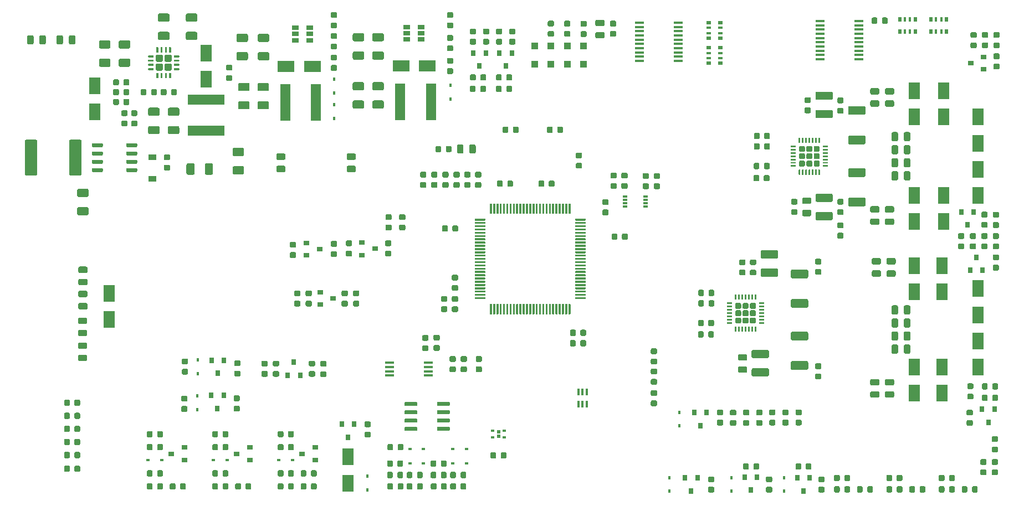
<source format=gbr>
G04 #@! TF.GenerationSoftware,KiCad,Pcbnew,(5.1.5)-3*
G04 #@! TF.CreationDate,2020-01-24T13:16:09+01:00*
G04 #@! TF.ProjectId,Main Board,4d61696e-2042-46f6-9172-642e6b696361,rev?*
G04 #@! TF.SameCoordinates,Original*
G04 #@! TF.FileFunction,Paste,Top*
G04 #@! TF.FilePolarity,Positive*
%FSLAX46Y46*%
G04 Gerber Fmt 4.6, Leading zero omitted, Abs format (unit mm)*
G04 Created by KiCad (PCBNEW (5.1.5)-3) date 2020-01-24 13:16:09*
%MOMM*%
%LPD*%
G04 APERTURE LIST*
%ADD10R,0.400000X1.050000*%
%ADD11R,1.600000X5.700000*%
%ADD12R,5.700000X1.600000*%
%ADD13C,0.100000*%
%ADD14R,1.800000X2.500000*%
%ADD15R,0.450000X0.600000*%
%ADD16R,1.200000X0.900000*%
%ADD17R,2.500000X1.800000*%
%ADD18R,0.600000X0.450000*%
%ADD19R,1.100000X1.100000*%
%ADD20R,0.900000X0.800000*%
%ADD21R,0.800000X0.900000*%
%ADD22R,0.800000X0.500000*%
%ADD23R,0.800000X0.400000*%
%ADD24R,0.500000X0.800000*%
%ADD25R,0.400000X0.800000*%
%ADD26R,1.450000X0.450000*%
%ADD27R,1.060000X0.650000*%
%ADD28R,0.800000X0.300000*%
%ADD29R,0.500000X0.560000*%
%ADD30R,0.550000X0.350000*%
G04 APERTURE END LIST*
D10*
X131150000Y-92675000D03*
X130500000Y-92675000D03*
X129850000Y-92675000D03*
X129850000Y-90825000D03*
X130500000Y-90825000D03*
X131150000Y-90825000D03*
D11*
X89750000Y-46600000D03*
X85050000Y-46600000D03*
X107350000Y-46500000D03*
X102650000Y-46500000D03*
D12*
X73000000Y-46150000D03*
X73000000Y-50850000D03*
D13*
G36*
X157352691Y-51226053D02*
G01*
X157373926Y-51229203D01*
X157394750Y-51234419D01*
X157414962Y-51241651D01*
X157434368Y-51250830D01*
X157452781Y-51261866D01*
X157470024Y-51274654D01*
X157485930Y-51289070D01*
X157500346Y-51304976D01*
X157513134Y-51322219D01*
X157524170Y-51340632D01*
X157533349Y-51360038D01*
X157540581Y-51380250D01*
X157545797Y-51401074D01*
X157548947Y-51422309D01*
X157550000Y-51443750D01*
X157550000Y-51956250D01*
X157548947Y-51977691D01*
X157545797Y-51998926D01*
X157540581Y-52019750D01*
X157533349Y-52039962D01*
X157524170Y-52059368D01*
X157513134Y-52077781D01*
X157500346Y-52095024D01*
X157485930Y-52110930D01*
X157470024Y-52125346D01*
X157452781Y-52138134D01*
X157434368Y-52149170D01*
X157414962Y-52158349D01*
X157394750Y-52165581D01*
X157373926Y-52170797D01*
X157352691Y-52173947D01*
X157331250Y-52175000D01*
X156893750Y-52175000D01*
X156872309Y-52173947D01*
X156851074Y-52170797D01*
X156830250Y-52165581D01*
X156810038Y-52158349D01*
X156790632Y-52149170D01*
X156772219Y-52138134D01*
X156754976Y-52125346D01*
X156739070Y-52110930D01*
X156724654Y-52095024D01*
X156711866Y-52077781D01*
X156700830Y-52059368D01*
X156691651Y-52039962D01*
X156684419Y-52019750D01*
X156679203Y-51998926D01*
X156676053Y-51977691D01*
X156675000Y-51956250D01*
X156675000Y-51443750D01*
X156676053Y-51422309D01*
X156679203Y-51401074D01*
X156684419Y-51380250D01*
X156691651Y-51360038D01*
X156700830Y-51340632D01*
X156711866Y-51322219D01*
X156724654Y-51304976D01*
X156739070Y-51289070D01*
X156754976Y-51274654D01*
X156772219Y-51261866D01*
X156790632Y-51250830D01*
X156810038Y-51241651D01*
X156830250Y-51234419D01*
X156851074Y-51229203D01*
X156872309Y-51226053D01*
X156893750Y-51225000D01*
X157331250Y-51225000D01*
X157352691Y-51226053D01*
G37*
G36*
X158927691Y-51226053D02*
G01*
X158948926Y-51229203D01*
X158969750Y-51234419D01*
X158989962Y-51241651D01*
X159009368Y-51250830D01*
X159027781Y-51261866D01*
X159045024Y-51274654D01*
X159060930Y-51289070D01*
X159075346Y-51304976D01*
X159088134Y-51322219D01*
X159099170Y-51340632D01*
X159108349Y-51360038D01*
X159115581Y-51380250D01*
X159120797Y-51401074D01*
X159123947Y-51422309D01*
X159125000Y-51443750D01*
X159125000Y-51956250D01*
X159123947Y-51977691D01*
X159120797Y-51998926D01*
X159115581Y-52019750D01*
X159108349Y-52039962D01*
X159099170Y-52059368D01*
X159088134Y-52077781D01*
X159075346Y-52095024D01*
X159060930Y-52110930D01*
X159045024Y-52125346D01*
X159027781Y-52138134D01*
X159009368Y-52149170D01*
X158989962Y-52158349D01*
X158969750Y-52165581D01*
X158948926Y-52170797D01*
X158927691Y-52173947D01*
X158906250Y-52175000D01*
X158468750Y-52175000D01*
X158447309Y-52173947D01*
X158426074Y-52170797D01*
X158405250Y-52165581D01*
X158385038Y-52158349D01*
X158365632Y-52149170D01*
X158347219Y-52138134D01*
X158329976Y-52125346D01*
X158314070Y-52110930D01*
X158299654Y-52095024D01*
X158286866Y-52077781D01*
X158275830Y-52059368D01*
X158266651Y-52039962D01*
X158259419Y-52019750D01*
X158254203Y-51998926D01*
X158251053Y-51977691D01*
X158250000Y-51956250D01*
X158250000Y-51443750D01*
X158251053Y-51422309D01*
X158254203Y-51401074D01*
X158259419Y-51380250D01*
X158266651Y-51360038D01*
X158275830Y-51340632D01*
X158286866Y-51322219D01*
X158299654Y-51304976D01*
X158314070Y-51289070D01*
X158329976Y-51274654D01*
X158347219Y-51261866D01*
X158365632Y-51250830D01*
X158385038Y-51241651D01*
X158405250Y-51234419D01*
X158426074Y-51229203D01*
X158447309Y-51226053D01*
X158468750Y-51225000D01*
X158906250Y-51225000D01*
X158927691Y-51226053D01*
G37*
G36*
X158865191Y-57676053D02*
G01*
X158886426Y-57679203D01*
X158907250Y-57684419D01*
X158927462Y-57691651D01*
X158946868Y-57700830D01*
X158965281Y-57711866D01*
X158982524Y-57724654D01*
X158998430Y-57739070D01*
X159012846Y-57754976D01*
X159025634Y-57772219D01*
X159036670Y-57790632D01*
X159045849Y-57810038D01*
X159053081Y-57830250D01*
X159058297Y-57851074D01*
X159061447Y-57872309D01*
X159062500Y-57893750D01*
X159062500Y-58406250D01*
X159061447Y-58427691D01*
X159058297Y-58448926D01*
X159053081Y-58469750D01*
X159045849Y-58489962D01*
X159036670Y-58509368D01*
X159025634Y-58527781D01*
X159012846Y-58545024D01*
X158998430Y-58560930D01*
X158982524Y-58575346D01*
X158965281Y-58588134D01*
X158946868Y-58599170D01*
X158927462Y-58608349D01*
X158907250Y-58615581D01*
X158886426Y-58620797D01*
X158865191Y-58623947D01*
X158843750Y-58625000D01*
X158406250Y-58625000D01*
X158384809Y-58623947D01*
X158363574Y-58620797D01*
X158342750Y-58615581D01*
X158322538Y-58608349D01*
X158303132Y-58599170D01*
X158284719Y-58588134D01*
X158267476Y-58575346D01*
X158251570Y-58560930D01*
X158237154Y-58545024D01*
X158224366Y-58527781D01*
X158213330Y-58509368D01*
X158204151Y-58489962D01*
X158196919Y-58469750D01*
X158191703Y-58448926D01*
X158188553Y-58427691D01*
X158187500Y-58406250D01*
X158187500Y-57893750D01*
X158188553Y-57872309D01*
X158191703Y-57851074D01*
X158196919Y-57830250D01*
X158204151Y-57810038D01*
X158213330Y-57790632D01*
X158224366Y-57772219D01*
X158237154Y-57754976D01*
X158251570Y-57739070D01*
X158267476Y-57724654D01*
X158284719Y-57711866D01*
X158303132Y-57700830D01*
X158322538Y-57691651D01*
X158342750Y-57684419D01*
X158363574Y-57679203D01*
X158384809Y-57676053D01*
X158406250Y-57675000D01*
X158843750Y-57675000D01*
X158865191Y-57676053D01*
G37*
G36*
X157290191Y-57676053D02*
G01*
X157311426Y-57679203D01*
X157332250Y-57684419D01*
X157352462Y-57691651D01*
X157371868Y-57700830D01*
X157390281Y-57711866D01*
X157407524Y-57724654D01*
X157423430Y-57739070D01*
X157437846Y-57754976D01*
X157450634Y-57772219D01*
X157461670Y-57790632D01*
X157470849Y-57810038D01*
X157478081Y-57830250D01*
X157483297Y-57851074D01*
X157486447Y-57872309D01*
X157487500Y-57893750D01*
X157487500Y-58406250D01*
X157486447Y-58427691D01*
X157483297Y-58448926D01*
X157478081Y-58469750D01*
X157470849Y-58489962D01*
X157461670Y-58509368D01*
X157450634Y-58527781D01*
X157437846Y-58545024D01*
X157423430Y-58560930D01*
X157407524Y-58575346D01*
X157390281Y-58588134D01*
X157371868Y-58599170D01*
X157352462Y-58608349D01*
X157332250Y-58615581D01*
X157311426Y-58620797D01*
X157290191Y-58623947D01*
X157268750Y-58625000D01*
X156831250Y-58625000D01*
X156809809Y-58623947D01*
X156788574Y-58620797D01*
X156767750Y-58615581D01*
X156747538Y-58608349D01*
X156728132Y-58599170D01*
X156709719Y-58588134D01*
X156692476Y-58575346D01*
X156676570Y-58560930D01*
X156662154Y-58545024D01*
X156649366Y-58527781D01*
X156638330Y-58509368D01*
X156629151Y-58489962D01*
X156621919Y-58469750D01*
X156616703Y-58448926D01*
X156613553Y-58427691D01*
X156612500Y-58406250D01*
X156612500Y-57893750D01*
X156613553Y-57872309D01*
X156616703Y-57851074D01*
X156621919Y-57830250D01*
X156629151Y-57810038D01*
X156638330Y-57790632D01*
X156649366Y-57772219D01*
X156662154Y-57754976D01*
X156676570Y-57739070D01*
X156692476Y-57724654D01*
X156709719Y-57711866D01*
X156728132Y-57700830D01*
X156747538Y-57691651D01*
X156767750Y-57684419D01*
X156788574Y-57679203D01*
X156809809Y-57676053D01*
X156831250Y-57675000D01*
X157268750Y-57675000D01*
X157290191Y-57676053D01*
G37*
G36*
X165177691Y-47351053D02*
G01*
X165198926Y-47354203D01*
X165219750Y-47359419D01*
X165239962Y-47366651D01*
X165259368Y-47375830D01*
X165277781Y-47386866D01*
X165295024Y-47399654D01*
X165310930Y-47414070D01*
X165325346Y-47429976D01*
X165338134Y-47447219D01*
X165349170Y-47465632D01*
X165358349Y-47485038D01*
X165365581Y-47505250D01*
X165370797Y-47526074D01*
X165373947Y-47547309D01*
X165375000Y-47568750D01*
X165375000Y-48006250D01*
X165373947Y-48027691D01*
X165370797Y-48048926D01*
X165365581Y-48069750D01*
X165358349Y-48089962D01*
X165349170Y-48109368D01*
X165338134Y-48127781D01*
X165325346Y-48145024D01*
X165310930Y-48160930D01*
X165295024Y-48175346D01*
X165277781Y-48188134D01*
X165259368Y-48199170D01*
X165239962Y-48208349D01*
X165219750Y-48215581D01*
X165198926Y-48220797D01*
X165177691Y-48223947D01*
X165156250Y-48225000D01*
X164643750Y-48225000D01*
X164622309Y-48223947D01*
X164601074Y-48220797D01*
X164580250Y-48215581D01*
X164560038Y-48208349D01*
X164540632Y-48199170D01*
X164522219Y-48188134D01*
X164504976Y-48175346D01*
X164489070Y-48160930D01*
X164474654Y-48145024D01*
X164461866Y-48127781D01*
X164450830Y-48109368D01*
X164441651Y-48089962D01*
X164434419Y-48069750D01*
X164429203Y-48048926D01*
X164426053Y-48027691D01*
X164425000Y-48006250D01*
X164425000Y-47568750D01*
X164426053Y-47547309D01*
X164429203Y-47526074D01*
X164434419Y-47505250D01*
X164441651Y-47485038D01*
X164450830Y-47465632D01*
X164461866Y-47447219D01*
X164474654Y-47429976D01*
X164489070Y-47414070D01*
X164504976Y-47399654D01*
X164522219Y-47386866D01*
X164540632Y-47375830D01*
X164560038Y-47366651D01*
X164580250Y-47359419D01*
X164601074Y-47354203D01*
X164622309Y-47351053D01*
X164643750Y-47350000D01*
X165156250Y-47350000D01*
X165177691Y-47351053D01*
G37*
G36*
X165177691Y-45776053D02*
G01*
X165198926Y-45779203D01*
X165219750Y-45784419D01*
X165239962Y-45791651D01*
X165259368Y-45800830D01*
X165277781Y-45811866D01*
X165295024Y-45824654D01*
X165310930Y-45839070D01*
X165325346Y-45854976D01*
X165338134Y-45872219D01*
X165349170Y-45890632D01*
X165358349Y-45910038D01*
X165365581Y-45930250D01*
X165370797Y-45951074D01*
X165373947Y-45972309D01*
X165375000Y-45993750D01*
X165375000Y-46431250D01*
X165373947Y-46452691D01*
X165370797Y-46473926D01*
X165365581Y-46494750D01*
X165358349Y-46514962D01*
X165349170Y-46534368D01*
X165338134Y-46552781D01*
X165325346Y-46570024D01*
X165310930Y-46585930D01*
X165295024Y-46600346D01*
X165277781Y-46613134D01*
X165259368Y-46624170D01*
X165239962Y-46633349D01*
X165219750Y-46640581D01*
X165198926Y-46645797D01*
X165177691Y-46648947D01*
X165156250Y-46650000D01*
X164643750Y-46650000D01*
X164622309Y-46648947D01*
X164601074Y-46645797D01*
X164580250Y-46640581D01*
X164560038Y-46633349D01*
X164540632Y-46624170D01*
X164522219Y-46613134D01*
X164504976Y-46600346D01*
X164489070Y-46585930D01*
X164474654Y-46570024D01*
X164461866Y-46552781D01*
X164450830Y-46534368D01*
X164441651Y-46514962D01*
X164434419Y-46494750D01*
X164429203Y-46473926D01*
X164426053Y-46452691D01*
X164425000Y-46431250D01*
X164425000Y-45993750D01*
X164426053Y-45972309D01*
X164429203Y-45951074D01*
X164434419Y-45930250D01*
X164441651Y-45910038D01*
X164450830Y-45890632D01*
X164461866Y-45872219D01*
X164474654Y-45854976D01*
X164489070Y-45839070D01*
X164504976Y-45824654D01*
X164522219Y-45811866D01*
X164540632Y-45800830D01*
X164560038Y-45791651D01*
X164580250Y-45784419D01*
X164601074Y-45779203D01*
X164622309Y-45776053D01*
X164643750Y-45775000D01*
X165156250Y-45775000D01*
X165177691Y-45776053D01*
G37*
G36*
X170177691Y-45826053D02*
G01*
X170198926Y-45829203D01*
X170219750Y-45834419D01*
X170239962Y-45841651D01*
X170259368Y-45850830D01*
X170277781Y-45861866D01*
X170295024Y-45874654D01*
X170310930Y-45889070D01*
X170325346Y-45904976D01*
X170338134Y-45922219D01*
X170349170Y-45940632D01*
X170358349Y-45960038D01*
X170365581Y-45980250D01*
X170370797Y-46001074D01*
X170373947Y-46022309D01*
X170375000Y-46043750D01*
X170375000Y-46481250D01*
X170373947Y-46502691D01*
X170370797Y-46523926D01*
X170365581Y-46544750D01*
X170358349Y-46564962D01*
X170349170Y-46584368D01*
X170338134Y-46602781D01*
X170325346Y-46620024D01*
X170310930Y-46635930D01*
X170295024Y-46650346D01*
X170277781Y-46663134D01*
X170259368Y-46674170D01*
X170239962Y-46683349D01*
X170219750Y-46690581D01*
X170198926Y-46695797D01*
X170177691Y-46698947D01*
X170156250Y-46700000D01*
X169643750Y-46700000D01*
X169622309Y-46698947D01*
X169601074Y-46695797D01*
X169580250Y-46690581D01*
X169560038Y-46683349D01*
X169540632Y-46674170D01*
X169522219Y-46663134D01*
X169504976Y-46650346D01*
X169489070Y-46635930D01*
X169474654Y-46620024D01*
X169461866Y-46602781D01*
X169450830Y-46584368D01*
X169441651Y-46564962D01*
X169434419Y-46544750D01*
X169429203Y-46523926D01*
X169426053Y-46502691D01*
X169425000Y-46481250D01*
X169425000Y-46043750D01*
X169426053Y-46022309D01*
X169429203Y-46001074D01*
X169434419Y-45980250D01*
X169441651Y-45960038D01*
X169450830Y-45940632D01*
X169461866Y-45922219D01*
X169474654Y-45904976D01*
X169489070Y-45889070D01*
X169504976Y-45874654D01*
X169522219Y-45861866D01*
X169540632Y-45850830D01*
X169560038Y-45841651D01*
X169580250Y-45834419D01*
X169601074Y-45829203D01*
X169622309Y-45826053D01*
X169643750Y-45825000D01*
X170156250Y-45825000D01*
X170177691Y-45826053D01*
G37*
G36*
X170177691Y-47401053D02*
G01*
X170198926Y-47404203D01*
X170219750Y-47409419D01*
X170239962Y-47416651D01*
X170259368Y-47425830D01*
X170277781Y-47436866D01*
X170295024Y-47449654D01*
X170310930Y-47464070D01*
X170325346Y-47479976D01*
X170338134Y-47497219D01*
X170349170Y-47515632D01*
X170358349Y-47535038D01*
X170365581Y-47555250D01*
X170370797Y-47576074D01*
X170373947Y-47597309D01*
X170375000Y-47618750D01*
X170375000Y-48056250D01*
X170373947Y-48077691D01*
X170370797Y-48098926D01*
X170365581Y-48119750D01*
X170358349Y-48139962D01*
X170349170Y-48159368D01*
X170338134Y-48177781D01*
X170325346Y-48195024D01*
X170310930Y-48210930D01*
X170295024Y-48225346D01*
X170277781Y-48238134D01*
X170259368Y-48249170D01*
X170239962Y-48258349D01*
X170219750Y-48265581D01*
X170198926Y-48270797D01*
X170177691Y-48273947D01*
X170156250Y-48275000D01*
X169643750Y-48275000D01*
X169622309Y-48273947D01*
X169601074Y-48270797D01*
X169580250Y-48265581D01*
X169560038Y-48258349D01*
X169540632Y-48249170D01*
X169522219Y-48238134D01*
X169504976Y-48225346D01*
X169489070Y-48210930D01*
X169474654Y-48195024D01*
X169461866Y-48177781D01*
X169450830Y-48159368D01*
X169441651Y-48139962D01*
X169434419Y-48119750D01*
X169429203Y-48098926D01*
X169426053Y-48077691D01*
X169425000Y-48056250D01*
X169425000Y-47618750D01*
X169426053Y-47597309D01*
X169429203Y-47576074D01*
X169434419Y-47555250D01*
X169441651Y-47535038D01*
X169450830Y-47515632D01*
X169461866Y-47497219D01*
X169474654Y-47479976D01*
X169489070Y-47464070D01*
X169504976Y-47449654D01*
X169522219Y-47436866D01*
X169540632Y-47425830D01*
X169560038Y-47416651D01*
X169580250Y-47409419D01*
X169601074Y-47404203D01*
X169622309Y-47401053D01*
X169643750Y-47400000D01*
X170156250Y-47400000D01*
X170177691Y-47401053D01*
G37*
G36*
X157352691Y-52826053D02*
G01*
X157373926Y-52829203D01*
X157394750Y-52834419D01*
X157414962Y-52841651D01*
X157434368Y-52850830D01*
X157452781Y-52861866D01*
X157470024Y-52874654D01*
X157485930Y-52889070D01*
X157500346Y-52904976D01*
X157513134Y-52922219D01*
X157524170Y-52940632D01*
X157533349Y-52960038D01*
X157540581Y-52980250D01*
X157545797Y-53001074D01*
X157548947Y-53022309D01*
X157550000Y-53043750D01*
X157550000Y-53556250D01*
X157548947Y-53577691D01*
X157545797Y-53598926D01*
X157540581Y-53619750D01*
X157533349Y-53639962D01*
X157524170Y-53659368D01*
X157513134Y-53677781D01*
X157500346Y-53695024D01*
X157485930Y-53710930D01*
X157470024Y-53725346D01*
X157452781Y-53738134D01*
X157434368Y-53749170D01*
X157414962Y-53758349D01*
X157394750Y-53765581D01*
X157373926Y-53770797D01*
X157352691Y-53773947D01*
X157331250Y-53775000D01*
X156893750Y-53775000D01*
X156872309Y-53773947D01*
X156851074Y-53770797D01*
X156830250Y-53765581D01*
X156810038Y-53758349D01*
X156790632Y-53749170D01*
X156772219Y-53738134D01*
X156754976Y-53725346D01*
X156739070Y-53710930D01*
X156724654Y-53695024D01*
X156711866Y-53677781D01*
X156700830Y-53659368D01*
X156691651Y-53639962D01*
X156684419Y-53619750D01*
X156679203Y-53598926D01*
X156676053Y-53577691D01*
X156675000Y-53556250D01*
X156675000Y-53043750D01*
X156676053Y-53022309D01*
X156679203Y-53001074D01*
X156684419Y-52980250D01*
X156691651Y-52960038D01*
X156700830Y-52940632D01*
X156711866Y-52922219D01*
X156724654Y-52904976D01*
X156739070Y-52889070D01*
X156754976Y-52874654D01*
X156772219Y-52861866D01*
X156790632Y-52850830D01*
X156810038Y-52841651D01*
X156830250Y-52834419D01*
X156851074Y-52829203D01*
X156872309Y-52826053D01*
X156893750Y-52825000D01*
X157331250Y-52825000D01*
X157352691Y-52826053D01*
G37*
G36*
X158927691Y-52826053D02*
G01*
X158948926Y-52829203D01*
X158969750Y-52834419D01*
X158989962Y-52841651D01*
X159009368Y-52850830D01*
X159027781Y-52861866D01*
X159045024Y-52874654D01*
X159060930Y-52889070D01*
X159075346Y-52904976D01*
X159088134Y-52922219D01*
X159099170Y-52940632D01*
X159108349Y-52960038D01*
X159115581Y-52980250D01*
X159120797Y-53001074D01*
X159123947Y-53022309D01*
X159125000Y-53043750D01*
X159125000Y-53556250D01*
X159123947Y-53577691D01*
X159120797Y-53598926D01*
X159115581Y-53619750D01*
X159108349Y-53639962D01*
X159099170Y-53659368D01*
X159088134Y-53677781D01*
X159075346Y-53695024D01*
X159060930Y-53710930D01*
X159045024Y-53725346D01*
X159027781Y-53738134D01*
X159009368Y-53749170D01*
X158989962Y-53758349D01*
X158969750Y-53765581D01*
X158948926Y-53770797D01*
X158927691Y-53773947D01*
X158906250Y-53775000D01*
X158468750Y-53775000D01*
X158447309Y-53773947D01*
X158426074Y-53770797D01*
X158405250Y-53765581D01*
X158385038Y-53758349D01*
X158365632Y-53749170D01*
X158347219Y-53738134D01*
X158329976Y-53725346D01*
X158314070Y-53710930D01*
X158299654Y-53695024D01*
X158286866Y-53677781D01*
X158275830Y-53659368D01*
X158266651Y-53639962D01*
X158259419Y-53619750D01*
X158254203Y-53598926D01*
X158251053Y-53577691D01*
X158250000Y-53556250D01*
X158250000Y-53043750D01*
X158251053Y-53022309D01*
X158254203Y-53001074D01*
X158259419Y-52980250D01*
X158266651Y-52960038D01*
X158275830Y-52940632D01*
X158286866Y-52922219D01*
X158299654Y-52904976D01*
X158314070Y-52889070D01*
X158329976Y-52874654D01*
X158347219Y-52861866D01*
X158365632Y-52850830D01*
X158385038Y-52841651D01*
X158405250Y-52834419D01*
X158426074Y-52829203D01*
X158447309Y-52826053D01*
X158468750Y-52825000D01*
X158906250Y-52825000D01*
X158927691Y-52826053D01*
G37*
G36*
X170177691Y-61326053D02*
G01*
X170198926Y-61329203D01*
X170219750Y-61334419D01*
X170239962Y-61341651D01*
X170259368Y-61350830D01*
X170277781Y-61361866D01*
X170295024Y-61374654D01*
X170310930Y-61389070D01*
X170325346Y-61404976D01*
X170338134Y-61422219D01*
X170349170Y-61440632D01*
X170358349Y-61460038D01*
X170365581Y-61480250D01*
X170370797Y-61501074D01*
X170373947Y-61522309D01*
X170375000Y-61543750D01*
X170375000Y-61981250D01*
X170373947Y-62002691D01*
X170370797Y-62023926D01*
X170365581Y-62044750D01*
X170358349Y-62064962D01*
X170349170Y-62084368D01*
X170338134Y-62102781D01*
X170325346Y-62120024D01*
X170310930Y-62135930D01*
X170295024Y-62150346D01*
X170277781Y-62163134D01*
X170259368Y-62174170D01*
X170239962Y-62183349D01*
X170219750Y-62190581D01*
X170198926Y-62195797D01*
X170177691Y-62198947D01*
X170156250Y-62200000D01*
X169643750Y-62200000D01*
X169622309Y-62198947D01*
X169601074Y-62195797D01*
X169580250Y-62190581D01*
X169560038Y-62183349D01*
X169540632Y-62174170D01*
X169522219Y-62163134D01*
X169504976Y-62150346D01*
X169489070Y-62135930D01*
X169474654Y-62120024D01*
X169461866Y-62102781D01*
X169450830Y-62084368D01*
X169441651Y-62064962D01*
X169434419Y-62044750D01*
X169429203Y-62023926D01*
X169426053Y-62002691D01*
X169425000Y-61981250D01*
X169425000Y-61543750D01*
X169426053Y-61522309D01*
X169429203Y-61501074D01*
X169434419Y-61480250D01*
X169441651Y-61460038D01*
X169450830Y-61440632D01*
X169461866Y-61422219D01*
X169474654Y-61404976D01*
X169489070Y-61389070D01*
X169504976Y-61374654D01*
X169522219Y-61361866D01*
X169540632Y-61350830D01*
X169560038Y-61341651D01*
X169580250Y-61334419D01*
X169601074Y-61329203D01*
X169622309Y-61326053D01*
X169643750Y-61325000D01*
X170156250Y-61325000D01*
X170177691Y-61326053D01*
G37*
G36*
X170177691Y-62901053D02*
G01*
X170198926Y-62904203D01*
X170219750Y-62909419D01*
X170239962Y-62916651D01*
X170259368Y-62925830D01*
X170277781Y-62936866D01*
X170295024Y-62949654D01*
X170310930Y-62964070D01*
X170325346Y-62979976D01*
X170338134Y-62997219D01*
X170349170Y-63015632D01*
X170358349Y-63035038D01*
X170365581Y-63055250D01*
X170370797Y-63076074D01*
X170373947Y-63097309D01*
X170375000Y-63118750D01*
X170375000Y-63556250D01*
X170373947Y-63577691D01*
X170370797Y-63598926D01*
X170365581Y-63619750D01*
X170358349Y-63639962D01*
X170349170Y-63659368D01*
X170338134Y-63677781D01*
X170325346Y-63695024D01*
X170310930Y-63710930D01*
X170295024Y-63725346D01*
X170277781Y-63738134D01*
X170259368Y-63749170D01*
X170239962Y-63758349D01*
X170219750Y-63765581D01*
X170198926Y-63770797D01*
X170177691Y-63773947D01*
X170156250Y-63775000D01*
X169643750Y-63775000D01*
X169622309Y-63773947D01*
X169601074Y-63770797D01*
X169580250Y-63765581D01*
X169560038Y-63758349D01*
X169540632Y-63749170D01*
X169522219Y-63738134D01*
X169504976Y-63725346D01*
X169489070Y-63710930D01*
X169474654Y-63695024D01*
X169461866Y-63677781D01*
X169450830Y-63659368D01*
X169441651Y-63639962D01*
X169434419Y-63619750D01*
X169429203Y-63598926D01*
X169426053Y-63577691D01*
X169425000Y-63556250D01*
X169425000Y-63118750D01*
X169426053Y-63097309D01*
X169429203Y-63076074D01*
X169434419Y-63055250D01*
X169441651Y-63035038D01*
X169450830Y-63015632D01*
X169461866Y-62997219D01*
X169474654Y-62979976D01*
X169489070Y-62964070D01*
X169504976Y-62949654D01*
X169522219Y-62936866D01*
X169540632Y-62925830D01*
X169560038Y-62916651D01*
X169580250Y-62909419D01*
X169601074Y-62904203D01*
X169622309Y-62901053D01*
X169643750Y-62900000D01*
X170156250Y-62900000D01*
X170177691Y-62901053D01*
G37*
G36*
X175630142Y-46251174D02*
G01*
X175653803Y-46254684D01*
X175677007Y-46260496D01*
X175699529Y-46268554D01*
X175721153Y-46278782D01*
X175741670Y-46291079D01*
X175760883Y-46305329D01*
X175778607Y-46321393D01*
X175794671Y-46339117D01*
X175808921Y-46358330D01*
X175821218Y-46378847D01*
X175831446Y-46400471D01*
X175839504Y-46422993D01*
X175845316Y-46446197D01*
X175848826Y-46469858D01*
X175850000Y-46493750D01*
X175850000Y-46981250D01*
X175848826Y-47005142D01*
X175845316Y-47028803D01*
X175839504Y-47052007D01*
X175831446Y-47074529D01*
X175821218Y-47096153D01*
X175808921Y-47116670D01*
X175794671Y-47135883D01*
X175778607Y-47153607D01*
X175760883Y-47169671D01*
X175741670Y-47183921D01*
X175721153Y-47196218D01*
X175699529Y-47206446D01*
X175677007Y-47214504D01*
X175653803Y-47220316D01*
X175630142Y-47223826D01*
X175606250Y-47225000D01*
X174693750Y-47225000D01*
X174669858Y-47223826D01*
X174646197Y-47220316D01*
X174622993Y-47214504D01*
X174600471Y-47206446D01*
X174578847Y-47196218D01*
X174558330Y-47183921D01*
X174539117Y-47169671D01*
X174521393Y-47153607D01*
X174505329Y-47135883D01*
X174491079Y-47116670D01*
X174478782Y-47096153D01*
X174468554Y-47074529D01*
X174460496Y-47052007D01*
X174454684Y-47028803D01*
X174451174Y-47005142D01*
X174450000Y-46981250D01*
X174450000Y-46493750D01*
X174451174Y-46469858D01*
X174454684Y-46446197D01*
X174460496Y-46422993D01*
X174468554Y-46400471D01*
X174478782Y-46378847D01*
X174491079Y-46358330D01*
X174505329Y-46339117D01*
X174521393Y-46321393D01*
X174539117Y-46305329D01*
X174558330Y-46291079D01*
X174578847Y-46278782D01*
X174600471Y-46268554D01*
X174622993Y-46260496D01*
X174646197Y-46254684D01*
X174669858Y-46251174D01*
X174693750Y-46250000D01*
X175606250Y-46250000D01*
X175630142Y-46251174D01*
G37*
G36*
X175630142Y-44376174D02*
G01*
X175653803Y-44379684D01*
X175677007Y-44385496D01*
X175699529Y-44393554D01*
X175721153Y-44403782D01*
X175741670Y-44416079D01*
X175760883Y-44430329D01*
X175778607Y-44446393D01*
X175794671Y-44464117D01*
X175808921Y-44483330D01*
X175821218Y-44503847D01*
X175831446Y-44525471D01*
X175839504Y-44547993D01*
X175845316Y-44571197D01*
X175848826Y-44594858D01*
X175850000Y-44618750D01*
X175850000Y-45106250D01*
X175848826Y-45130142D01*
X175845316Y-45153803D01*
X175839504Y-45177007D01*
X175831446Y-45199529D01*
X175821218Y-45221153D01*
X175808921Y-45241670D01*
X175794671Y-45260883D01*
X175778607Y-45278607D01*
X175760883Y-45294671D01*
X175741670Y-45308921D01*
X175721153Y-45321218D01*
X175699529Y-45331446D01*
X175677007Y-45339504D01*
X175653803Y-45345316D01*
X175630142Y-45348826D01*
X175606250Y-45350000D01*
X174693750Y-45350000D01*
X174669858Y-45348826D01*
X174646197Y-45345316D01*
X174622993Y-45339504D01*
X174600471Y-45331446D01*
X174578847Y-45321218D01*
X174558330Y-45308921D01*
X174539117Y-45294671D01*
X174521393Y-45278607D01*
X174505329Y-45260883D01*
X174491079Y-45241670D01*
X174478782Y-45221153D01*
X174468554Y-45199529D01*
X174460496Y-45177007D01*
X174454684Y-45153803D01*
X174451174Y-45130142D01*
X174450000Y-45106250D01*
X174450000Y-44618750D01*
X174451174Y-44594858D01*
X174454684Y-44571197D01*
X174460496Y-44547993D01*
X174468554Y-44525471D01*
X174478782Y-44503847D01*
X174491079Y-44483330D01*
X174505329Y-44464117D01*
X174521393Y-44446393D01*
X174539117Y-44430329D01*
X174558330Y-44416079D01*
X174578847Y-44403782D01*
X174600471Y-44393554D01*
X174622993Y-44385496D01*
X174646197Y-44379684D01*
X174669858Y-44376174D01*
X174693750Y-44375000D01*
X175606250Y-44375000D01*
X175630142Y-44376174D01*
G37*
G36*
X175630142Y-64313674D02*
G01*
X175653803Y-64317184D01*
X175677007Y-64322996D01*
X175699529Y-64331054D01*
X175721153Y-64341282D01*
X175741670Y-64353579D01*
X175760883Y-64367829D01*
X175778607Y-64383893D01*
X175794671Y-64401617D01*
X175808921Y-64420830D01*
X175821218Y-64441347D01*
X175831446Y-64462971D01*
X175839504Y-64485493D01*
X175845316Y-64508697D01*
X175848826Y-64532358D01*
X175850000Y-64556250D01*
X175850000Y-65043750D01*
X175848826Y-65067642D01*
X175845316Y-65091303D01*
X175839504Y-65114507D01*
X175831446Y-65137029D01*
X175821218Y-65158653D01*
X175808921Y-65179170D01*
X175794671Y-65198383D01*
X175778607Y-65216107D01*
X175760883Y-65232171D01*
X175741670Y-65246421D01*
X175721153Y-65258718D01*
X175699529Y-65268946D01*
X175677007Y-65277004D01*
X175653803Y-65282816D01*
X175630142Y-65286326D01*
X175606250Y-65287500D01*
X174693750Y-65287500D01*
X174669858Y-65286326D01*
X174646197Y-65282816D01*
X174622993Y-65277004D01*
X174600471Y-65268946D01*
X174578847Y-65258718D01*
X174558330Y-65246421D01*
X174539117Y-65232171D01*
X174521393Y-65216107D01*
X174505329Y-65198383D01*
X174491079Y-65179170D01*
X174478782Y-65158653D01*
X174468554Y-65137029D01*
X174460496Y-65114507D01*
X174454684Y-65091303D01*
X174451174Y-65067642D01*
X174450000Y-65043750D01*
X174450000Y-64556250D01*
X174451174Y-64532358D01*
X174454684Y-64508697D01*
X174460496Y-64485493D01*
X174468554Y-64462971D01*
X174478782Y-64441347D01*
X174491079Y-64420830D01*
X174505329Y-64401617D01*
X174521393Y-64383893D01*
X174539117Y-64367829D01*
X174558330Y-64353579D01*
X174578847Y-64341282D01*
X174600471Y-64331054D01*
X174622993Y-64322996D01*
X174646197Y-64317184D01*
X174669858Y-64313674D01*
X174693750Y-64312500D01*
X175606250Y-64312500D01*
X175630142Y-64313674D01*
G37*
G36*
X175630142Y-62438674D02*
G01*
X175653803Y-62442184D01*
X175677007Y-62447996D01*
X175699529Y-62456054D01*
X175721153Y-62466282D01*
X175741670Y-62478579D01*
X175760883Y-62492829D01*
X175778607Y-62508893D01*
X175794671Y-62526617D01*
X175808921Y-62545830D01*
X175821218Y-62566347D01*
X175831446Y-62587971D01*
X175839504Y-62610493D01*
X175845316Y-62633697D01*
X175848826Y-62657358D01*
X175850000Y-62681250D01*
X175850000Y-63168750D01*
X175848826Y-63192642D01*
X175845316Y-63216303D01*
X175839504Y-63239507D01*
X175831446Y-63262029D01*
X175821218Y-63283653D01*
X175808921Y-63304170D01*
X175794671Y-63323383D01*
X175778607Y-63341107D01*
X175760883Y-63357171D01*
X175741670Y-63371421D01*
X175721153Y-63383718D01*
X175699529Y-63393946D01*
X175677007Y-63402004D01*
X175653803Y-63407816D01*
X175630142Y-63411326D01*
X175606250Y-63412500D01*
X174693750Y-63412500D01*
X174669858Y-63411326D01*
X174646197Y-63407816D01*
X174622993Y-63402004D01*
X174600471Y-63393946D01*
X174578847Y-63383718D01*
X174558330Y-63371421D01*
X174539117Y-63357171D01*
X174521393Y-63341107D01*
X174505329Y-63323383D01*
X174491079Y-63304170D01*
X174478782Y-63283653D01*
X174468554Y-63262029D01*
X174460496Y-63239507D01*
X174454684Y-63216303D01*
X174451174Y-63192642D01*
X174450000Y-63168750D01*
X174450000Y-62681250D01*
X174451174Y-62657358D01*
X174454684Y-62633697D01*
X174460496Y-62610493D01*
X174468554Y-62587971D01*
X174478782Y-62566347D01*
X174491079Y-62545830D01*
X174505329Y-62526617D01*
X174521393Y-62508893D01*
X174539117Y-62492829D01*
X174558330Y-62478579D01*
X174578847Y-62466282D01*
X174600471Y-62456054D01*
X174622993Y-62447996D01*
X174646197Y-62442184D01*
X174669858Y-62438674D01*
X174693750Y-62437500D01*
X175606250Y-62437500D01*
X175630142Y-62438674D01*
G37*
G36*
X177880142Y-44376174D02*
G01*
X177903803Y-44379684D01*
X177927007Y-44385496D01*
X177949529Y-44393554D01*
X177971153Y-44403782D01*
X177991670Y-44416079D01*
X178010883Y-44430329D01*
X178028607Y-44446393D01*
X178044671Y-44464117D01*
X178058921Y-44483330D01*
X178071218Y-44503847D01*
X178081446Y-44525471D01*
X178089504Y-44547993D01*
X178095316Y-44571197D01*
X178098826Y-44594858D01*
X178100000Y-44618750D01*
X178100000Y-45106250D01*
X178098826Y-45130142D01*
X178095316Y-45153803D01*
X178089504Y-45177007D01*
X178081446Y-45199529D01*
X178071218Y-45221153D01*
X178058921Y-45241670D01*
X178044671Y-45260883D01*
X178028607Y-45278607D01*
X178010883Y-45294671D01*
X177991670Y-45308921D01*
X177971153Y-45321218D01*
X177949529Y-45331446D01*
X177927007Y-45339504D01*
X177903803Y-45345316D01*
X177880142Y-45348826D01*
X177856250Y-45350000D01*
X176943750Y-45350000D01*
X176919858Y-45348826D01*
X176896197Y-45345316D01*
X176872993Y-45339504D01*
X176850471Y-45331446D01*
X176828847Y-45321218D01*
X176808330Y-45308921D01*
X176789117Y-45294671D01*
X176771393Y-45278607D01*
X176755329Y-45260883D01*
X176741079Y-45241670D01*
X176728782Y-45221153D01*
X176718554Y-45199529D01*
X176710496Y-45177007D01*
X176704684Y-45153803D01*
X176701174Y-45130142D01*
X176700000Y-45106250D01*
X176700000Y-44618750D01*
X176701174Y-44594858D01*
X176704684Y-44571197D01*
X176710496Y-44547993D01*
X176718554Y-44525471D01*
X176728782Y-44503847D01*
X176741079Y-44483330D01*
X176755329Y-44464117D01*
X176771393Y-44446393D01*
X176789117Y-44430329D01*
X176808330Y-44416079D01*
X176828847Y-44403782D01*
X176850471Y-44393554D01*
X176872993Y-44385496D01*
X176896197Y-44379684D01*
X176919858Y-44376174D01*
X176943750Y-44375000D01*
X177856250Y-44375000D01*
X177880142Y-44376174D01*
G37*
G36*
X177880142Y-46251174D02*
G01*
X177903803Y-46254684D01*
X177927007Y-46260496D01*
X177949529Y-46268554D01*
X177971153Y-46278782D01*
X177991670Y-46291079D01*
X178010883Y-46305329D01*
X178028607Y-46321393D01*
X178044671Y-46339117D01*
X178058921Y-46358330D01*
X178071218Y-46378847D01*
X178081446Y-46400471D01*
X178089504Y-46422993D01*
X178095316Y-46446197D01*
X178098826Y-46469858D01*
X178100000Y-46493750D01*
X178100000Y-46981250D01*
X178098826Y-47005142D01*
X178095316Y-47028803D01*
X178089504Y-47052007D01*
X178081446Y-47074529D01*
X178071218Y-47096153D01*
X178058921Y-47116670D01*
X178044671Y-47135883D01*
X178028607Y-47153607D01*
X178010883Y-47169671D01*
X177991670Y-47183921D01*
X177971153Y-47196218D01*
X177949529Y-47206446D01*
X177927007Y-47214504D01*
X177903803Y-47220316D01*
X177880142Y-47223826D01*
X177856250Y-47225000D01*
X176943750Y-47225000D01*
X176919858Y-47223826D01*
X176896197Y-47220316D01*
X176872993Y-47214504D01*
X176850471Y-47206446D01*
X176828847Y-47196218D01*
X176808330Y-47183921D01*
X176789117Y-47169671D01*
X176771393Y-47153607D01*
X176755329Y-47135883D01*
X176741079Y-47116670D01*
X176728782Y-47096153D01*
X176718554Y-47074529D01*
X176710496Y-47052007D01*
X176704684Y-47028803D01*
X176701174Y-47005142D01*
X176700000Y-46981250D01*
X176700000Y-46493750D01*
X176701174Y-46469858D01*
X176704684Y-46446197D01*
X176710496Y-46422993D01*
X176718554Y-46400471D01*
X176728782Y-46378847D01*
X176741079Y-46358330D01*
X176755329Y-46339117D01*
X176771393Y-46321393D01*
X176789117Y-46305329D01*
X176808330Y-46291079D01*
X176828847Y-46278782D01*
X176850471Y-46268554D01*
X176872993Y-46260496D01*
X176896197Y-46254684D01*
X176919858Y-46251174D01*
X176943750Y-46250000D01*
X177856250Y-46250000D01*
X177880142Y-46251174D01*
G37*
G36*
X177880142Y-62438674D02*
G01*
X177903803Y-62442184D01*
X177927007Y-62447996D01*
X177949529Y-62456054D01*
X177971153Y-62466282D01*
X177991670Y-62478579D01*
X178010883Y-62492829D01*
X178028607Y-62508893D01*
X178044671Y-62526617D01*
X178058921Y-62545830D01*
X178071218Y-62566347D01*
X178081446Y-62587971D01*
X178089504Y-62610493D01*
X178095316Y-62633697D01*
X178098826Y-62657358D01*
X178100000Y-62681250D01*
X178100000Y-63168750D01*
X178098826Y-63192642D01*
X178095316Y-63216303D01*
X178089504Y-63239507D01*
X178081446Y-63262029D01*
X178071218Y-63283653D01*
X178058921Y-63304170D01*
X178044671Y-63323383D01*
X178028607Y-63341107D01*
X178010883Y-63357171D01*
X177991670Y-63371421D01*
X177971153Y-63383718D01*
X177949529Y-63393946D01*
X177927007Y-63402004D01*
X177903803Y-63407816D01*
X177880142Y-63411326D01*
X177856250Y-63412500D01*
X176943750Y-63412500D01*
X176919858Y-63411326D01*
X176896197Y-63407816D01*
X176872993Y-63402004D01*
X176850471Y-63393946D01*
X176828847Y-63383718D01*
X176808330Y-63371421D01*
X176789117Y-63357171D01*
X176771393Y-63341107D01*
X176755329Y-63323383D01*
X176741079Y-63304170D01*
X176728782Y-63283653D01*
X176718554Y-63262029D01*
X176710496Y-63239507D01*
X176704684Y-63216303D01*
X176701174Y-63192642D01*
X176700000Y-63168750D01*
X176700000Y-62681250D01*
X176701174Y-62657358D01*
X176704684Y-62633697D01*
X176710496Y-62610493D01*
X176718554Y-62587971D01*
X176728782Y-62566347D01*
X176741079Y-62545830D01*
X176755329Y-62526617D01*
X176771393Y-62508893D01*
X176789117Y-62492829D01*
X176808330Y-62478579D01*
X176828847Y-62466282D01*
X176850471Y-62456054D01*
X176872993Y-62447996D01*
X176896197Y-62442184D01*
X176919858Y-62438674D01*
X176943750Y-62437500D01*
X177856250Y-62437500D01*
X177880142Y-62438674D01*
G37*
G36*
X177880142Y-64313674D02*
G01*
X177903803Y-64317184D01*
X177927007Y-64322996D01*
X177949529Y-64331054D01*
X177971153Y-64341282D01*
X177991670Y-64353579D01*
X178010883Y-64367829D01*
X178028607Y-64383893D01*
X178044671Y-64401617D01*
X178058921Y-64420830D01*
X178071218Y-64441347D01*
X178081446Y-64462971D01*
X178089504Y-64485493D01*
X178095316Y-64508697D01*
X178098826Y-64532358D01*
X178100000Y-64556250D01*
X178100000Y-65043750D01*
X178098826Y-65067642D01*
X178095316Y-65091303D01*
X178089504Y-65114507D01*
X178081446Y-65137029D01*
X178071218Y-65158653D01*
X178058921Y-65179170D01*
X178044671Y-65198383D01*
X178028607Y-65216107D01*
X178010883Y-65232171D01*
X177991670Y-65246421D01*
X177971153Y-65258718D01*
X177949529Y-65268946D01*
X177927007Y-65277004D01*
X177903803Y-65282816D01*
X177880142Y-65286326D01*
X177856250Y-65287500D01*
X176943750Y-65287500D01*
X176919858Y-65286326D01*
X176896197Y-65282816D01*
X176872993Y-65277004D01*
X176850471Y-65268946D01*
X176828847Y-65258718D01*
X176808330Y-65246421D01*
X176789117Y-65232171D01*
X176771393Y-65216107D01*
X176755329Y-65198383D01*
X176741079Y-65179170D01*
X176728782Y-65158653D01*
X176718554Y-65137029D01*
X176710496Y-65114507D01*
X176704684Y-65091303D01*
X176701174Y-65067642D01*
X176700000Y-65043750D01*
X176700000Y-64556250D01*
X176701174Y-64532358D01*
X176704684Y-64508697D01*
X176710496Y-64485493D01*
X176718554Y-64462971D01*
X176728782Y-64441347D01*
X176741079Y-64420830D01*
X176755329Y-64401617D01*
X176771393Y-64383893D01*
X176789117Y-64367829D01*
X176808330Y-64353579D01*
X176828847Y-64341282D01*
X176850471Y-64331054D01*
X176872993Y-64322996D01*
X176896197Y-64317184D01*
X176919858Y-64313674D01*
X176943750Y-64312500D01*
X177856250Y-64312500D01*
X177880142Y-64313674D01*
G37*
G36*
X160149504Y-71976204D02*
G01*
X160173773Y-71979804D01*
X160197571Y-71985765D01*
X160220671Y-71994030D01*
X160242849Y-72004520D01*
X160263893Y-72017133D01*
X160283598Y-72031747D01*
X160301777Y-72048223D01*
X160318253Y-72066402D01*
X160332867Y-72086107D01*
X160345480Y-72107151D01*
X160355970Y-72129329D01*
X160364235Y-72152429D01*
X160370196Y-72176227D01*
X160373796Y-72200496D01*
X160375000Y-72225000D01*
X160375000Y-72975000D01*
X160373796Y-72999504D01*
X160370196Y-73023773D01*
X160364235Y-73047571D01*
X160355970Y-73070671D01*
X160345480Y-73092849D01*
X160332867Y-73113893D01*
X160318253Y-73133598D01*
X160301777Y-73151777D01*
X160283598Y-73168253D01*
X160263893Y-73182867D01*
X160242849Y-73195480D01*
X160220671Y-73205970D01*
X160197571Y-73214235D01*
X160173773Y-73220196D01*
X160149504Y-73223796D01*
X160125000Y-73225000D01*
X157975000Y-73225000D01*
X157950496Y-73223796D01*
X157926227Y-73220196D01*
X157902429Y-73214235D01*
X157879329Y-73205970D01*
X157857151Y-73195480D01*
X157836107Y-73182867D01*
X157816402Y-73168253D01*
X157798223Y-73151777D01*
X157781747Y-73133598D01*
X157767133Y-73113893D01*
X157754520Y-73092849D01*
X157744030Y-73070671D01*
X157735765Y-73047571D01*
X157729804Y-73023773D01*
X157726204Y-72999504D01*
X157725000Y-72975000D01*
X157725000Y-72225000D01*
X157726204Y-72200496D01*
X157729804Y-72176227D01*
X157735765Y-72152429D01*
X157744030Y-72129329D01*
X157754520Y-72107151D01*
X157767133Y-72086107D01*
X157781747Y-72066402D01*
X157798223Y-72048223D01*
X157816402Y-72031747D01*
X157836107Y-72017133D01*
X157857151Y-72004520D01*
X157879329Y-71994030D01*
X157902429Y-71985765D01*
X157926227Y-71979804D01*
X157950496Y-71976204D01*
X157975000Y-71975000D01*
X160125000Y-71975000D01*
X160149504Y-71976204D01*
G37*
G36*
X160149504Y-69176204D02*
G01*
X160173773Y-69179804D01*
X160197571Y-69185765D01*
X160220671Y-69194030D01*
X160242849Y-69204520D01*
X160263893Y-69217133D01*
X160283598Y-69231747D01*
X160301777Y-69248223D01*
X160318253Y-69266402D01*
X160332867Y-69286107D01*
X160345480Y-69307151D01*
X160355970Y-69329329D01*
X160364235Y-69352429D01*
X160370196Y-69376227D01*
X160373796Y-69400496D01*
X160375000Y-69425000D01*
X160375000Y-70175000D01*
X160373796Y-70199504D01*
X160370196Y-70223773D01*
X160364235Y-70247571D01*
X160355970Y-70270671D01*
X160345480Y-70292849D01*
X160332867Y-70313893D01*
X160318253Y-70333598D01*
X160301777Y-70351777D01*
X160283598Y-70368253D01*
X160263893Y-70382867D01*
X160242849Y-70395480D01*
X160220671Y-70405970D01*
X160197571Y-70414235D01*
X160173773Y-70420196D01*
X160149504Y-70423796D01*
X160125000Y-70425000D01*
X157975000Y-70425000D01*
X157950496Y-70423796D01*
X157926227Y-70420196D01*
X157902429Y-70414235D01*
X157879329Y-70405970D01*
X157857151Y-70395480D01*
X157836107Y-70382867D01*
X157816402Y-70368253D01*
X157798223Y-70351777D01*
X157781747Y-70333598D01*
X157767133Y-70313893D01*
X157754520Y-70292849D01*
X157744030Y-70270671D01*
X157735765Y-70247571D01*
X157729804Y-70223773D01*
X157726204Y-70199504D01*
X157725000Y-70175000D01*
X157725000Y-69425000D01*
X157726204Y-69400496D01*
X157729804Y-69376227D01*
X157735765Y-69352429D01*
X157744030Y-69329329D01*
X157754520Y-69307151D01*
X157767133Y-69286107D01*
X157781747Y-69266402D01*
X157798223Y-69248223D01*
X157816402Y-69231747D01*
X157836107Y-69217133D01*
X157857151Y-69204520D01*
X157879329Y-69194030D01*
X157902429Y-69185765D01*
X157926227Y-69179804D01*
X157950496Y-69176204D01*
X157975000Y-69175000D01*
X160125000Y-69175000D01*
X160149504Y-69176204D01*
G37*
G36*
X155430142Y-85076174D02*
G01*
X155453803Y-85079684D01*
X155477007Y-85085496D01*
X155499529Y-85093554D01*
X155521153Y-85103782D01*
X155541670Y-85116079D01*
X155560883Y-85130329D01*
X155578607Y-85146393D01*
X155594671Y-85164117D01*
X155608921Y-85183330D01*
X155621218Y-85203847D01*
X155631446Y-85225471D01*
X155639504Y-85247993D01*
X155645316Y-85271197D01*
X155648826Y-85294858D01*
X155650000Y-85318750D01*
X155650000Y-85806250D01*
X155648826Y-85830142D01*
X155645316Y-85853803D01*
X155639504Y-85877007D01*
X155631446Y-85899529D01*
X155621218Y-85921153D01*
X155608921Y-85941670D01*
X155594671Y-85960883D01*
X155578607Y-85978607D01*
X155560883Y-85994671D01*
X155541670Y-86008921D01*
X155521153Y-86021218D01*
X155499529Y-86031446D01*
X155477007Y-86039504D01*
X155453803Y-86045316D01*
X155430142Y-86048826D01*
X155406250Y-86050000D01*
X154493750Y-86050000D01*
X154469858Y-86048826D01*
X154446197Y-86045316D01*
X154422993Y-86039504D01*
X154400471Y-86031446D01*
X154378847Y-86021218D01*
X154358330Y-86008921D01*
X154339117Y-85994671D01*
X154321393Y-85978607D01*
X154305329Y-85960883D01*
X154291079Y-85941670D01*
X154278782Y-85921153D01*
X154268554Y-85899529D01*
X154260496Y-85877007D01*
X154254684Y-85853803D01*
X154251174Y-85830142D01*
X154250000Y-85806250D01*
X154250000Y-85318750D01*
X154251174Y-85294858D01*
X154254684Y-85271197D01*
X154260496Y-85247993D01*
X154268554Y-85225471D01*
X154278782Y-85203847D01*
X154291079Y-85183330D01*
X154305329Y-85164117D01*
X154321393Y-85146393D01*
X154339117Y-85130329D01*
X154358330Y-85116079D01*
X154378847Y-85103782D01*
X154400471Y-85093554D01*
X154422993Y-85085496D01*
X154446197Y-85079684D01*
X154469858Y-85076174D01*
X154493750Y-85075000D01*
X155406250Y-85075000D01*
X155430142Y-85076174D01*
G37*
G36*
X155430142Y-86951174D02*
G01*
X155453803Y-86954684D01*
X155477007Y-86960496D01*
X155499529Y-86968554D01*
X155521153Y-86978782D01*
X155541670Y-86991079D01*
X155560883Y-87005329D01*
X155578607Y-87021393D01*
X155594671Y-87039117D01*
X155608921Y-87058330D01*
X155621218Y-87078847D01*
X155631446Y-87100471D01*
X155639504Y-87122993D01*
X155645316Y-87146197D01*
X155648826Y-87169858D01*
X155650000Y-87193750D01*
X155650000Y-87681250D01*
X155648826Y-87705142D01*
X155645316Y-87728803D01*
X155639504Y-87752007D01*
X155631446Y-87774529D01*
X155621218Y-87796153D01*
X155608921Y-87816670D01*
X155594671Y-87835883D01*
X155578607Y-87853607D01*
X155560883Y-87869671D01*
X155541670Y-87883921D01*
X155521153Y-87896218D01*
X155499529Y-87906446D01*
X155477007Y-87914504D01*
X155453803Y-87920316D01*
X155430142Y-87923826D01*
X155406250Y-87925000D01*
X154493750Y-87925000D01*
X154469858Y-87923826D01*
X154446197Y-87920316D01*
X154422993Y-87914504D01*
X154400471Y-87906446D01*
X154378847Y-87896218D01*
X154358330Y-87883921D01*
X154339117Y-87869671D01*
X154321393Y-87853607D01*
X154305329Y-87835883D01*
X154291079Y-87816670D01*
X154278782Y-87796153D01*
X154268554Y-87774529D01*
X154260496Y-87752007D01*
X154254684Y-87728803D01*
X154251174Y-87705142D01*
X154250000Y-87681250D01*
X154250000Y-87193750D01*
X154251174Y-87169858D01*
X154254684Y-87146197D01*
X154260496Y-87122993D01*
X154268554Y-87100471D01*
X154278782Y-87078847D01*
X154291079Y-87058330D01*
X154305329Y-87039117D01*
X154321393Y-87021393D01*
X154339117Y-87005329D01*
X154358330Y-86991079D01*
X154378847Y-86978782D01*
X154400471Y-86968554D01*
X154422993Y-86960496D01*
X154446197Y-86954684D01*
X154469858Y-86951174D01*
X154493750Y-86950000D01*
X155406250Y-86950000D01*
X155430142Y-86951174D01*
G37*
G36*
X156827691Y-70576053D02*
G01*
X156848926Y-70579203D01*
X156869750Y-70584419D01*
X156889962Y-70591651D01*
X156909368Y-70600830D01*
X156927781Y-70611866D01*
X156945024Y-70624654D01*
X156960930Y-70639070D01*
X156975346Y-70654976D01*
X156988134Y-70672219D01*
X156999170Y-70690632D01*
X157008349Y-70710038D01*
X157015581Y-70730250D01*
X157020797Y-70751074D01*
X157023947Y-70772309D01*
X157025000Y-70793750D01*
X157025000Y-71231250D01*
X157023947Y-71252691D01*
X157020797Y-71273926D01*
X157015581Y-71294750D01*
X157008349Y-71314962D01*
X156999170Y-71334368D01*
X156988134Y-71352781D01*
X156975346Y-71370024D01*
X156960930Y-71385930D01*
X156945024Y-71400346D01*
X156927781Y-71413134D01*
X156909368Y-71424170D01*
X156889962Y-71433349D01*
X156869750Y-71440581D01*
X156848926Y-71445797D01*
X156827691Y-71448947D01*
X156806250Y-71450000D01*
X156293750Y-71450000D01*
X156272309Y-71448947D01*
X156251074Y-71445797D01*
X156230250Y-71440581D01*
X156210038Y-71433349D01*
X156190632Y-71424170D01*
X156172219Y-71413134D01*
X156154976Y-71400346D01*
X156139070Y-71385930D01*
X156124654Y-71370024D01*
X156111866Y-71352781D01*
X156100830Y-71334368D01*
X156091651Y-71314962D01*
X156084419Y-71294750D01*
X156079203Y-71273926D01*
X156076053Y-71252691D01*
X156075000Y-71231250D01*
X156075000Y-70793750D01*
X156076053Y-70772309D01*
X156079203Y-70751074D01*
X156084419Y-70730250D01*
X156091651Y-70710038D01*
X156100830Y-70690632D01*
X156111866Y-70672219D01*
X156124654Y-70654976D01*
X156139070Y-70639070D01*
X156154976Y-70624654D01*
X156172219Y-70611866D01*
X156190632Y-70600830D01*
X156210038Y-70591651D01*
X156230250Y-70584419D01*
X156251074Y-70579203D01*
X156272309Y-70576053D01*
X156293750Y-70575000D01*
X156806250Y-70575000D01*
X156827691Y-70576053D01*
G37*
G36*
X156827691Y-72151053D02*
G01*
X156848926Y-72154203D01*
X156869750Y-72159419D01*
X156889962Y-72166651D01*
X156909368Y-72175830D01*
X156927781Y-72186866D01*
X156945024Y-72199654D01*
X156960930Y-72214070D01*
X156975346Y-72229976D01*
X156988134Y-72247219D01*
X156999170Y-72265632D01*
X157008349Y-72285038D01*
X157015581Y-72305250D01*
X157020797Y-72326074D01*
X157023947Y-72347309D01*
X157025000Y-72368750D01*
X157025000Y-72806250D01*
X157023947Y-72827691D01*
X157020797Y-72848926D01*
X157015581Y-72869750D01*
X157008349Y-72889962D01*
X156999170Y-72909368D01*
X156988134Y-72927781D01*
X156975346Y-72945024D01*
X156960930Y-72960930D01*
X156945024Y-72975346D01*
X156927781Y-72988134D01*
X156909368Y-72999170D01*
X156889962Y-73008349D01*
X156869750Y-73015581D01*
X156848926Y-73020797D01*
X156827691Y-73023947D01*
X156806250Y-73025000D01*
X156293750Y-73025000D01*
X156272309Y-73023947D01*
X156251074Y-73020797D01*
X156230250Y-73015581D01*
X156210038Y-73008349D01*
X156190632Y-72999170D01*
X156172219Y-72988134D01*
X156154976Y-72975346D01*
X156139070Y-72960930D01*
X156124654Y-72945024D01*
X156111866Y-72927781D01*
X156100830Y-72909368D01*
X156091651Y-72889962D01*
X156084419Y-72869750D01*
X156079203Y-72848926D01*
X156076053Y-72827691D01*
X156075000Y-72806250D01*
X156075000Y-72368750D01*
X156076053Y-72347309D01*
X156079203Y-72326074D01*
X156084419Y-72305250D01*
X156091651Y-72285038D01*
X156100830Y-72265632D01*
X156111866Y-72247219D01*
X156124654Y-72229976D01*
X156139070Y-72214070D01*
X156154976Y-72199654D01*
X156172219Y-72186866D01*
X156190632Y-72175830D01*
X156210038Y-72166651D01*
X156230250Y-72159419D01*
X156251074Y-72154203D01*
X156272309Y-72151053D01*
X156293750Y-72150000D01*
X156806250Y-72150000D01*
X156827691Y-72151053D01*
G37*
G36*
X148852691Y-75226053D02*
G01*
X148873926Y-75229203D01*
X148894750Y-75234419D01*
X148914962Y-75241651D01*
X148934368Y-75250830D01*
X148952781Y-75261866D01*
X148970024Y-75274654D01*
X148985930Y-75289070D01*
X149000346Y-75304976D01*
X149013134Y-75322219D01*
X149024170Y-75340632D01*
X149033349Y-75360038D01*
X149040581Y-75380250D01*
X149045797Y-75401074D01*
X149048947Y-75422309D01*
X149050000Y-75443750D01*
X149050000Y-75956250D01*
X149048947Y-75977691D01*
X149045797Y-75998926D01*
X149040581Y-76019750D01*
X149033349Y-76039962D01*
X149024170Y-76059368D01*
X149013134Y-76077781D01*
X149000346Y-76095024D01*
X148985930Y-76110930D01*
X148970024Y-76125346D01*
X148952781Y-76138134D01*
X148934368Y-76149170D01*
X148914962Y-76158349D01*
X148894750Y-76165581D01*
X148873926Y-76170797D01*
X148852691Y-76173947D01*
X148831250Y-76175000D01*
X148393750Y-76175000D01*
X148372309Y-76173947D01*
X148351074Y-76170797D01*
X148330250Y-76165581D01*
X148310038Y-76158349D01*
X148290632Y-76149170D01*
X148272219Y-76138134D01*
X148254976Y-76125346D01*
X148239070Y-76110930D01*
X148224654Y-76095024D01*
X148211866Y-76077781D01*
X148200830Y-76059368D01*
X148191651Y-76039962D01*
X148184419Y-76019750D01*
X148179203Y-75998926D01*
X148176053Y-75977691D01*
X148175000Y-75956250D01*
X148175000Y-75443750D01*
X148176053Y-75422309D01*
X148179203Y-75401074D01*
X148184419Y-75380250D01*
X148191651Y-75360038D01*
X148200830Y-75340632D01*
X148211866Y-75322219D01*
X148224654Y-75304976D01*
X148239070Y-75289070D01*
X148254976Y-75274654D01*
X148272219Y-75261866D01*
X148290632Y-75250830D01*
X148310038Y-75241651D01*
X148330250Y-75234419D01*
X148351074Y-75229203D01*
X148372309Y-75226053D01*
X148393750Y-75225000D01*
X148831250Y-75225000D01*
X148852691Y-75226053D01*
G37*
G36*
X150427691Y-75226053D02*
G01*
X150448926Y-75229203D01*
X150469750Y-75234419D01*
X150489962Y-75241651D01*
X150509368Y-75250830D01*
X150527781Y-75261866D01*
X150545024Y-75274654D01*
X150560930Y-75289070D01*
X150575346Y-75304976D01*
X150588134Y-75322219D01*
X150599170Y-75340632D01*
X150608349Y-75360038D01*
X150615581Y-75380250D01*
X150620797Y-75401074D01*
X150623947Y-75422309D01*
X150625000Y-75443750D01*
X150625000Y-75956250D01*
X150623947Y-75977691D01*
X150620797Y-75998926D01*
X150615581Y-76019750D01*
X150608349Y-76039962D01*
X150599170Y-76059368D01*
X150588134Y-76077781D01*
X150575346Y-76095024D01*
X150560930Y-76110930D01*
X150545024Y-76125346D01*
X150527781Y-76138134D01*
X150509368Y-76149170D01*
X150489962Y-76158349D01*
X150469750Y-76165581D01*
X150448926Y-76170797D01*
X150427691Y-76173947D01*
X150406250Y-76175000D01*
X149968750Y-76175000D01*
X149947309Y-76173947D01*
X149926074Y-76170797D01*
X149905250Y-76165581D01*
X149885038Y-76158349D01*
X149865632Y-76149170D01*
X149847219Y-76138134D01*
X149829976Y-76125346D01*
X149814070Y-76110930D01*
X149799654Y-76095024D01*
X149786866Y-76077781D01*
X149775830Y-76059368D01*
X149766651Y-76039962D01*
X149759419Y-76019750D01*
X149754203Y-75998926D01*
X149751053Y-75977691D01*
X149750000Y-75956250D01*
X149750000Y-75443750D01*
X149751053Y-75422309D01*
X149754203Y-75401074D01*
X149759419Y-75380250D01*
X149766651Y-75360038D01*
X149775830Y-75340632D01*
X149786866Y-75322219D01*
X149799654Y-75304976D01*
X149814070Y-75289070D01*
X149829976Y-75274654D01*
X149847219Y-75261866D01*
X149865632Y-75250830D01*
X149885038Y-75241651D01*
X149905250Y-75234419D01*
X149926074Y-75229203D01*
X149947309Y-75226053D01*
X149968750Y-75225000D01*
X150406250Y-75225000D01*
X150427691Y-75226053D01*
G37*
G36*
X150377691Y-81576053D02*
G01*
X150398926Y-81579203D01*
X150419750Y-81584419D01*
X150439962Y-81591651D01*
X150459368Y-81600830D01*
X150477781Y-81611866D01*
X150495024Y-81624654D01*
X150510930Y-81639070D01*
X150525346Y-81654976D01*
X150538134Y-81672219D01*
X150549170Y-81690632D01*
X150558349Y-81710038D01*
X150565581Y-81730250D01*
X150570797Y-81751074D01*
X150573947Y-81772309D01*
X150575000Y-81793750D01*
X150575000Y-82306250D01*
X150573947Y-82327691D01*
X150570797Y-82348926D01*
X150565581Y-82369750D01*
X150558349Y-82389962D01*
X150549170Y-82409368D01*
X150538134Y-82427781D01*
X150525346Y-82445024D01*
X150510930Y-82460930D01*
X150495024Y-82475346D01*
X150477781Y-82488134D01*
X150459368Y-82499170D01*
X150439962Y-82508349D01*
X150419750Y-82515581D01*
X150398926Y-82520797D01*
X150377691Y-82523947D01*
X150356250Y-82525000D01*
X149918750Y-82525000D01*
X149897309Y-82523947D01*
X149876074Y-82520797D01*
X149855250Y-82515581D01*
X149835038Y-82508349D01*
X149815632Y-82499170D01*
X149797219Y-82488134D01*
X149779976Y-82475346D01*
X149764070Y-82460930D01*
X149749654Y-82445024D01*
X149736866Y-82427781D01*
X149725830Y-82409368D01*
X149716651Y-82389962D01*
X149709419Y-82369750D01*
X149704203Y-82348926D01*
X149701053Y-82327691D01*
X149700000Y-82306250D01*
X149700000Y-81793750D01*
X149701053Y-81772309D01*
X149704203Y-81751074D01*
X149709419Y-81730250D01*
X149716651Y-81710038D01*
X149725830Y-81690632D01*
X149736866Y-81672219D01*
X149749654Y-81654976D01*
X149764070Y-81639070D01*
X149779976Y-81624654D01*
X149797219Y-81611866D01*
X149815632Y-81600830D01*
X149835038Y-81591651D01*
X149855250Y-81584419D01*
X149876074Y-81579203D01*
X149897309Y-81576053D01*
X149918750Y-81575000D01*
X150356250Y-81575000D01*
X150377691Y-81576053D01*
G37*
G36*
X148802691Y-81576053D02*
G01*
X148823926Y-81579203D01*
X148844750Y-81584419D01*
X148864962Y-81591651D01*
X148884368Y-81600830D01*
X148902781Y-81611866D01*
X148920024Y-81624654D01*
X148935930Y-81639070D01*
X148950346Y-81654976D01*
X148963134Y-81672219D01*
X148974170Y-81690632D01*
X148983349Y-81710038D01*
X148990581Y-81730250D01*
X148995797Y-81751074D01*
X148998947Y-81772309D01*
X149000000Y-81793750D01*
X149000000Y-82306250D01*
X148998947Y-82327691D01*
X148995797Y-82348926D01*
X148990581Y-82369750D01*
X148983349Y-82389962D01*
X148974170Y-82409368D01*
X148963134Y-82427781D01*
X148950346Y-82445024D01*
X148935930Y-82460930D01*
X148920024Y-82475346D01*
X148902781Y-82488134D01*
X148884368Y-82499170D01*
X148864962Y-82508349D01*
X148844750Y-82515581D01*
X148823926Y-82520797D01*
X148802691Y-82523947D01*
X148781250Y-82525000D01*
X148343750Y-82525000D01*
X148322309Y-82523947D01*
X148301074Y-82520797D01*
X148280250Y-82515581D01*
X148260038Y-82508349D01*
X148240632Y-82499170D01*
X148222219Y-82488134D01*
X148204976Y-82475346D01*
X148189070Y-82460930D01*
X148174654Y-82445024D01*
X148161866Y-82427781D01*
X148150830Y-82409368D01*
X148141651Y-82389962D01*
X148134419Y-82369750D01*
X148129203Y-82348926D01*
X148126053Y-82327691D01*
X148125000Y-82306250D01*
X148125000Y-81793750D01*
X148126053Y-81772309D01*
X148129203Y-81751074D01*
X148134419Y-81730250D01*
X148141651Y-81710038D01*
X148150830Y-81690632D01*
X148161866Y-81672219D01*
X148174654Y-81654976D01*
X148189070Y-81639070D01*
X148204976Y-81624654D01*
X148222219Y-81611866D01*
X148240632Y-81600830D01*
X148260038Y-81591651D01*
X148280250Y-81584419D01*
X148301074Y-81579203D01*
X148322309Y-81576053D01*
X148343750Y-81575000D01*
X148781250Y-81575000D01*
X148802691Y-81576053D01*
G37*
G36*
X155177691Y-70576053D02*
G01*
X155198926Y-70579203D01*
X155219750Y-70584419D01*
X155239962Y-70591651D01*
X155259368Y-70600830D01*
X155277781Y-70611866D01*
X155295024Y-70624654D01*
X155310930Y-70639070D01*
X155325346Y-70654976D01*
X155338134Y-70672219D01*
X155349170Y-70690632D01*
X155358349Y-70710038D01*
X155365581Y-70730250D01*
X155370797Y-70751074D01*
X155373947Y-70772309D01*
X155375000Y-70793750D01*
X155375000Y-71231250D01*
X155373947Y-71252691D01*
X155370797Y-71273926D01*
X155365581Y-71294750D01*
X155358349Y-71314962D01*
X155349170Y-71334368D01*
X155338134Y-71352781D01*
X155325346Y-71370024D01*
X155310930Y-71385930D01*
X155295024Y-71400346D01*
X155277781Y-71413134D01*
X155259368Y-71424170D01*
X155239962Y-71433349D01*
X155219750Y-71440581D01*
X155198926Y-71445797D01*
X155177691Y-71448947D01*
X155156250Y-71450000D01*
X154643750Y-71450000D01*
X154622309Y-71448947D01*
X154601074Y-71445797D01*
X154580250Y-71440581D01*
X154560038Y-71433349D01*
X154540632Y-71424170D01*
X154522219Y-71413134D01*
X154504976Y-71400346D01*
X154489070Y-71385930D01*
X154474654Y-71370024D01*
X154461866Y-71352781D01*
X154450830Y-71334368D01*
X154441651Y-71314962D01*
X154434419Y-71294750D01*
X154429203Y-71273926D01*
X154426053Y-71252691D01*
X154425000Y-71231250D01*
X154425000Y-70793750D01*
X154426053Y-70772309D01*
X154429203Y-70751074D01*
X154434419Y-70730250D01*
X154441651Y-70710038D01*
X154450830Y-70690632D01*
X154461866Y-70672219D01*
X154474654Y-70654976D01*
X154489070Y-70639070D01*
X154504976Y-70624654D01*
X154522219Y-70611866D01*
X154540632Y-70600830D01*
X154560038Y-70591651D01*
X154580250Y-70584419D01*
X154601074Y-70579203D01*
X154622309Y-70576053D01*
X154643750Y-70575000D01*
X155156250Y-70575000D01*
X155177691Y-70576053D01*
G37*
G36*
X155177691Y-72151053D02*
G01*
X155198926Y-72154203D01*
X155219750Y-72159419D01*
X155239962Y-72166651D01*
X155259368Y-72175830D01*
X155277781Y-72186866D01*
X155295024Y-72199654D01*
X155310930Y-72214070D01*
X155325346Y-72229976D01*
X155338134Y-72247219D01*
X155349170Y-72265632D01*
X155358349Y-72285038D01*
X155365581Y-72305250D01*
X155370797Y-72326074D01*
X155373947Y-72347309D01*
X155375000Y-72368750D01*
X155375000Y-72806250D01*
X155373947Y-72827691D01*
X155370797Y-72848926D01*
X155365581Y-72869750D01*
X155358349Y-72889962D01*
X155349170Y-72909368D01*
X155338134Y-72927781D01*
X155325346Y-72945024D01*
X155310930Y-72960930D01*
X155295024Y-72975346D01*
X155277781Y-72988134D01*
X155259368Y-72999170D01*
X155239962Y-73008349D01*
X155219750Y-73015581D01*
X155198926Y-73020797D01*
X155177691Y-73023947D01*
X155156250Y-73025000D01*
X154643750Y-73025000D01*
X154622309Y-73023947D01*
X154601074Y-73020797D01*
X154580250Y-73015581D01*
X154560038Y-73008349D01*
X154540632Y-72999170D01*
X154522219Y-72988134D01*
X154504976Y-72975346D01*
X154489070Y-72960930D01*
X154474654Y-72945024D01*
X154461866Y-72927781D01*
X154450830Y-72909368D01*
X154441651Y-72889962D01*
X154434419Y-72869750D01*
X154429203Y-72848926D01*
X154426053Y-72827691D01*
X154425000Y-72806250D01*
X154425000Y-72368750D01*
X154426053Y-72347309D01*
X154429203Y-72326074D01*
X154434419Y-72305250D01*
X154441651Y-72285038D01*
X154450830Y-72265632D01*
X154461866Y-72247219D01*
X154474654Y-72229976D01*
X154489070Y-72214070D01*
X154504976Y-72199654D01*
X154522219Y-72186866D01*
X154540632Y-72175830D01*
X154560038Y-72166651D01*
X154580250Y-72159419D01*
X154601074Y-72154203D01*
X154622309Y-72151053D01*
X154643750Y-72150000D01*
X155156250Y-72150000D01*
X155177691Y-72151053D01*
G37*
G36*
X166777691Y-70476053D02*
G01*
X166798926Y-70479203D01*
X166819750Y-70484419D01*
X166839962Y-70491651D01*
X166859368Y-70500830D01*
X166877781Y-70511866D01*
X166895024Y-70524654D01*
X166910930Y-70539070D01*
X166925346Y-70554976D01*
X166938134Y-70572219D01*
X166949170Y-70590632D01*
X166958349Y-70610038D01*
X166965581Y-70630250D01*
X166970797Y-70651074D01*
X166973947Y-70672309D01*
X166975000Y-70693750D01*
X166975000Y-71131250D01*
X166973947Y-71152691D01*
X166970797Y-71173926D01*
X166965581Y-71194750D01*
X166958349Y-71214962D01*
X166949170Y-71234368D01*
X166938134Y-71252781D01*
X166925346Y-71270024D01*
X166910930Y-71285930D01*
X166895024Y-71300346D01*
X166877781Y-71313134D01*
X166859368Y-71324170D01*
X166839962Y-71333349D01*
X166819750Y-71340581D01*
X166798926Y-71345797D01*
X166777691Y-71348947D01*
X166756250Y-71350000D01*
X166243750Y-71350000D01*
X166222309Y-71348947D01*
X166201074Y-71345797D01*
X166180250Y-71340581D01*
X166160038Y-71333349D01*
X166140632Y-71324170D01*
X166122219Y-71313134D01*
X166104976Y-71300346D01*
X166089070Y-71285930D01*
X166074654Y-71270024D01*
X166061866Y-71252781D01*
X166050830Y-71234368D01*
X166041651Y-71214962D01*
X166034419Y-71194750D01*
X166029203Y-71173926D01*
X166026053Y-71152691D01*
X166025000Y-71131250D01*
X166025000Y-70693750D01*
X166026053Y-70672309D01*
X166029203Y-70651074D01*
X166034419Y-70630250D01*
X166041651Y-70610038D01*
X166050830Y-70590632D01*
X166061866Y-70572219D01*
X166074654Y-70554976D01*
X166089070Y-70539070D01*
X166104976Y-70524654D01*
X166122219Y-70511866D01*
X166140632Y-70500830D01*
X166160038Y-70491651D01*
X166180250Y-70484419D01*
X166201074Y-70479203D01*
X166222309Y-70476053D01*
X166243750Y-70475000D01*
X166756250Y-70475000D01*
X166777691Y-70476053D01*
G37*
G36*
X166777691Y-72051053D02*
G01*
X166798926Y-72054203D01*
X166819750Y-72059419D01*
X166839962Y-72066651D01*
X166859368Y-72075830D01*
X166877781Y-72086866D01*
X166895024Y-72099654D01*
X166910930Y-72114070D01*
X166925346Y-72129976D01*
X166938134Y-72147219D01*
X166949170Y-72165632D01*
X166958349Y-72185038D01*
X166965581Y-72205250D01*
X166970797Y-72226074D01*
X166973947Y-72247309D01*
X166975000Y-72268750D01*
X166975000Y-72706250D01*
X166973947Y-72727691D01*
X166970797Y-72748926D01*
X166965581Y-72769750D01*
X166958349Y-72789962D01*
X166949170Y-72809368D01*
X166938134Y-72827781D01*
X166925346Y-72845024D01*
X166910930Y-72860930D01*
X166895024Y-72875346D01*
X166877781Y-72888134D01*
X166859368Y-72899170D01*
X166839962Y-72908349D01*
X166819750Y-72915581D01*
X166798926Y-72920797D01*
X166777691Y-72923947D01*
X166756250Y-72925000D01*
X166243750Y-72925000D01*
X166222309Y-72923947D01*
X166201074Y-72920797D01*
X166180250Y-72915581D01*
X166160038Y-72908349D01*
X166140632Y-72899170D01*
X166122219Y-72888134D01*
X166104976Y-72875346D01*
X166089070Y-72860930D01*
X166074654Y-72845024D01*
X166061866Y-72827781D01*
X166050830Y-72809368D01*
X166041651Y-72789962D01*
X166034419Y-72769750D01*
X166029203Y-72748926D01*
X166026053Y-72727691D01*
X166025000Y-72706250D01*
X166025000Y-72268750D01*
X166026053Y-72247309D01*
X166029203Y-72226074D01*
X166034419Y-72205250D01*
X166041651Y-72185038D01*
X166050830Y-72165632D01*
X166061866Y-72147219D01*
X166074654Y-72129976D01*
X166089070Y-72114070D01*
X166104976Y-72099654D01*
X166122219Y-72086866D01*
X166140632Y-72075830D01*
X166160038Y-72066651D01*
X166180250Y-72059419D01*
X166201074Y-72054203D01*
X166222309Y-72051053D01*
X166243750Y-72050000D01*
X166756250Y-72050000D01*
X166777691Y-72051053D01*
G37*
G36*
X148852691Y-76826053D02*
G01*
X148873926Y-76829203D01*
X148894750Y-76834419D01*
X148914962Y-76841651D01*
X148934368Y-76850830D01*
X148952781Y-76861866D01*
X148970024Y-76874654D01*
X148985930Y-76889070D01*
X149000346Y-76904976D01*
X149013134Y-76922219D01*
X149024170Y-76940632D01*
X149033349Y-76960038D01*
X149040581Y-76980250D01*
X149045797Y-77001074D01*
X149048947Y-77022309D01*
X149050000Y-77043750D01*
X149050000Y-77556250D01*
X149048947Y-77577691D01*
X149045797Y-77598926D01*
X149040581Y-77619750D01*
X149033349Y-77639962D01*
X149024170Y-77659368D01*
X149013134Y-77677781D01*
X149000346Y-77695024D01*
X148985930Y-77710930D01*
X148970024Y-77725346D01*
X148952781Y-77738134D01*
X148934368Y-77749170D01*
X148914962Y-77758349D01*
X148894750Y-77765581D01*
X148873926Y-77770797D01*
X148852691Y-77773947D01*
X148831250Y-77775000D01*
X148393750Y-77775000D01*
X148372309Y-77773947D01*
X148351074Y-77770797D01*
X148330250Y-77765581D01*
X148310038Y-77758349D01*
X148290632Y-77749170D01*
X148272219Y-77738134D01*
X148254976Y-77725346D01*
X148239070Y-77710930D01*
X148224654Y-77695024D01*
X148211866Y-77677781D01*
X148200830Y-77659368D01*
X148191651Y-77639962D01*
X148184419Y-77619750D01*
X148179203Y-77598926D01*
X148176053Y-77577691D01*
X148175000Y-77556250D01*
X148175000Y-77043750D01*
X148176053Y-77022309D01*
X148179203Y-77001074D01*
X148184419Y-76980250D01*
X148191651Y-76960038D01*
X148200830Y-76940632D01*
X148211866Y-76922219D01*
X148224654Y-76904976D01*
X148239070Y-76889070D01*
X148254976Y-76874654D01*
X148272219Y-76861866D01*
X148290632Y-76850830D01*
X148310038Y-76841651D01*
X148330250Y-76834419D01*
X148351074Y-76829203D01*
X148372309Y-76826053D01*
X148393750Y-76825000D01*
X148831250Y-76825000D01*
X148852691Y-76826053D01*
G37*
G36*
X150427691Y-76826053D02*
G01*
X150448926Y-76829203D01*
X150469750Y-76834419D01*
X150489962Y-76841651D01*
X150509368Y-76850830D01*
X150527781Y-76861866D01*
X150545024Y-76874654D01*
X150560930Y-76889070D01*
X150575346Y-76904976D01*
X150588134Y-76922219D01*
X150599170Y-76940632D01*
X150608349Y-76960038D01*
X150615581Y-76980250D01*
X150620797Y-77001074D01*
X150623947Y-77022309D01*
X150625000Y-77043750D01*
X150625000Y-77556250D01*
X150623947Y-77577691D01*
X150620797Y-77598926D01*
X150615581Y-77619750D01*
X150608349Y-77639962D01*
X150599170Y-77659368D01*
X150588134Y-77677781D01*
X150575346Y-77695024D01*
X150560930Y-77710930D01*
X150545024Y-77725346D01*
X150527781Y-77738134D01*
X150509368Y-77749170D01*
X150489962Y-77758349D01*
X150469750Y-77765581D01*
X150448926Y-77770797D01*
X150427691Y-77773947D01*
X150406250Y-77775000D01*
X149968750Y-77775000D01*
X149947309Y-77773947D01*
X149926074Y-77770797D01*
X149905250Y-77765581D01*
X149885038Y-77758349D01*
X149865632Y-77749170D01*
X149847219Y-77738134D01*
X149829976Y-77725346D01*
X149814070Y-77710930D01*
X149799654Y-77695024D01*
X149786866Y-77677781D01*
X149775830Y-77659368D01*
X149766651Y-77639962D01*
X149759419Y-77619750D01*
X149754203Y-77598926D01*
X149751053Y-77577691D01*
X149750000Y-77556250D01*
X149750000Y-77043750D01*
X149751053Y-77022309D01*
X149754203Y-77001074D01*
X149759419Y-76980250D01*
X149766651Y-76960038D01*
X149775830Y-76940632D01*
X149786866Y-76922219D01*
X149799654Y-76904976D01*
X149814070Y-76889070D01*
X149829976Y-76874654D01*
X149847219Y-76861866D01*
X149865632Y-76850830D01*
X149885038Y-76841651D01*
X149905250Y-76834419D01*
X149926074Y-76829203D01*
X149947309Y-76826053D01*
X149968750Y-76825000D01*
X150406250Y-76825000D01*
X150427691Y-76826053D01*
G37*
G36*
X166777691Y-86476053D02*
G01*
X166798926Y-86479203D01*
X166819750Y-86484419D01*
X166839962Y-86491651D01*
X166859368Y-86500830D01*
X166877781Y-86511866D01*
X166895024Y-86524654D01*
X166910930Y-86539070D01*
X166925346Y-86554976D01*
X166938134Y-86572219D01*
X166949170Y-86590632D01*
X166958349Y-86610038D01*
X166965581Y-86630250D01*
X166970797Y-86651074D01*
X166973947Y-86672309D01*
X166975000Y-86693750D01*
X166975000Y-87131250D01*
X166973947Y-87152691D01*
X166970797Y-87173926D01*
X166965581Y-87194750D01*
X166958349Y-87214962D01*
X166949170Y-87234368D01*
X166938134Y-87252781D01*
X166925346Y-87270024D01*
X166910930Y-87285930D01*
X166895024Y-87300346D01*
X166877781Y-87313134D01*
X166859368Y-87324170D01*
X166839962Y-87333349D01*
X166819750Y-87340581D01*
X166798926Y-87345797D01*
X166777691Y-87348947D01*
X166756250Y-87350000D01*
X166243750Y-87350000D01*
X166222309Y-87348947D01*
X166201074Y-87345797D01*
X166180250Y-87340581D01*
X166160038Y-87333349D01*
X166140632Y-87324170D01*
X166122219Y-87313134D01*
X166104976Y-87300346D01*
X166089070Y-87285930D01*
X166074654Y-87270024D01*
X166061866Y-87252781D01*
X166050830Y-87234368D01*
X166041651Y-87214962D01*
X166034419Y-87194750D01*
X166029203Y-87173926D01*
X166026053Y-87152691D01*
X166025000Y-87131250D01*
X166025000Y-86693750D01*
X166026053Y-86672309D01*
X166029203Y-86651074D01*
X166034419Y-86630250D01*
X166041651Y-86610038D01*
X166050830Y-86590632D01*
X166061866Y-86572219D01*
X166074654Y-86554976D01*
X166089070Y-86539070D01*
X166104976Y-86524654D01*
X166122219Y-86511866D01*
X166140632Y-86500830D01*
X166160038Y-86491651D01*
X166180250Y-86484419D01*
X166201074Y-86479203D01*
X166222309Y-86476053D01*
X166243750Y-86475000D01*
X166756250Y-86475000D01*
X166777691Y-86476053D01*
G37*
G36*
X166777691Y-88051053D02*
G01*
X166798926Y-88054203D01*
X166819750Y-88059419D01*
X166839962Y-88066651D01*
X166859368Y-88075830D01*
X166877781Y-88086866D01*
X166895024Y-88099654D01*
X166910930Y-88114070D01*
X166925346Y-88129976D01*
X166938134Y-88147219D01*
X166949170Y-88165632D01*
X166958349Y-88185038D01*
X166965581Y-88205250D01*
X166970797Y-88226074D01*
X166973947Y-88247309D01*
X166975000Y-88268750D01*
X166975000Y-88706250D01*
X166973947Y-88727691D01*
X166970797Y-88748926D01*
X166965581Y-88769750D01*
X166958349Y-88789962D01*
X166949170Y-88809368D01*
X166938134Y-88827781D01*
X166925346Y-88845024D01*
X166910930Y-88860930D01*
X166895024Y-88875346D01*
X166877781Y-88888134D01*
X166859368Y-88899170D01*
X166839962Y-88908349D01*
X166819750Y-88915581D01*
X166798926Y-88920797D01*
X166777691Y-88923947D01*
X166756250Y-88925000D01*
X166243750Y-88925000D01*
X166222309Y-88923947D01*
X166201074Y-88920797D01*
X166180250Y-88915581D01*
X166160038Y-88908349D01*
X166140632Y-88899170D01*
X166122219Y-88888134D01*
X166104976Y-88875346D01*
X166089070Y-88860930D01*
X166074654Y-88845024D01*
X166061866Y-88827781D01*
X166050830Y-88809368D01*
X166041651Y-88789962D01*
X166034419Y-88769750D01*
X166029203Y-88748926D01*
X166026053Y-88727691D01*
X166025000Y-88706250D01*
X166025000Y-88268750D01*
X166026053Y-88247309D01*
X166029203Y-88226074D01*
X166034419Y-88205250D01*
X166041651Y-88185038D01*
X166050830Y-88165632D01*
X166061866Y-88147219D01*
X166074654Y-88129976D01*
X166089070Y-88114070D01*
X166104976Y-88099654D01*
X166122219Y-88086866D01*
X166140632Y-88075830D01*
X166160038Y-88066651D01*
X166180250Y-88059419D01*
X166201074Y-88054203D01*
X166222309Y-88051053D01*
X166243750Y-88050000D01*
X166756250Y-88050000D01*
X166777691Y-88051053D01*
G37*
G36*
X175880142Y-72251174D02*
G01*
X175903803Y-72254684D01*
X175927007Y-72260496D01*
X175949529Y-72268554D01*
X175971153Y-72278782D01*
X175991670Y-72291079D01*
X176010883Y-72305329D01*
X176028607Y-72321393D01*
X176044671Y-72339117D01*
X176058921Y-72358330D01*
X176071218Y-72378847D01*
X176081446Y-72400471D01*
X176089504Y-72422993D01*
X176095316Y-72446197D01*
X176098826Y-72469858D01*
X176100000Y-72493750D01*
X176100000Y-72981250D01*
X176098826Y-73005142D01*
X176095316Y-73028803D01*
X176089504Y-73052007D01*
X176081446Y-73074529D01*
X176071218Y-73096153D01*
X176058921Y-73116670D01*
X176044671Y-73135883D01*
X176028607Y-73153607D01*
X176010883Y-73169671D01*
X175991670Y-73183921D01*
X175971153Y-73196218D01*
X175949529Y-73206446D01*
X175927007Y-73214504D01*
X175903803Y-73220316D01*
X175880142Y-73223826D01*
X175856250Y-73225000D01*
X174943750Y-73225000D01*
X174919858Y-73223826D01*
X174896197Y-73220316D01*
X174872993Y-73214504D01*
X174850471Y-73206446D01*
X174828847Y-73196218D01*
X174808330Y-73183921D01*
X174789117Y-73169671D01*
X174771393Y-73153607D01*
X174755329Y-73135883D01*
X174741079Y-73116670D01*
X174728782Y-73096153D01*
X174718554Y-73074529D01*
X174710496Y-73052007D01*
X174704684Y-73028803D01*
X174701174Y-73005142D01*
X174700000Y-72981250D01*
X174700000Y-72493750D01*
X174701174Y-72469858D01*
X174704684Y-72446197D01*
X174710496Y-72422993D01*
X174718554Y-72400471D01*
X174728782Y-72378847D01*
X174741079Y-72358330D01*
X174755329Y-72339117D01*
X174771393Y-72321393D01*
X174789117Y-72305329D01*
X174808330Y-72291079D01*
X174828847Y-72278782D01*
X174850471Y-72268554D01*
X174872993Y-72260496D01*
X174896197Y-72254684D01*
X174919858Y-72251174D01*
X174943750Y-72250000D01*
X175856250Y-72250000D01*
X175880142Y-72251174D01*
G37*
G36*
X175880142Y-70376174D02*
G01*
X175903803Y-70379684D01*
X175927007Y-70385496D01*
X175949529Y-70393554D01*
X175971153Y-70403782D01*
X175991670Y-70416079D01*
X176010883Y-70430329D01*
X176028607Y-70446393D01*
X176044671Y-70464117D01*
X176058921Y-70483330D01*
X176071218Y-70503847D01*
X176081446Y-70525471D01*
X176089504Y-70547993D01*
X176095316Y-70571197D01*
X176098826Y-70594858D01*
X176100000Y-70618750D01*
X176100000Y-71106250D01*
X176098826Y-71130142D01*
X176095316Y-71153803D01*
X176089504Y-71177007D01*
X176081446Y-71199529D01*
X176071218Y-71221153D01*
X176058921Y-71241670D01*
X176044671Y-71260883D01*
X176028607Y-71278607D01*
X176010883Y-71294671D01*
X175991670Y-71308921D01*
X175971153Y-71321218D01*
X175949529Y-71331446D01*
X175927007Y-71339504D01*
X175903803Y-71345316D01*
X175880142Y-71348826D01*
X175856250Y-71350000D01*
X174943750Y-71350000D01*
X174919858Y-71348826D01*
X174896197Y-71345316D01*
X174872993Y-71339504D01*
X174850471Y-71331446D01*
X174828847Y-71321218D01*
X174808330Y-71308921D01*
X174789117Y-71294671D01*
X174771393Y-71278607D01*
X174755329Y-71260883D01*
X174741079Y-71241670D01*
X174728782Y-71221153D01*
X174718554Y-71199529D01*
X174710496Y-71177007D01*
X174704684Y-71153803D01*
X174701174Y-71130142D01*
X174700000Y-71106250D01*
X174700000Y-70618750D01*
X174701174Y-70594858D01*
X174704684Y-70571197D01*
X174710496Y-70547993D01*
X174718554Y-70525471D01*
X174728782Y-70503847D01*
X174741079Y-70483330D01*
X174755329Y-70464117D01*
X174771393Y-70446393D01*
X174789117Y-70430329D01*
X174808330Y-70416079D01*
X174828847Y-70403782D01*
X174850471Y-70393554D01*
X174872993Y-70385496D01*
X174896197Y-70379684D01*
X174919858Y-70376174D01*
X174943750Y-70375000D01*
X175856250Y-70375000D01*
X175880142Y-70376174D01*
G37*
G36*
X175630142Y-90751174D02*
G01*
X175653803Y-90754684D01*
X175677007Y-90760496D01*
X175699529Y-90768554D01*
X175721153Y-90778782D01*
X175741670Y-90791079D01*
X175760883Y-90805329D01*
X175778607Y-90821393D01*
X175794671Y-90839117D01*
X175808921Y-90858330D01*
X175821218Y-90878847D01*
X175831446Y-90900471D01*
X175839504Y-90922993D01*
X175845316Y-90946197D01*
X175848826Y-90969858D01*
X175850000Y-90993750D01*
X175850000Y-91481250D01*
X175848826Y-91505142D01*
X175845316Y-91528803D01*
X175839504Y-91552007D01*
X175831446Y-91574529D01*
X175821218Y-91596153D01*
X175808921Y-91616670D01*
X175794671Y-91635883D01*
X175778607Y-91653607D01*
X175760883Y-91669671D01*
X175741670Y-91683921D01*
X175721153Y-91696218D01*
X175699529Y-91706446D01*
X175677007Y-91714504D01*
X175653803Y-91720316D01*
X175630142Y-91723826D01*
X175606250Y-91725000D01*
X174693750Y-91725000D01*
X174669858Y-91723826D01*
X174646197Y-91720316D01*
X174622993Y-91714504D01*
X174600471Y-91706446D01*
X174578847Y-91696218D01*
X174558330Y-91683921D01*
X174539117Y-91669671D01*
X174521393Y-91653607D01*
X174505329Y-91635883D01*
X174491079Y-91616670D01*
X174478782Y-91596153D01*
X174468554Y-91574529D01*
X174460496Y-91552007D01*
X174454684Y-91528803D01*
X174451174Y-91505142D01*
X174450000Y-91481250D01*
X174450000Y-90993750D01*
X174451174Y-90969858D01*
X174454684Y-90946197D01*
X174460496Y-90922993D01*
X174468554Y-90900471D01*
X174478782Y-90878847D01*
X174491079Y-90858330D01*
X174505329Y-90839117D01*
X174521393Y-90821393D01*
X174539117Y-90805329D01*
X174558330Y-90791079D01*
X174578847Y-90778782D01*
X174600471Y-90768554D01*
X174622993Y-90760496D01*
X174646197Y-90754684D01*
X174669858Y-90751174D01*
X174693750Y-90750000D01*
X175606250Y-90750000D01*
X175630142Y-90751174D01*
G37*
G36*
X175630142Y-88876174D02*
G01*
X175653803Y-88879684D01*
X175677007Y-88885496D01*
X175699529Y-88893554D01*
X175721153Y-88903782D01*
X175741670Y-88916079D01*
X175760883Y-88930329D01*
X175778607Y-88946393D01*
X175794671Y-88964117D01*
X175808921Y-88983330D01*
X175821218Y-89003847D01*
X175831446Y-89025471D01*
X175839504Y-89047993D01*
X175845316Y-89071197D01*
X175848826Y-89094858D01*
X175850000Y-89118750D01*
X175850000Y-89606250D01*
X175848826Y-89630142D01*
X175845316Y-89653803D01*
X175839504Y-89677007D01*
X175831446Y-89699529D01*
X175821218Y-89721153D01*
X175808921Y-89741670D01*
X175794671Y-89760883D01*
X175778607Y-89778607D01*
X175760883Y-89794671D01*
X175741670Y-89808921D01*
X175721153Y-89821218D01*
X175699529Y-89831446D01*
X175677007Y-89839504D01*
X175653803Y-89845316D01*
X175630142Y-89848826D01*
X175606250Y-89850000D01*
X174693750Y-89850000D01*
X174669858Y-89848826D01*
X174646197Y-89845316D01*
X174622993Y-89839504D01*
X174600471Y-89831446D01*
X174578847Y-89821218D01*
X174558330Y-89808921D01*
X174539117Y-89794671D01*
X174521393Y-89778607D01*
X174505329Y-89760883D01*
X174491079Y-89741670D01*
X174478782Y-89721153D01*
X174468554Y-89699529D01*
X174460496Y-89677007D01*
X174454684Y-89653803D01*
X174451174Y-89630142D01*
X174450000Y-89606250D01*
X174450000Y-89118750D01*
X174451174Y-89094858D01*
X174454684Y-89071197D01*
X174460496Y-89047993D01*
X174468554Y-89025471D01*
X174478782Y-89003847D01*
X174491079Y-88983330D01*
X174505329Y-88964117D01*
X174521393Y-88946393D01*
X174539117Y-88930329D01*
X174558330Y-88916079D01*
X174578847Y-88903782D01*
X174600471Y-88893554D01*
X174622993Y-88885496D01*
X174646197Y-88879684D01*
X174669858Y-88876174D01*
X174693750Y-88875000D01*
X175606250Y-88875000D01*
X175630142Y-88876174D01*
G37*
G36*
X178130142Y-70376174D02*
G01*
X178153803Y-70379684D01*
X178177007Y-70385496D01*
X178199529Y-70393554D01*
X178221153Y-70403782D01*
X178241670Y-70416079D01*
X178260883Y-70430329D01*
X178278607Y-70446393D01*
X178294671Y-70464117D01*
X178308921Y-70483330D01*
X178321218Y-70503847D01*
X178331446Y-70525471D01*
X178339504Y-70547993D01*
X178345316Y-70571197D01*
X178348826Y-70594858D01*
X178350000Y-70618750D01*
X178350000Y-71106250D01*
X178348826Y-71130142D01*
X178345316Y-71153803D01*
X178339504Y-71177007D01*
X178331446Y-71199529D01*
X178321218Y-71221153D01*
X178308921Y-71241670D01*
X178294671Y-71260883D01*
X178278607Y-71278607D01*
X178260883Y-71294671D01*
X178241670Y-71308921D01*
X178221153Y-71321218D01*
X178199529Y-71331446D01*
X178177007Y-71339504D01*
X178153803Y-71345316D01*
X178130142Y-71348826D01*
X178106250Y-71350000D01*
X177193750Y-71350000D01*
X177169858Y-71348826D01*
X177146197Y-71345316D01*
X177122993Y-71339504D01*
X177100471Y-71331446D01*
X177078847Y-71321218D01*
X177058330Y-71308921D01*
X177039117Y-71294671D01*
X177021393Y-71278607D01*
X177005329Y-71260883D01*
X176991079Y-71241670D01*
X176978782Y-71221153D01*
X176968554Y-71199529D01*
X176960496Y-71177007D01*
X176954684Y-71153803D01*
X176951174Y-71130142D01*
X176950000Y-71106250D01*
X176950000Y-70618750D01*
X176951174Y-70594858D01*
X176954684Y-70571197D01*
X176960496Y-70547993D01*
X176968554Y-70525471D01*
X176978782Y-70503847D01*
X176991079Y-70483330D01*
X177005329Y-70464117D01*
X177021393Y-70446393D01*
X177039117Y-70430329D01*
X177058330Y-70416079D01*
X177078847Y-70403782D01*
X177100471Y-70393554D01*
X177122993Y-70385496D01*
X177146197Y-70379684D01*
X177169858Y-70376174D01*
X177193750Y-70375000D01*
X178106250Y-70375000D01*
X178130142Y-70376174D01*
G37*
G36*
X178130142Y-72251174D02*
G01*
X178153803Y-72254684D01*
X178177007Y-72260496D01*
X178199529Y-72268554D01*
X178221153Y-72278782D01*
X178241670Y-72291079D01*
X178260883Y-72305329D01*
X178278607Y-72321393D01*
X178294671Y-72339117D01*
X178308921Y-72358330D01*
X178321218Y-72378847D01*
X178331446Y-72400471D01*
X178339504Y-72422993D01*
X178345316Y-72446197D01*
X178348826Y-72469858D01*
X178350000Y-72493750D01*
X178350000Y-72981250D01*
X178348826Y-73005142D01*
X178345316Y-73028803D01*
X178339504Y-73052007D01*
X178331446Y-73074529D01*
X178321218Y-73096153D01*
X178308921Y-73116670D01*
X178294671Y-73135883D01*
X178278607Y-73153607D01*
X178260883Y-73169671D01*
X178241670Y-73183921D01*
X178221153Y-73196218D01*
X178199529Y-73206446D01*
X178177007Y-73214504D01*
X178153803Y-73220316D01*
X178130142Y-73223826D01*
X178106250Y-73225000D01*
X177193750Y-73225000D01*
X177169858Y-73223826D01*
X177146197Y-73220316D01*
X177122993Y-73214504D01*
X177100471Y-73206446D01*
X177078847Y-73196218D01*
X177058330Y-73183921D01*
X177039117Y-73169671D01*
X177021393Y-73153607D01*
X177005329Y-73135883D01*
X176991079Y-73116670D01*
X176978782Y-73096153D01*
X176968554Y-73074529D01*
X176960496Y-73052007D01*
X176954684Y-73028803D01*
X176951174Y-73005142D01*
X176950000Y-72981250D01*
X176950000Y-72493750D01*
X176951174Y-72469858D01*
X176954684Y-72446197D01*
X176960496Y-72422993D01*
X176968554Y-72400471D01*
X176978782Y-72378847D01*
X176991079Y-72358330D01*
X177005329Y-72339117D01*
X177021393Y-72321393D01*
X177039117Y-72305329D01*
X177058330Y-72291079D01*
X177078847Y-72278782D01*
X177100471Y-72268554D01*
X177122993Y-72260496D01*
X177146197Y-72254684D01*
X177169858Y-72251174D01*
X177193750Y-72250000D01*
X178106250Y-72250000D01*
X178130142Y-72251174D01*
G37*
G36*
X177880142Y-88876174D02*
G01*
X177903803Y-88879684D01*
X177927007Y-88885496D01*
X177949529Y-88893554D01*
X177971153Y-88903782D01*
X177991670Y-88916079D01*
X178010883Y-88930329D01*
X178028607Y-88946393D01*
X178044671Y-88964117D01*
X178058921Y-88983330D01*
X178071218Y-89003847D01*
X178081446Y-89025471D01*
X178089504Y-89047993D01*
X178095316Y-89071197D01*
X178098826Y-89094858D01*
X178100000Y-89118750D01*
X178100000Y-89606250D01*
X178098826Y-89630142D01*
X178095316Y-89653803D01*
X178089504Y-89677007D01*
X178081446Y-89699529D01*
X178071218Y-89721153D01*
X178058921Y-89741670D01*
X178044671Y-89760883D01*
X178028607Y-89778607D01*
X178010883Y-89794671D01*
X177991670Y-89808921D01*
X177971153Y-89821218D01*
X177949529Y-89831446D01*
X177927007Y-89839504D01*
X177903803Y-89845316D01*
X177880142Y-89848826D01*
X177856250Y-89850000D01*
X176943750Y-89850000D01*
X176919858Y-89848826D01*
X176896197Y-89845316D01*
X176872993Y-89839504D01*
X176850471Y-89831446D01*
X176828847Y-89821218D01*
X176808330Y-89808921D01*
X176789117Y-89794671D01*
X176771393Y-89778607D01*
X176755329Y-89760883D01*
X176741079Y-89741670D01*
X176728782Y-89721153D01*
X176718554Y-89699529D01*
X176710496Y-89677007D01*
X176704684Y-89653803D01*
X176701174Y-89630142D01*
X176700000Y-89606250D01*
X176700000Y-89118750D01*
X176701174Y-89094858D01*
X176704684Y-89071197D01*
X176710496Y-89047993D01*
X176718554Y-89025471D01*
X176728782Y-89003847D01*
X176741079Y-88983330D01*
X176755329Y-88964117D01*
X176771393Y-88946393D01*
X176789117Y-88930329D01*
X176808330Y-88916079D01*
X176828847Y-88903782D01*
X176850471Y-88893554D01*
X176872993Y-88885496D01*
X176896197Y-88879684D01*
X176919858Y-88876174D01*
X176943750Y-88875000D01*
X177856250Y-88875000D01*
X177880142Y-88876174D01*
G37*
G36*
X177880142Y-90751174D02*
G01*
X177903803Y-90754684D01*
X177927007Y-90760496D01*
X177949529Y-90768554D01*
X177971153Y-90778782D01*
X177991670Y-90791079D01*
X178010883Y-90805329D01*
X178028607Y-90821393D01*
X178044671Y-90839117D01*
X178058921Y-90858330D01*
X178071218Y-90878847D01*
X178081446Y-90900471D01*
X178089504Y-90922993D01*
X178095316Y-90946197D01*
X178098826Y-90969858D01*
X178100000Y-90993750D01*
X178100000Y-91481250D01*
X178098826Y-91505142D01*
X178095316Y-91528803D01*
X178089504Y-91552007D01*
X178081446Y-91574529D01*
X178071218Y-91596153D01*
X178058921Y-91616670D01*
X178044671Y-91635883D01*
X178028607Y-91653607D01*
X178010883Y-91669671D01*
X177991670Y-91683921D01*
X177971153Y-91696218D01*
X177949529Y-91706446D01*
X177927007Y-91714504D01*
X177903803Y-91720316D01*
X177880142Y-91723826D01*
X177856250Y-91725000D01*
X176943750Y-91725000D01*
X176919858Y-91723826D01*
X176896197Y-91720316D01*
X176872993Y-91714504D01*
X176850471Y-91706446D01*
X176828847Y-91696218D01*
X176808330Y-91683921D01*
X176789117Y-91669671D01*
X176771393Y-91653607D01*
X176755329Y-91635883D01*
X176741079Y-91616670D01*
X176728782Y-91596153D01*
X176718554Y-91574529D01*
X176710496Y-91552007D01*
X176704684Y-91528803D01*
X176701174Y-91505142D01*
X176700000Y-91481250D01*
X176700000Y-90993750D01*
X176701174Y-90969858D01*
X176704684Y-90946197D01*
X176710496Y-90922993D01*
X176718554Y-90900471D01*
X176728782Y-90878847D01*
X176741079Y-90858330D01*
X176755329Y-90839117D01*
X176771393Y-90821393D01*
X176789117Y-90805329D01*
X176808330Y-90791079D01*
X176828847Y-90778782D01*
X176850471Y-90768554D01*
X176872993Y-90760496D01*
X176896197Y-90754684D01*
X176919858Y-90751174D01*
X176943750Y-90750000D01*
X177856250Y-90750000D01*
X177880142Y-90751174D01*
G37*
G36*
X127315191Y-50276053D02*
G01*
X127336426Y-50279203D01*
X127357250Y-50284419D01*
X127377462Y-50291651D01*
X127396868Y-50300830D01*
X127415281Y-50311866D01*
X127432524Y-50324654D01*
X127448430Y-50339070D01*
X127462846Y-50354976D01*
X127475634Y-50372219D01*
X127486670Y-50390632D01*
X127495849Y-50410038D01*
X127503081Y-50430250D01*
X127508297Y-50451074D01*
X127511447Y-50472309D01*
X127512500Y-50493750D01*
X127512500Y-51006250D01*
X127511447Y-51027691D01*
X127508297Y-51048926D01*
X127503081Y-51069750D01*
X127495849Y-51089962D01*
X127486670Y-51109368D01*
X127475634Y-51127781D01*
X127462846Y-51145024D01*
X127448430Y-51160930D01*
X127432524Y-51175346D01*
X127415281Y-51188134D01*
X127396868Y-51199170D01*
X127377462Y-51208349D01*
X127357250Y-51215581D01*
X127336426Y-51220797D01*
X127315191Y-51223947D01*
X127293750Y-51225000D01*
X126856250Y-51225000D01*
X126834809Y-51223947D01*
X126813574Y-51220797D01*
X126792750Y-51215581D01*
X126772538Y-51208349D01*
X126753132Y-51199170D01*
X126734719Y-51188134D01*
X126717476Y-51175346D01*
X126701570Y-51160930D01*
X126687154Y-51145024D01*
X126674366Y-51127781D01*
X126663330Y-51109368D01*
X126654151Y-51089962D01*
X126646919Y-51069750D01*
X126641703Y-51048926D01*
X126638553Y-51027691D01*
X126637500Y-51006250D01*
X126637500Y-50493750D01*
X126638553Y-50472309D01*
X126641703Y-50451074D01*
X126646919Y-50430250D01*
X126654151Y-50410038D01*
X126663330Y-50390632D01*
X126674366Y-50372219D01*
X126687154Y-50354976D01*
X126701570Y-50339070D01*
X126717476Y-50324654D01*
X126734719Y-50311866D01*
X126753132Y-50300830D01*
X126772538Y-50291651D01*
X126792750Y-50284419D01*
X126813574Y-50279203D01*
X126834809Y-50276053D01*
X126856250Y-50275000D01*
X127293750Y-50275000D01*
X127315191Y-50276053D01*
G37*
G36*
X125740191Y-50276053D02*
G01*
X125761426Y-50279203D01*
X125782250Y-50284419D01*
X125802462Y-50291651D01*
X125821868Y-50300830D01*
X125840281Y-50311866D01*
X125857524Y-50324654D01*
X125873430Y-50339070D01*
X125887846Y-50354976D01*
X125900634Y-50372219D01*
X125911670Y-50390632D01*
X125920849Y-50410038D01*
X125928081Y-50430250D01*
X125933297Y-50451074D01*
X125936447Y-50472309D01*
X125937500Y-50493750D01*
X125937500Y-51006250D01*
X125936447Y-51027691D01*
X125933297Y-51048926D01*
X125928081Y-51069750D01*
X125920849Y-51089962D01*
X125911670Y-51109368D01*
X125900634Y-51127781D01*
X125887846Y-51145024D01*
X125873430Y-51160930D01*
X125857524Y-51175346D01*
X125840281Y-51188134D01*
X125821868Y-51199170D01*
X125802462Y-51208349D01*
X125782250Y-51215581D01*
X125761426Y-51220797D01*
X125740191Y-51223947D01*
X125718750Y-51225000D01*
X125281250Y-51225000D01*
X125259809Y-51223947D01*
X125238574Y-51220797D01*
X125217750Y-51215581D01*
X125197538Y-51208349D01*
X125178132Y-51199170D01*
X125159719Y-51188134D01*
X125142476Y-51175346D01*
X125126570Y-51160930D01*
X125112154Y-51145024D01*
X125099366Y-51127781D01*
X125088330Y-51109368D01*
X125079151Y-51089962D01*
X125071919Y-51069750D01*
X125066703Y-51048926D01*
X125063553Y-51027691D01*
X125062500Y-51006250D01*
X125062500Y-50493750D01*
X125063553Y-50472309D01*
X125066703Y-50451074D01*
X125071919Y-50430250D01*
X125079151Y-50410038D01*
X125088330Y-50390632D01*
X125099366Y-50372219D01*
X125112154Y-50354976D01*
X125126570Y-50339070D01*
X125142476Y-50324654D01*
X125159719Y-50311866D01*
X125178132Y-50300830D01*
X125197538Y-50291651D01*
X125217750Y-50284419D01*
X125238574Y-50279203D01*
X125259809Y-50276053D01*
X125281250Y-50275000D01*
X125718750Y-50275000D01*
X125740191Y-50276053D01*
G37*
G36*
X120527691Y-50276053D02*
G01*
X120548926Y-50279203D01*
X120569750Y-50284419D01*
X120589962Y-50291651D01*
X120609368Y-50300830D01*
X120627781Y-50311866D01*
X120645024Y-50324654D01*
X120660930Y-50339070D01*
X120675346Y-50354976D01*
X120688134Y-50372219D01*
X120699170Y-50390632D01*
X120708349Y-50410038D01*
X120715581Y-50430250D01*
X120720797Y-50451074D01*
X120723947Y-50472309D01*
X120725000Y-50493750D01*
X120725000Y-51006250D01*
X120723947Y-51027691D01*
X120720797Y-51048926D01*
X120715581Y-51069750D01*
X120708349Y-51089962D01*
X120699170Y-51109368D01*
X120688134Y-51127781D01*
X120675346Y-51145024D01*
X120660930Y-51160930D01*
X120645024Y-51175346D01*
X120627781Y-51188134D01*
X120609368Y-51199170D01*
X120589962Y-51208349D01*
X120569750Y-51215581D01*
X120548926Y-51220797D01*
X120527691Y-51223947D01*
X120506250Y-51225000D01*
X120068750Y-51225000D01*
X120047309Y-51223947D01*
X120026074Y-51220797D01*
X120005250Y-51215581D01*
X119985038Y-51208349D01*
X119965632Y-51199170D01*
X119947219Y-51188134D01*
X119929976Y-51175346D01*
X119914070Y-51160930D01*
X119899654Y-51145024D01*
X119886866Y-51127781D01*
X119875830Y-51109368D01*
X119866651Y-51089962D01*
X119859419Y-51069750D01*
X119854203Y-51048926D01*
X119851053Y-51027691D01*
X119850000Y-51006250D01*
X119850000Y-50493750D01*
X119851053Y-50472309D01*
X119854203Y-50451074D01*
X119859419Y-50430250D01*
X119866651Y-50410038D01*
X119875830Y-50390632D01*
X119886866Y-50372219D01*
X119899654Y-50354976D01*
X119914070Y-50339070D01*
X119929976Y-50324654D01*
X119947219Y-50311866D01*
X119965632Y-50300830D01*
X119985038Y-50291651D01*
X120005250Y-50284419D01*
X120026074Y-50279203D01*
X120047309Y-50276053D01*
X120068750Y-50275000D01*
X120506250Y-50275000D01*
X120527691Y-50276053D01*
G37*
G36*
X118952691Y-50276053D02*
G01*
X118973926Y-50279203D01*
X118994750Y-50284419D01*
X119014962Y-50291651D01*
X119034368Y-50300830D01*
X119052781Y-50311866D01*
X119070024Y-50324654D01*
X119085930Y-50339070D01*
X119100346Y-50354976D01*
X119113134Y-50372219D01*
X119124170Y-50390632D01*
X119133349Y-50410038D01*
X119140581Y-50430250D01*
X119145797Y-50451074D01*
X119148947Y-50472309D01*
X119150000Y-50493750D01*
X119150000Y-51006250D01*
X119148947Y-51027691D01*
X119145797Y-51048926D01*
X119140581Y-51069750D01*
X119133349Y-51089962D01*
X119124170Y-51109368D01*
X119113134Y-51127781D01*
X119100346Y-51145024D01*
X119085930Y-51160930D01*
X119070024Y-51175346D01*
X119052781Y-51188134D01*
X119034368Y-51199170D01*
X119014962Y-51208349D01*
X118994750Y-51215581D01*
X118973926Y-51220797D01*
X118952691Y-51223947D01*
X118931250Y-51225000D01*
X118493750Y-51225000D01*
X118472309Y-51223947D01*
X118451074Y-51220797D01*
X118430250Y-51215581D01*
X118410038Y-51208349D01*
X118390632Y-51199170D01*
X118372219Y-51188134D01*
X118354976Y-51175346D01*
X118339070Y-51160930D01*
X118324654Y-51145024D01*
X118311866Y-51127781D01*
X118300830Y-51109368D01*
X118291651Y-51089962D01*
X118284419Y-51069750D01*
X118279203Y-51048926D01*
X118276053Y-51027691D01*
X118275000Y-51006250D01*
X118275000Y-50493750D01*
X118276053Y-50472309D01*
X118279203Y-50451074D01*
X118284419Y-50430250D01*
X118291651Y-50410038D01*
X118300830Y-50390632D01*
X118311866Y-50372219D01*
X118324654Y-50354976D01*
X118339070Y-50339070D01*
X118354976Y-50324654D01*
X118372219Y-50311866D01*
X118390632Y-50300830D01*
X118410038Y-50291651D01*
X118430250Y-50284419D01*
X118451074Y-50279203D01*
X118472309Y-50276053D01*
X118493750Y-50275000D01*
X118931250Y-50275000D01*
X118952691Y-50276053D01*
G37*
G36*
X114827691Y-58751053D02*
G01*
X114848926Y-58754203D01*
X114869750Y-58759419D01*
X114889962Y-58766651D01*
X114909368Y-58775830D01*
X114927781Y-58786866D01*
X114945024Y-58799654D01*
X114960930Y-58814070D01*
X114975346Y-58829976D01*
X114988134Y-58847219D01*
X114999170Y-58865632D01*
X115008349Y-58885038D01*
X115015581Y-58905250D01*
X115020797Y-58926074D01*
X115023947Y-58947309D01*
X115025000Y-58968750D01*
X115025000Y-59406250D01*
X115023947Y-59427691D01*
X115020797Y-59448926D01*
X115015581Y-59469750D01*
X115008349Y-59489962D01*
X114999170Y-59509368D01*
X114988134Y-59527781D01*
X114975346Y-59545024D01*
X114960930Y-59560930D01*
X114945024Y-59575346D01*
X114927781Y-59588134D01*
X114909368Y-59599170D01*
X114889962Y-59608349D01*
X114869750Y-59615581D01*
X114848926Y-59620797D01*
X114827691Y-59623947D01*
X114806250Y-59625000D01*
X114293750Y-59625000D01*
X114272309Y-59623947D01*
X114251074Y-59620797D01*
X114230250Y-59615581D01*
X114210038Y-59608349D01*
X114190632Y-59599170D01*
X114172219Y-59588134D01*
X114154976Y-59575346D01*
X114139070Y-59560930D01*
X114124654Y-59545024D01*
X114111866Y-59527781D01*
X114100830Y-59509368D01*
X114091651Y-59489962D01*
X114084419Y-59469750D01*
X114079203Y-59448926D01*
X114076053Y-59427691D01*
X114075000Y-59406250D01*
X114075000Y-58968750D01*
X114076053Y-58947309D01*
X114079203Y-58926074D01*
X114084419Y-58905250D01*
X114091651Y-58885038D01*
X114100830Y-58865632D01*
X114111866Y-58847219D01*
X114124654Y-58829976D01*
X114139070Y-58814070D01*
X114154976Y-58799654D01*
X114172219Y-58786866D01*
X114190632Y-58775830D01*
X114210038Y-58766651D01*
X114230250Y-58759419D01*
X114251074Y-58754203D01*
X114272309Y-58751053D01*
X114293750Y-58750000D01*
X114806250Y-58750000D01*
X114827691Y-58751053D01*
G37*
G36*
X114827691Y-57176053D02*
G01*
X114848926Y-57179203D01*
X114869750Y-57184419D01*
X114889962Y-57191651D01*
X114909368Y-57200830D01*
X114927781Y-57211866D01*
X114945024Y-57224654D01*
X114960930Y-57239070D01*
X114975346Y-57254976D01*
X114988134Y-57272219D01*
X114999170Y-57290632D01*
X115008349Y-57310038D01*
X115015581Y-57330250D01*
X115020797Y-57351074D01*
X115023947Y-57372309D01*
X115025000Y-57393750D01*
X115025000Y-57831250D01*
X115023947Y-57852691D01*
X115020797Y-57873926D01*
X115015581Y-57894750D01*
X115008349Y-57914962D01*
X114999170Y-57934368D01*
X114988134Y-57952781D01*
X114975346Y-57970024D01*
X114960930Y-57985930D01*
X114945024Y-58000346D01*
X114927781Y-58013134D01*
X114909368Y-58024170D01*
X114889962Y-58033349D01*
X114869750Y-58040581D01*
X114848926Y-58045797D01*
X114827691Y-58048947D01*
X114806250Y-58050000D01*
X114293750Y-58050000D01*
X114272309Y-58048947D01*
X114251074Y-58045797D01*
X114230250Y-58040581D01*
X114210038Y-58033349D01*
X114190632Y-58024170D01*
X114172219Y-58013134D01*
X114154976Y-58000346D01*
X114139070Y-57985930D01*
X114124654Y-57970024D01*
X114111866Y-57952781D01*
X114100830Y-57934368D01*
X114091651Y-57914962D01*
X114084419Y-57894750D01*
X114079203Y-57873926D01*
X114076053Y-57852691D01*
X114075000Y-57831250D01*
X114075000Y-57393750D01*
X114076053Y-57372309D01*
X114079203Y-57351074D01*
X114084419Y-57330250D01*
X114091651Y-57310038D01*
X114100830Y-57290632D01*
X114111866Y-57272219D01*
X114124654Y-57254976D01*
X114139070Y-57239070D01*
X114154976Y-57224654D01*
X114172219Y-57211866D01*
X114190632Y-57200830D01*
X114210038Y-57191651D01*
X114230250Y-57184419D01*
X114251074Y-57179203D01*
X114272309Y-57176053D01*
X114293750Y-57175000D01*
X114806250Y-57175000D01*
X114827691Y-57176053D01*
G37*
G36*
X111277691Y-72926053D02*
G01*
X111298926Y-72929203D01*
X111319750Y-72934419D01*
X111339962Y-72941651D01*
X111359368Y-72950830D01*
X111377781Y-72961866D01*
X111395024Y-72974654D01*
X111410930Y-72989070D01*
X111425346Y-73004976D01*
X111438134Y-73022219D01*
X111449170Y-73040632D01*
X111458349Y-73060038D01*
X111465581Y-73080250D01*
X111470797Y-73101074D01*
X111473947Y-73122309D01*
X111475000Y-73143750D01*
X111475000Y-73581250D01*
X111473947Y-73602691D01*
X111470797Y-73623926D01*
X111465581Y-73644750D01*
X111458349Y-73664962D01*
X111449170Y-73684368D01*
X111438134Y-73702781D01*
X111425346Y-73720024D01*
X111410930Y-73735930D01*
X111395024Y-73750346D01*
X111377781Y-73763134D01*
X111359368Y-73774170D01*
X111339962Y-73783349D01*
X111319750Y-73790581D01*
X111298926Y-73795797D01*
X111277691Y-73798947D01*
X111256250Y-73800000D01*
X110743750Y-73800000D01*
X110722309Y-73798947D01*
X110701074Y-73795797D01*
X110680250Y-73790581D01*
X110660038Y-73783349D01*
X110640632Y-73774170D01*
X110622219Y-73763134D01*
X110604976Y-73750346D01*
X110589070Y-73735930D01*
X110574654Y-73720024D01*
X110561866Y-73702781D01*
X110550830Y-73684368D01*
X110541651Y-73664962D01*
X110534419Y-73644750D01*
X110529203Y-73623926D01*
X110526053Y-73602691D01*
X110525000Y-73581250D01*
X110525000Y-73143750D01*
X110526053Y-73122309D01*
X110529203Y-73101074D01*
X110534419Y-73080250D01*
X110541651Y-73060038D01*
X110550830Y-73040632D01*
X110561866Y-73022219D01*
X110574654Y-73004976D01*
X110589070Y-72989070D01*
X110604976Y-72974654D01*
X110622219Y-72961866D01*
X110640632Y-72950830D01*
X110660038Y-72941651D01*
X110680250Y-72934419D01*
X110701074Y-72929203D01*
X110722309Y-72926053D01*
X110743750Y-72925000D01*
X111256250Y-72925000D01*
X111277691Y-72926053D01*
G37*
G36*
X111277691Y-74501053D02*
G01*
X111298926Y-74504203D01*
X111319750Y-74509419D01*
X111339962Y-74516651D01*
X111359368Y-74525830D01*
X111377781Y-74536866D01*
X111395024Y-74549654D01*
X111410930Y-74564070D01*
X111425346Y-74579976D01*
X111438134Y-74597219D01*
X111449170Y-74615632D01*
X111458349Y-74635038D01*
X111465581Y-74655250D01*
X111470797Y-74676074D01*
X111473947Y-74697309D01*
X111475000Y-74718750D01*
X111475000Y-75156250D01*
X111473947Y-75177691D01*
X111470797Y-75198926D01*
X111465581Y-75219750D01*
X111458349Y-75239962D01*
X111449170Y-75259368D01*
X111438134Y-75277781D01*
X111425346Y-75295024D01*
X111410930Y-75310930D01*
X111395024Y-75325346D01*
X111377781Y-75338134D01*
X111359368Y-75349170D01*
X111339962Y-75358349D01*
X111319750Y-75365581D01*
X111298926Y-75370797D01*
X111277691Y-75373947D01*
X111256250Y-75375000D01*
X110743750Y-75375000D01*
X110722309Y-75373947D01*
X110701074Y-75370797D01*
X110680250Y-75365581D01*
X110660038Y-75358349D01*
X110640632Y-75349170D01*
X110622219Y-75338134D01*
X110604976Y-75325346D01*
X110589070Y-75310930D01*
X110574654Y-75295024D01*
X110561866Y-75277781D01*
X110550830Y-75259368D01*
X110541651Y-75239962D01*
X110534419Y-75219750D01*
X110529203Y-75198926D01*
X110526053Y-75177691D01*
X110525000Y-75156250D01*
X110525000Y-74718750D01*
X110526053Y-74697309D01*
X110529203Y-74676074D01*
X110534419Y-74655250D01*
X110541651Y-74635038D01*
X110550830Y-74615632D01*
X110561866Y-74597219D01*
X110574654Y-74579976D01*
X110589070Y-74564070D01*
X110604976Y-74549654D01*
X110622219Y-74536866D01*
X110640632Y-74525830D01*
X110660038Y-74516651D01*
X110680250Y-74509419D01*
X110701074Y-74504203D01*
X110722309Y-74501053D01*
X110743750Y-74500000D01*
X111256250Y-74500000D01*
X111277691Y-74501053D01*
G37*
G36*
X130827691Y-82926053D02*
G01*
X130848926Y-82929203D01*
X130869750Y-82934419D01*
X130889962Y-82941651D01*
X130909368Y-82950830D01*
X130927781Y-82961866D01*
X130945024Y-82974654D01*
X130960930Y-82989070D01*
X130975346Y-83004976D01*
X130988134Y-83022219D01*
X130999170Y-83040632D01*
X131008349Y-83060038D01*
X131015581Y-83080250D01*
X131020797Y-83101074D01*
X131023947Y-83122309D01*
X131025000Y-83143750D01*
X131025000Y-83656250D01*
X131023947Y-83677691D01*
X131020797Y-83698926D01*
X131015581Y-83719750D01*
X131008349Y-83739962D01*
X130999170Y-83759368D01*
X130988134Y-83777781D01*
X130975346Y-83795024D01*
X130960930Y-83810930D01*
X130945024Y-83825346D01*
X130927781Y-83838134D01*
X130909368Y-83849170D01*
X130889962Y-83858349D01*
X130869750Y-83865581D01*
X130848926Y-83870797D01*
X130827691Y-83873947D01*
X130806250Y-83875000D01*
X130368750Y-83875000D01*
X130347309Y-83873947D01*
X130326074Y-83870797D01*
X130305250Y-83865581D01*
X130285038Y-83858349D01*
X130265632Y-83849170D01*
X130247219Y-83838134D01*
X130229976Y-83825346D01*
X130214070Y-83810930D01*
X130199654Y-83795024D01*
X130186866Y-83777781D01*
X130175830Y-83759368D01*
X130166651Y-83739962D01*
X130159419Y-83719750D01*
X130154203Y-83698926D01*
X130151053Y-83677691D01*
X130150000Y-83656250D01*
X130150000Y-83143750D01*
X130151053Y-83122309D01*
X130154203Y-83101074D01*
X130159419Y-83080250D01*
X130166651Y-83060038D01*
X130175830Y-83040632D01*
X130186866Y-83022219D01*
X130199654Y-83004976D01*
X130214070Y-82989070D01*
X130229976Y-82974654D01*
X130247219Y-82961866D01*
X130265632Y-82950830D01*
X130285038Y-82941651D01*
X130305250Y-82934419D01*
X130326074Y-82929203D01*
X130347309Y-82926053D01*
X130368750Y-82925000D01*
X130806250Y-82925000D01*
X130827691Y-82926053D01*
G37*
G36*
X129252691Y-82926053D02*
G01*
X129273926Y-82929203D01*
X129294750Y-82934419D01*
X129314962Y-82941651D01*
X129334368Y-82950830D01*
X129352781Y-82961866D01*
X129370024Y-82974654D01*
X129385930Y-82989070D01*
X129400346Y-83004976D01*
X129413134Y-83022219D01*
X129424170Y-83040632D01*
X129433349Y-83060038D01*
X129440581Y-83080250D01*
X129445797Y-83101074D01*
X129448947Y-83122309D01*
X129450000Y-83143750D01*
X129450000Y-83656250D01*
X129448947Y-83677691D01*
X129445797Y-83698926D01*
X129440581Y-83719750D01*
X129433349Y-83739962D01*
X129424170Y-83759368D01*
X129413134Y-83777781D01*
X129400346Y-83795024D01*
X129385930Y-83810930D01*
X129370024Y-83825346D01*
X129352781Y-83838134D01*
X129334368Y-83849170D01*
X129314962Y-83858349D01*
X129294750Y-83865581D01*
X129273926Y-83870797D01*
X129252691Y-83873947D01*
X129231250Y-83875000D01*
X128793750Y-83875000D01*
X128772309Y-83873947D01*
X128751074Y-83870797D01*
X128730250Y-83865581D01*
X128710038Y-83858349D01*
X128690632Y-83849170D01*
X128672219Y-83838134D01*
X128654976Y-83825346D01*
X128639070Y-83810930D01*
X128624654Y-83795024D01*
X128611866Y-83777781D01*
X128600830Y-83759368D01*
X128591651Y-83739962D01*
X128584419Y-83719750D01*
X128579203Y-83698926D01*
X128576053Y-83677691D01*
X128575000Y-83656250D01*
X128575000Y-83143750D01*
X128576053Y-83122309D01*
X128579203Y-83101074D01*
X128584419Y-83080250D01*
X128591651Y-83060038D01*
X128600830Y-83040632D01*
X128611866Y-83022219D01*
X128624654Y-83004976D01*
X128639070Y-82989070D01*
X128654976Y-82974654D01*
X128672219Y-82961866D01*
X128690632Y-82950830D01*
X128710038Y-82941651D01*
X128730250Y-82934419D01*
X128751074Y-82929203D01*
X128772309Y-82926053D01*
X128793750Y-82925000D01*
X129231250Y-82925000D01*
X129252691Y-82926053D01*
G37*
G36*
X129265191Y-81326053D02*
G01*
X129286426Y-81329203D01*
X129307250Y-81334419D01*
X129327462Y-81341651D01*
X129346868Y-81350830D01*
X129365281Y-81361866D01*
X129382524Y-81374654D01*
X129398430Y-81389070D01*
X129412846Y-81404976D01*
X129425634Y-81422219D01*
X129436670Y-81440632D01*
X129445849Y-81460038D01*
X129453081Y-81480250D01*
X129458297Y-81501074D01*
X129461447Y-81522309D01*
X129462500Y-81543750D01*
X129462500Y-82056250D01*
X129461447Y-82077691D01*
X129458297Y-82098926D01*
X129453081Y-82119750D01*
X129445849Y-82139962D01*
X129436670Y-82159368D01*
X129425634Y-82177781D01*
X129412846Y-82195024D01*
X129398430Y-82210930D01*
X129382524Y-82225346D01*
X129365281Y-82238134D01*
X129346868Y-82249170D01*
X129327462Y-82258349D01*
X129307250Y-82265581D01*
X129286426Y-82270797D01*
X129265191Y-82273947D01*
X129243750Y-82275000D01*
X128806250Y-82275000D01*
X128784809Y-82273947D01*
X128763574Y-82270797D01*
X128742750Y-82265581D01*
X128722538Y-82258349D01*
X128703132Y-82249170D01*
X128684719Y-82238134D01*
X128667476Y-82225346D01*
X128651570Y-82210930D01*
X128637154Y-82195024D01*
X128624366Y-82177781D01*
X128613330Y-82159368D01*
X128604151Y-82139962D01*
X128596919Y-82119750D01*
X128591703Y-82098926D01*
X128588553Y-82077691D01*
X128587500Y-82056250D01*
X128587500Y-81543750D01*
X128588553Y-81522309D01*
X128591703Y-81501074D01*
X128596919Y-81480250D01*
X128604151Y-81460038D01*
X128613330Y-81440632D01*
X128624366Y-81422219D01*
X128637154Y-81404976D01*
X128651570Y-81389070D01*
X128667476Y-81374654D01*
X128684719Y-81361866D01*
X128703132Y-81350830D01*
X128722538Y-81341651D01*
X128742750Y-81334419D01*
X128763574Y-81329203D01*
X128784809Y-81326053D01*
X128806250Y-81325000D01*
X129243750Y-81325000D01*
X129265191Y-81326053D01*
G37*
G36*
X130840191Y-81326053D02*
G01*
X130861426Y-81329203D01*
X130882250Y-81334419D01*
X130902462Y-81341651D01*
X130921868Y-81350830D01*
X130940281Y-81361866D01*
X130957524Y-81374654D01*
X130973430Y-81389070D01*
X130987846Y-81404976D01*
X131000634Y-81422219D01*
X131011670Y-81440632D01*
X131020849Y-81460038D01*
X131028081Y-81480250D01*
X131033297Y-81501074D01*
X131036447Y-81522309D01*
X131037500Y-81543750D01*
X131037500Y-82056250D01*
X131036447Y-82077691D01*
X131033297Y-82098926D01*
X131028081Y-82119750D01*
X131020849Y-82139962D01*
X131011670Y-82159368D01*
X131000634Y-82177781D01*
X130987846Y-82195024D01*
X130973430Y-82210930D01*
X130957524Y-82225346D01*
X130940281Y-82238134D01*
X130921868Y-82249170D01*
X130902462Y-82258349D01*
X130882250Y-82265581D01*
X130861426Y-82270797D01*
X130840191Y-82273947D01*
X130818750Y-82275000D01*
X130381250Y-82275000D01*
X130359809Y-82273947D01*
X130338574Y-82270797D01*
X130317750Y-82265581D01*
X130297538Y-82258349D01*
X130278132Y-82249170D01*
X130259719Y-82238134D01*
X130242476Y-82225346D01*
X130226570Y-82210930D01*
X130212154Y-82195024D01*
X130199366Y-82177781D01*
X130188330Y-82159368D01*
X130179151Y-82139962D01*
X130171919Y-82119750D01*
X130166703Y-82098926D01*
X130163553Y-82077691D01*
X130162500Y-82056250D01*
X130162500Y-81543750D01*
X130163553Y-81522309D01*
X130166703Y-81501074D01*
X130171919Y-81480250D01*
X130179151Y-81460038D01*
X130188330Y-81440632D01*
X130199366Y-81422219D01*
X130212154Y-81404976D01*
X130226570Y-81389070D01*
X130242476Y-81374654D01*
X130259719Y-81361866D01*
X130278132Y-81350830D01*
X130297538Y-81341651D01*
X130317750Y-81334419D01*
X130338574Y-81329203D01*
X130359809Y-81326053D01*
X130381250Y-81325000D01*
X130818750Y-81325000D01*
X130840191Y-81326053D01*
G37*
G36*
X109827691Y-58751053D02*
G01*
X109848926Y-58754203D01*
X109869750Y-58759419D01*
X109889962Y-58766651D01*
X109909368Y-58775830D01*
X109927781Y-58786866D01*
X109945024Y-58799654D01*
X109960930Y-58814070D01*
X109975346Y-58829976D01*
X109988134Y-58847219D01*
X109999170Y-58865632D01*
X110008349Y-58885038D01*
X110015581Y-58905250D01*
X110020797Y-58926074D01*
X110023947Y-58947309D01*
X110025000Y-58968750D01*
X110025000Y-59406250D01*
X110023947Y-59427691D01*
X110020797Y-59448926D01*
X110015581Y-59469750D01*
X110008349Y-59489962D01*
X109999170Y-59509368D01*
X109988134Y-59527781D01*
X109975346Y-59545024D01*
X109960930Y-59560930D01*
X109945024Y-59575346D01*
X109927781Y-59588134D01*
X109909368Y-59599170D01*
X109889962Y-59608349D01*
X109869750Y-59615581D01*
X109848926Y-59620797D01*
X109827691Y-59623947D01*
X109806250Y-59625000D01*
X109293750Y-59625000D01*
X109272309Y-59623947D01*
X109251074Y-59620797D01*
X109230250Y-59615581D01*
X109210038Y-59608349D01*
X109190632Y-59599170D01*
X109172219Y-59588134D01*
X109154976Y-59575346D01*
X109139070Y-59560930D01*
X109124654Y-59545024D01*
X109111866Y-59527781D01*
X109100830Y-59509368D01*
X109091651Y-59489962D01*
X109084419Y-59469750D01*
X109079203Y-59448926D01*
X109076053Y-59427691D01*
X109075000Y-59406250D01*
X109075000Y-58968750D01*
X109076053Y-58947309D01*
X109079203Y-58926074D01*
X109084419Y-58905250D01*
X109091651Y-58885038D01*
X109100830Y-58865632D01*
X109111866Y-58847219D01*
X109124654Y-58829976D01*
X109139070Y-58814070D01*
X109154976Y-58799654D01*
X109172219Y-58786866D01*
X109190632Y-58775830D01*
X109210038Y-58766651D01*
X109230250Y-58759419D01*
X109251074Y-58754203D01*
X109272309Y-58751053D01*
X109293750Y-58750000D01*
X109806250Y-58750000D01*
X109827691Y-58751053D01*
G37*
G36*
X109827691Y-57176053D02*
G01*
X109848926Y-57179203D01*
X109869750Y-57184419D01*
X109889962Y-57191651D01*
X109909368Y-57200830D01*
X109927781Y-57211866D01*
X109945024Y-57224654D01*
X109960930Y-57239070D01*
X109975346Y-57254976D01*
X109988134Y-57272219D01*
X109999170Y-57290632D01*
X110008349Y-57310038D01*
X110015581Y-57330250D01*
X110020797Y-57351074D01*
X110023947Y-57372309D01*
X110025000Y-57393750D01*
X110025000Y-57831250D01*
X110023947Y-57852691D01*
X110020797Y-57873926D01*
X110015581Y-57894750D01*
X110008349Y-57914962D01*
X109999170Y-57934368D01*
X109988134Y-57952781D01*
X109975346Y-57970024D01*
X109960930Y-57985930D01*
X109945024Y-58000346D01*
X109927781Y-58013134D01*
X109909368Y-58024170D01*
X109889962Y-58033349D01*
X109869750Y-58040581D01*
X109848926Y-58045797D01*
X109827691Y-58048947D01*
X109806250Y-58050000D01*
X109293750Y-58050000D01*
X109272309Y-58048947D01*
X109251074Y-58045797D01*
X109230250Y-58040581D01*
X109210038Y-58033349D01*
X109190632Y-58024170D01*
X109172219Y-58013134D01*
X109154976Y-58000346D01*
X109139070Y-57985930D01*
X109124654Y-57970024D01*
X109111866Y-57952781D01*
X109100830Y-57934368D01*
X109091651Y-57914962D01*
X109084419Y-57894750D01*
X109079203Y-57873926D01*
X109076053Y-57852691D01*
X109075000Y-57831250D01*
X109075000Y-57393750D01*
X109076053Y-57372309D01*
X109079203Y-57351074D01*
X109084419Y-57330250D01*
X109091651Y-57310038D01*
X109100830Y-57290632D01*
X109111866Y-57272219D01*
X109124654Y-57254976D01*
X109139070Y-57239070D01*
X109154976Y-57224654D01*
X109172219Y-57211866D01*
X109190632Y-57200830D01*
X109210038Y-57191651D01*
X109230250Y-57184419D01*
X109251074Y-57179203D01*
X109272309Y-57176053D01*
X109293750Y-57175000D01*
X109806250Y-57175000D01*
X109827691Y-57176053D01*
G37*
G36*
X108127691Y-57176053D02*
G01*
X108148926Y-57179203D01*
X108169750Y-57184419D01*
X108189962Y-57191651D01*
X108209368Y-57200830D01*
X108227781Y-57211866D01*
X108245024Y-57224654D01*
X108260930Y-57239070D01*
X108275346Y-57254976D01*
X108288134Y-57272219D01*
X108299170Y-57290632D01*
X108308349Y-57310038D01*
X108315581Y-57330250D01*
X108320797Y-57351074D01*
X108323947Y-57372309D01*
X108325000Y-57393750D01*
X108325000Y-57831250D01*
X108323947Y-57852691D01*
X108320797Y-57873926D01*
X108315581Y-57894750D01*
X108308349Y-57914962D01*
X108299170Y-57934368D01*
X108288134Y-57952781D01*
X108275346Y-57970024D01*
X108260930Y-57985930D01*
X108245024Y-58000346D01*
X108227781Y-58013134D01*
X108209368Y-58024170D01*
X108189962Y-58033349D01*
X108169750Y-58040581D01*
X108148926Y-58045797D01*
X108127691Y-58048947D01*
X108106250Y-58050000D01*
X107593750Y-58050000D01*
X107572309Y-58048947D01*
X107551074Y-58045797D01*
X107530250Y-58040581D01*
X107510038Y-58033349D01*
X107490632Y-58024170D01*
X107472219Y-58013134D01*
X107454976Y-58000346D01*
X107439070Y-57985930D01*
X107424654Y-57970024D01*
X107411866Y-57952781D01*
X107400830Y-57934368D01*
X107391651Y-57914962D01*
X107384419Y-57894750D01*
X107379203Y-57873926D01*
X107376053Y-57852691D01*
X107375000Y-57831250D01*
X107375000Y-57393750D01*
X107376053Y-57372309D01*
X107379203Y-57351074D01*
X107384419Y-57330250D01*
X107391651Y-57310038D01*
X107400830Y-57290632D01*
X107411866Y-57272219D01*
X107424654Y-57254976D01*
X107439070Y-57239070D01*
X107454976Y-57224654D01*
X107472219Y-57211866D01*
X107490632Y-57200830D01*
X107510038Y-57191651D01*
X107530250Y-57184419D01*
X107551074Y-57179203D01*
X107572309Y-57176053D01*
X107593750Y-57175000D01*
X108106250Y-57175000D01*
X108127691Y-57176053D01*
G37*
G36*
X108127691Y-58751053D02*
G01*
X108148926Y-58754203D01*
X108169750Y-58759419D01*
X108189962Y-58766651D01*
X108209368Y-58775830D01*
X108227781Y-58786866D01*
X108245024Y-58799654D01*
X108260930Y-58814070D01*
X108275346Y-58829976D01*
X108288134Y-58847219D01*
X108299170Y-58865632D01*
X108308349Y-58885038D01*
X108315581Y-58905250D01*
X108320797Y-58926074D01*
X108323947Y-58947309D01*
X108325000Y-58968750D01*
X108325000Y-59406250D01*
X108323947Y-59427691D01*
X108320797Y-59448926D01*
X108315581Y-59469750D01*
X108308349Y-59489962D01*
X108299170Y-59509368D01*
X108288134Y-59527781D01*
X108275346Y-59545024D01*
X108260930Y-59560930D01*
X108245024Y-59575346D01*
X108227781Y-59588134D01*
X108209368Y-59599170D01*
X108189962Y-59608349D01*
X108169750Y-59615581D01*
X108148926Y-59620797D01*
X108127691Y-59623947D01*
X108106250Y-59625000D01*
X107593750Y-59625000D01*
X107572309Y-59623947D01*
X107551074Y-59620797D01*
X107530250Y-59615581D01*
X107510038Y-59608349D01*
X107490632Y-59599170D01*
X107472219Y-59588134D01*
X107454976Y-59575346D01*
X107439070Y-59560930D01*
X107424654Y-59545024D01*
X107411866Y-59527781D01*
X107400830Y-59509368D01*
X107391651Y-59489962D01*
X107384419Y-59469750D01*
X107379203Y-59448926D01*
X107376053Y-59427691D01*
X107375000Y-59406250D01*
X107375000Y-58968750D01*
X107376053Y-58947309D01*
X107379203Y-58926074D01*
X107384419Y-58905250D01*
X107391651Y-58885038D01*
X107400830Y-58865632D01*
X107411866Y-58847219D01*
X107424654Y-58829976D01*
X107439070Y-58814070D01*
X107454976Y-58799654D01*
X107472219Y-58786866D01*
X107490632Y-58775830D01*
X107510038Y-58766651D01*
X107530250Y-58759419D01*
X107551074Y-58754203D01*
X107572309Y-58751053D01*
X107593750Y-58750000D01*
X108106250Y-58750000D01*
X108127691Y-58751053D01*
G37*
G36*
X119677691Y-58526053D02*
G01*
X119698926Y-58529203D01*
X119719750Y-58534419D01*
X119739962Y-58541651D01*
X119759368Y-58550830D01*
X119777781Y-58561866D01*
X119795024Y-58574654D01*
X119810930Y-58589070D01*
X119825346Y-58604976D01*
X119838134Y-58622219D01*
X119849170Y-58640632D01*
X119858349Y-58660038D01*
X119865581Y-58680250D01*
X119870797Y-58701074D01*
X119873947Y-58722309D01*
X119875000Y-58743750D01*
X119875000Y-59256250D01*
X119873947Y-59277691D01*
X119870797Y-59298926D01*
X119865581Y-59319750D01*
X119858349Y-59339962D01*
X119849170Y-59359368D01*
X119838134Y-59377781D01*
X119825346Y-59395024D01*
X119810930Y-59410930D01*
X119795024Y-59425346D01*
X119777781Y-59438134D01*
X119759368Y-59449170D01*
X119739962Y-59458349D01*
X119719750Y-59465581D01*
X119698926Y-59470797D01*
X119677691Y-59473947D01*
X119656250Y-59475000D01*
X119218750Y-59475000D01*
X119197309Y-59473947D01*
X119176074Y-59470797D01*
X119155250Y-59465581D01*
X119135038Y-59458349D01*
X119115632Y-59449170D01*
X119097219Y-59438134D01*
X119079976Y-59425346D01*
X119064070Y-59410930D01*
X119049654Y-59395024D01*
X119036866Y-59377781D01*
X119025830Y-59359368D01*
X119016651Y-59339962D01*
X119009419Y-59319750D01*
X119004203Y-59298926D01*
X119001053Y-59277691D01*
X119000000Y-59256250D01*
X119000000Y-58743750D01*
X119001053Y-58722309D01*
X119004203Y-58701074D01*
X119009419Y-58680250D01*
X119016651Y-58660038D01*
X119025830Y-58640632D01*
X119036866Y-58622219D01*
X119049654Y-58604976D01*
X119064070Y-58589070D01*
X119079976Y-58574654D01*
X119097219Y-58561866D01*
X119115632Y-58550830D01*
X119135038Y-58541651D01*
X119155250Y-58534419D01*
X119176074Y-58529203D01*
X119197309Y-58526053D01*
X119218750Y-58525000D01*
X119656250Y-58525000D01*
X119677691Y-58526053D01*
G37*
G36*
X118102691Y-58526053D02*
G01*
X118123926Y-58529203D01*
X118144750Y-58534419D01*
X118164962Y-58541651D01*
X118184368Y-58550830D01*
X118202781Y-58561866D01*
X118220024Y-58574654D01*
X118235930Y-58589070D01*
X118250346Y-58604976D01*
X118263134Y-58622219D01*
X118274170Y-58640632D01*
X118283349Y-58660038D01*
X118290581Y-58680250D01*
X118295797Y-58701074D01*
X118298947Y-58722309D01*
X118300000Y-58743750D01*
X118300000Y-59256250D01*
X118298947Y-59277691D01*
X118295797Y-59298926D01*
X118290581Y-59319750D01*
X118283349Y-59339962D01*
X118274170Y-59359368D01*
X118263134Y-59377781D01*
X118250346Y-59395024D01*
X118235930Y-59410930D01*
X118220024Y-59425346D01*
X118202781Y-59438134D01*
X118184368Y-59449170D01*
X118164962Y-59458349D01*
X118144750Y-59465581D01*
X118123926Y-59470797D01*
X118102691Y-59473947D01*
X118081250Y-59475000D01*
X117643750Y-59475000D01*
X117622309Y-59473947D01*
X117601074Y-59470797D01*
X117580250Y-59465581D01*
X117560038Y-59458349D01*
X117540632Y-59449170D01*
X117522219Y-59438134D01*
X117504976Y-59425346D01*
X117489070Y-59410930D01*
X117474654Y-59395024D01*
X117461866Y-59377781D01*
X117450830Y-59359368D01*
X117441651Y-59339962D01*
X117434419Y-59319750D01*
X117429203Y-59298926D01*
X117426053Y-59277691D01*
X117425000Y-59256250D01*
X117425000Y-58743750D01*
X117426053Y-58722309D01*
X117429203Y-58701074D01*
X117434419Y-58680250D01*
X117441651Y-58660038D01*
X117450830Y-58640632D01*
X117461866Y-58622219D01*
X117474654Y-58604976D01*
X117489070Y-58589070D01*
X117504976Y-58574654D01*
X117522219Y-58561866D01*
X117540632Y-58550830D01*
X117560038Y-58541651D01*
X117580250Y-58534419D01*
X117601074Y-58529203D01*
X117622309Y-58526053D01*
X117643750Y-58525000D01*
X118081250Y-58525000D01*
X118102691Y-58526053D01*
G37*
G36*
X130227691Y-55813553D02*
G01*
X130248926Y-55816703D01*
X130269750Y-55821919D01*
X130289962Y-55829151D01*
X130309368Y-55838330D01*
X130327781Y-55849366D01*
X130345024Y-55862154D01*
X130360930Y-55876570D01*
X130375346Y-55892476D01*
X130388134Y-55909719D01*
X130399170Y-55928132D01*
X130408349Y-55947538D01*
X130415581Y-55967750D01*
X130420797Y-55988574D01*
X130423947Y-56009809D01*
X130425000Y-56031250D01*
X130425000Y-56468750D01*
X130423947Y-56490191D01*
X130420797Y-56511426D01*
X130415581Y-56532250D01*
X130408349Y-56552462D01*
X130399170Y-56571868D01*
X130388134Y-56590281D01*
X130375346Y-56607524D01*
X130360930Y-56623430D01*
X130345024Y-56637846D01*
X130327781Y-56650634D01*
X130309368Y-56661670D01*
X130289962Y-56670849D01*
X130269750Y-56678081D01*
X130248926Y-56683297D01*
X130227691Y-56686447D01*
X130206250Y-56687500D01*
X129693750Y-56687500D01*
X129672309Y-56686447D01*
X129651074Y-56683297D01*
X129630250Y-56678081D01*
X129610038Y-56670849D01*
X129590632Y-56661670D01*
X129572219Y-56650634D01*
X129554976Y-56637846D01*
X129539070Y-56623430D01*
X129524654Y-56607524D01*
X129511866Y-56590281D01*
X129500830Y-56571868D01*
X129491651Y-56552462D01*
X129484419Y-56532250D01*
X129479203Y-56511426D01*
X129476053Y-56490191D01*
X129475000Y-56468750D01*
X129475000Y-56031250D01*
X129476053Y-56009809D01*
X129479203Y-55988574D01*
X129484419Y-55967750D01*
X129491651Y-55947538D01*
X129500830Y-55928132D01*
X129511866Y-55909719D01*
X129524654Y-55892476D01*
X129539070Y-55876570D01*
X129554976Y-55862154D01*
X129572219Y-55849366D01*
X129590632Y-55838330D01*
X129610038Y-55829151D01*
X129630250Y-55821919D01*
X129651074Y-55816703D01*
X129672309Y-55813553D01*
X129693750Y-55812500D01*
X130206250Y-55812500D01*
X130227691Y-55813553D01*
G37*
G36*
X130227691Y-54238553D02*
G01*
X130248926Y-54241703D01*
X130269750Y-54246919D01*
X130289962Y-54254151D01*
X130309368Y-54263330D01*
X130327781Y-54274366D01*
X130345024Y-54287154D01*
X130360930Y-54301570D01*
X130375346Y-54317476D01*
X130388134Y-54334719D01*
X130399170Y-54353132D01*
X130408349Y-54372538D01*
X130415581Y-54392750D01*
X130420797Y-54413574D01*
X130423947Y-54434809D01*
X130425000Y-54456250D01*
X130425000Y-54893750D01*
X130423947Y-54915191D01*
X130420797Y-54936426D01*
X130415581Y-54957250D01*
X130408349Y-54977462D01*
X130399170Y-54996868D01*
X130388134Y-55015281D01*
X130375346Y-55032524D01*
X130360930Y-55048430D01*
X130345024Y-55062846D01*
X130327781Y-55075634D01*
X130309368Y-55086670D01*
X130289962Y-55095849D01*
X130269750Y-55103081D01*
X130248926Y-55108297D01*
X130227691Y-55111447D01*
X130206250Y-55112500D01*
X129693750Y-55112500D01*
X129672309Y-55111447D01*
X129651074Y-55108297D01*
X129630250Y-55103081D01*
X129610038Y-55095849D01*
X129590632Y-55086670D01*
X129572219Y-55075634D01*
X129554976Y-55062846D01*
X129539070Y-55048430D01*
X129524654Y-55032524D01*
X129511866Y-55015281D01*
X129500830Y-54996868D01*
X129491651Y-54977462D01*
X129484419Y-54957250D01*
X129479203Y-54936426D01*
X129476053Y-54915191D01*
X129475000Y-54893750D01*
X129475000Y-54456250D01*
X129476053Y-54434809D01*
X129479203Y-54413574D01*
X129484419Y-54392750D01*
X129491651Y-54372538D01*
X129500830Y-54353132D01*
X129511866Y-54334719D01*
X129524654Y-54317476D01*
X129539070Y-54301570D01*
X129554976Y-54287154D01*
X129572219Y-54274366D01*
X129590632Y-54263330D01*
X129610038Y-54254151D01*
X129630250Y-54246919D01*
X129651074Y-54241703D01*
X129672309Y-54238553D01*
X129693750Y-54237500D01*
X130206250Y-54237500D01*
X130227691Y-54238553D01*
G37*
G36*
X124440191Y-58526053D02*
G01*
X124461426Y-58529203D01*
X124482250Y-58534419D01*
X124502462Y-58541651D01*
X124521868Y-58550830D01*
X124540281Y-58561866D01*
X124557524Y-58574654D01*
X124573430Y-58589070D01*
X124587846Y-58604976D01*
X124600634Y-58622219D01*
X124611670Y-58640632D01*
X124620849Y-58660038D01*
X124628081Y-58680250D01*
X124633297Y-58701074D01*
X124636447Y-58722309D01*
X124637500Y-58743750D01*
X124637500Y-59256250D01*
X124636447Y-59277691D01*
X124633297Y-59298926D01*
X124628081Y-59319750D01*
X124620849Y-59339962D01*
X124611670Y-59359368D01*
X124600634Y-59377781D01*
X124587846Y-59395024D01*
X124573430Y-59410930D01*
X124557524Y-59425346D01*
X124540281Y-59438134D01*
X124521868Y-59449170D01*
X124502462Y-59458349D01*
X124482250Y-59465581D01*
X124461426Y-59470797D01*
X124440191Y-59473947D01*
X124418750Y-59475000D01*
X123981250Y-59475000D01*
X123959809Y-59473947D01*
X123938574Y-59470797D01*
X123917750Y-59465581D01*
X123897538Y-59458349D01*
X123878132Y-59449170D01*
X123859719Y-59438134D01*
X123842476Y-59425346D01*
X123826570Y-59410930D01*
X123812154Y-59395024D01*
X123799366Y-59377781D01*
X123788330Y-59359368D01*
X123779151Y-59339962D01*
X123771919Y-59319750D01*
X123766703Y-59298926D01*
X123763553Y-59277691D01*
X123762500Y-59256250D01*
X123762500Y-58743750D01*
X123763553Y-58722309D01*
X123766703Y-58701074D01*
X123771919Y-58680250D01*
X123779151Y-58660038D01*
X123788330Y-58640632D01*
X123799366Y-58622219D01*
X123812154Y-58604976D01*
X123826570Y-58589070D01*
X123842476Y-58574654D01*
X123859719Y-58561866D01*
X123878132Y-58550830D01*
X123897538Y-58541651D01*
X123917750Y-58534419D01*
X123938574Y-58529203D01*
X123959809Y-58526053D01*
X123981250Y-58525000D01*
X124418750Y-58525000D01*
X124440191Y-58526053D01*
G37*
G36*
X126015191Y-58526053D02*
G01*
X126036426Y-58529203D01*
X126057250Y-58534419D01*
X126077462Y-58541651D01*
X126096868Y-58550830D01*
X126115281Y-58561866D01*
X126132524Y-58574654D01*
X126148430Y-58589070D01*
X126162846Y-58604976D01*
X126175634Y-58622219D01*
X126186670Y-58640632D01*
X126195849Y-58660038D01*
X126203081Y-58680250D01*
X126208297Y-58701074D01*
X126211447Y-58722309D01*
X126212500Y-58743750D01*
X126212500Y-59256250D01*
X126211447Y-59277691D01*
X126208297Y-59298926D01*
X126203081Y-59319750D01*
X126195849Y-59339962D01*
X126186670Y-59359368D01*
X126175634Y-59377781D01*
X126162846Y-59395024D01*
X126148430Y-59410930D01*
X126132524Y-59425346D01*
X126115281Y-59438134D01*
X126096868Y-59449170D01*
X126077462Y-59458349D01*
X126057250Y-59465581D01*
X126036426Y-59470797D01*
X126015191Y-59473947D01*
X125993750Y-59475000D01*
X125556250Y-59475000D01*
X125534809Y-59473947D01*
X125513574Y-59470797D01*
X125492750Y-59465581D01*
X125472538Y-59458349D01*
X125453132Y-59449170D01*
X125434719Y-59438134D01*
X125417476Y-59425346D01*
X125401570Y-59410930D01*
X125387154Y-59395024D01*
X125374366Y-59377781D01*
X125363330Y-59359368D01*
X125354151Y-59339962D01*
X125346919Y-59319750D01*
X125341703Y-59298926D01*
X125338553Y-59277691D01*
X125337500Y-59256250D01*
X125337500Y-58743750D01*
X125338553Y-58722309D01*
X125341703Y-58701074D01*
X125346919Y-58680250D01*
X125354151Y-58660038D01*
X125363330Y-58640632D01*
X125374366Y-58622219D01*
X125387154Y-58604976D01*
X125401570Y-58589070D01*
X125417476Y-58574654D01*
X125434719Y-58561866D01*
X125453132Y-58550830D01*
X125472538Y-58541651D01*
X125492750Y-58534419D01*
X125513574Y-58529203D01*
X125534809Y-58526053D01*
X125556250Y-58525000D01*
X125993750Y-58525000D01*
X126015191Y-58526053D01*
G37*
G36*
X134277691Y-62951053D02*
G01*
X134298926Y-62954203D01*
X134319750Y-62959419D01*
X134339962Y-62966651D01*
X134359368Y-62975830D01*
X134377781Y-62986866D01*
X134395024Y-62999654D01*
X134410930Y-63014070D01*
X134425346Y-63029976D01*
X134438134Y-63047219D01*
X134449170Y-63065632D01*
X134458349Y-63085038D01*
X134465581Y-63105250D01*
X134470797Y-63126074D01*
X134473947Y-63147309D01*
X134475000Y-63168750D01*
X134475000Y-63606250D01*
X134473947Y-63627691D01*
X134470797Y-63648926D01*
X134465581Y-63669750D01*
X134458349Y-63689962D01*
X134449170Y-63709368D01*
X134438134Y-63727781D01*
X134425346Y-63745024D01*
X134410930Y-63760930D01*
X134395024Y-63775346D01*
X134377781Y-63788134D01*
X134359368Y-63799170D01*
X134339962Y-63808349D01*
X134319750Y-63815581D01*
X134298926Y-63820797D01*
X134277691Y-63823947D01*
X134256250Y-63825000D01*
X133743750Y-63825000D01*
X133722309Y-63823947D01*
X133701074Y-63820797D01*
X133680250Y-63815581D01*
X133660038Y-63808349D01*
X133640632Y-63799170D01*
X133622219Y-63788134D01*
X133604976Y-63775346D01*
X133589070Y-63760930D01*
X133574654Y-63745024D01*
X133561866Y-63727781D01*
X133550830Y-63709368D01*
X133541651Y-63689962D01*
X133534419Y-63669750D01*
X133529203Y-63648926D01*
X133526053Y-63627691D01*
X133525000Y-63606250D01*
X133525000Y-63168750D01*
X133526053Y-63147309D01*
X133529203Y-63126074D01*
X133534419Y-63105250D01*
X133541651Y-63085038D01*
X133550830Y-63065632D01*
X133561866Y-63047219D01*
X133574654Y-63029976D01*
X133589070Y-63014070D01*
X133604976Y-62999654D01*
X133622219Y-62986866D01*
X133640632Y-62975830D01*
X133660038Y-62966651D01*
X133680250Y-62959419D01*
X133701074Y-62954203D01*
X133722309Y-62951053D01*
X133743750Y-62950000D01*
X134256250Y-62950000D01*
X134277691Y-62951053D01*
G37*
G36*
X134277691Y-61376053D02*
G01*
X134298926Y-61379203D01*
X134319750Y-61384419D01*
X134339962Y-61391651D01*
X134359368Y-61400830D01*
X134377781Y-61411866D01*
X134395024Y-61424654D01*
X134410930Y-61439070D01*
X134425346Y-61454976D01*
X134438134Y-61472219D01*
X134449170Y-61490632D01*
X134458349Y-61510038D01*
X134465581Y-61530250D01*
X134470797Y-61551074D01*
X134473947Y-61572309D01*
X134475000Y-61593750D01*
X134475000Y-62031250D01*
X134473947Y-62052691D01*
X134470797Y-62073926D01*
X134465581Y-62094750D01*
X134458349Y-62114962D01*
X134449170Y-62134368D01*
X134438134Y-62152781D01*
X134425346Y-62170024D01*
X134410930Y-62185930D01*
X134395024Y-62200346D01*
X134377781Y-62213134D01*
X134359368Y-62224170D01*
X134339962Y-62233349D01*
X134319750Y-62240581D01*
X134298926Y-62245797D01*
X134277691Y-62248947D01*
X134256250Y-62250000D01*
X133743750Y-62250000D01*
X133722309Y-62248947D01*
X133701074Y-62245797D01*
X133680250Y-62240581D01*
X133660038Y-62233349D01*
X133640632Y-62224170D01*
X133622219Y-62213134D01*
X133604976Y-62200346D01*
X133589070Y-62185930D01*
X133574654Y-62170024D01*
X133561866Y-62152781D01*
X133550830Y-62134368D01*
X133541651Y-62114962D01*
X133534419Y-62094750D01*
X133529203Y-62073926D01*
X133526053Y-62052691D01*
X133525000Y-62031250D01*
X133525000Y-61593750D01*
X133526053Y-61572309D01*
X133529203Y-61551074D01*
X133534419Y-61530250D01*
X133541651Y-61510038D01*
X133550830Y-61490632D01*
X133561866Y-61472219D01*
X133574654Y-61454976D01*
X133589070Y-61439070D01*
X133604976Y-61424654D01*
X133622219Y-61411866D01*
X133640632Y-61400830D01*
X133660038Y-61391651D01*
X133680250Y-61384419D01*
X133701074Y-61379203D01*
X133722309Y-61376053D01*
X133743750Y-61375000D01*
X134256250Y-61375000D01*
X134277691Y-61376053D01*
G37*
G36*
X111277691Y-77763553D02*
G01*
X111298926Y-77766703D01*
X111319750Y-77771919D01*
X111339962Y-77779151D01*
X111359368Y-77788330D01*
X111377781Y-77799366D01*
X111395024Y-77812154D01*
X111410930Y-77826570D01*
X111425346Y-77842476D01*
X111438134Y-77859719D01*
X111449170Y-77878132D01*
X111458349Y-77897538D01*
X111465581Y-77917750D01*
X111470797Y-77938574D01*
X111473947Y-77959809D01*
X111475000Y-77981250D01*
X111475000Y-78418750D01*
X111473947Y-78440191D01*
X111470797Y-78461426D01*
X111465581Y-78482250D01*
X111458349Y-78502462D01*
X111449170Y-78521868D01*
X111438134Y-78540281D01*
X111425346Y-78557524D01*
X111410930Y-78573430D01*
X111395024Y-78587846D01*
X111377781Y-78600634D01*
X111359368Y-78611670D01*
X111339962Y-78620849D01*
X111319750Y-78628081D01*
X111298926Y-78633297D01*
X111277691Y-78636447D01*
X111256250Y-78637500D01*
X110743750Y-78637500D01*
X110722309Y-78636447D01*
X110701074Y-78633297D01*
X110680250Y-78628081D01*
X110660038Y-78620849D01*
X110640632Y-78611670D01*
X110622219Y-78600634D01*
X110604976Y-78587846D01*
X110589070Y-78573430D01*
X110574654Y-78557524D01*
X110561866Y-78540281D01*
X110550830Y-78521868D01*
X110541651Y-78502462D01*
X110534419Y-78482250D01*
X110529203Y-78461426D01*
X110526053Y-78440191D01*
X110525000Y-78418750D01*
X110525000Y-77981250D01*
X110526053Y-77959809D01*
X110529203Y-77938574D01*
X110534419Y-77917750D01*
X110541651Y-77897538D01*
X110550830Y-77878132D01*
X110561866Y-77859719D01*
X110574654Y-77842476D01*
X110589070Y-77826570D01*
X110604976Y-77812154D01*
X110622219Y-77799366D01*
X110640632Y-77788330D01*
X110660038Y-77779151D01*
X110680250Y-77771919D01*
X110701074Y-77766703D01*
X110722309Y-77763553D01*
X110743750Y-77762500D01*
X111256250Y-77762500D01*
X111277691Y-77763553D01*
G37*
G36*
X111277691Y-76188553D02*
G01*
X111298926Y-76191703D01*
X111319750Y-76196919D01*
X111339962Y-76204151D01*
X111359368Y-76213330D01*
X111377781Y-76224366D01*
X111395024Y-76237154D01*
X111410930Y-76251570D01*
X111425346Y-76267476D01*
X111438134Y-76284719D01*
X111449170Y-76303132D01*
X111458349Y-76322538D01*
X111465581Y-76342750D01*
X111470797Y-76363574D01*
X111473947Y-76384809D01*
X111475000Y-76406250D01*
X111475000Y-76843750D01*
X111473947Y-76865191D01*
X111470797Y-76886426D01*
X111465581Y-76907250D01*
X111458349Y-76927462D01*
X111449170Y-76946868D01*
X111438134Y-76965281D01*
X111425346Y-76982524D01*
X111410930Y-76998430D01*
X111395024Y-77012846D01*
X111377781Y-77025634D01*
X111359368Y-77036670D01*
X111339962Y-77045849D01*
X111319750Y-77053081D01*
X111298926Y-77058297D01*
X111277691Y-77061447D01*
X111256250Y-77062500D01*
X110743750Y-77062500D01*
X110722309Y-77061447D01*
X110701074Y-77058297D01*
X110680250Y-77053081D01*
X110660038Y-77045849D01*
X110640632Y-77036670D01*
X110622219Y-77025634D01*
X110604976Y-77012846D01*
X110589070Y-76998430D01*
X110574654Y-76982524D01*
X110561866Y-76965281D01*
X110550830Y-76946868D01*
X110541651Y-76927462D01*
X110534419Y-76907250D01*
X110529203Y-76886426D01*
X110526053Y-76865191D01*
X110525000Y-76843750D01*
X110525000Y-76406250D01*
X110526053Y-76384809D01*
X110529203Y-76363574D01*
X110534419Y-76342750D01*
X110541651Y-76322538D01*
X110550830Y-76303132D01*
X110561866Y-76284719D01*
X110574654Y-76267476D01*
X110589070Y-76251570D01*
X110604976Y-76237154D01*
X110622219Y-76224366D01*
X110640632Y-76213330D01*
X110660038Y-76204151D01*
X110680250Y-76196919D01*
X110701074Y-76191703D01*
X110722309Y-76188553D01*
X110743750Y-76187500D01*
X111256250Y-76187500D01*
X111277691Y-76188553D01*
G37*
G36*
X111290191Y-65376053D02*
G01*
X111311426Y-65379203D01*
X111332250Y-65384419D01*
X111352462Y-65391651D01*
X111371868Y-65400830D01*
X111390281Y-65411866D01*
X111407524Y-65424654D01*
X111423430Y-65439070D01*
X111437846Y-65454976D01*
X111450634Y-65472219D01*
X111461670Y-65490632D01*
X111470849Y-65510038D01*
X111478081Y-65530250D01*
X111483297Y-65551074D01*
X111486447Y-65572309D01*
X111487500Y-65593750D01*
X111487500Y-66106250D01*
X111486447Y-66127691D01*
X111483297Y-66148926D01*
X111478081Y-66169750D01*
X111470849Y-66189962D01*
X111461670Y-66209368D01*
X111450634Y-66227781D01*
X111437846Y-66245024D01*
X111423430Y-66260930D01*
X111407524Y-66275346D01*
X111390281Y-66288134D01*
X111371868Y-66299170D01*
X111352462Y-66308349D01*
X111332250Y-66315581D01*
X111311426Y-66320797D01*
X111290191Y-66323947D01*
X111268750Y-66325000D01*
X110831250Y-66325000D01*
X110809809Y-66323947D01*
X110788574Y-66320797D01*
X110767750Y-66315581D01*
X110747538Y-66308349D01*
X110728132Y-66299170D01*
X110709719Y-66288134D01*
X110692476Y-66275346D01*
X110676570Y-66260930D01*
X110662154Y-66245024D01*
X110649366Y-66227781D01*
X110638330Y-66209368D01*
X110629151Y-66189962D01*
X110621919Y-66169750D01*
X110616703Y-66148926D01*
X110613553Y-66127691D01*
X110612500Y-66106250D01*
X110612500Y-65593750D01*
X110613553Y-65572309D01*
X110616703Y-65551074D01*
X110621919Y-65530250D01*
X110629151Y-65510038D01*
X110638330Y-65490632D01*
X110649366Y-65472219D01*
X110662154Y-65454976D01*
X110676570Y-65439070D01*
X110692476Y-65424654D01*
X110709719Y-65411866D01*
X110728132Y-65400830D01*
X110747538Y-65391651D01*
X110767750Y-65384419D01*
X110788574Y-65379203D01*
X110809809Y-65376053D01*
X110831250Y-65375000D01*
X111268750Y-65375000D01*
X111290191Y-65376053D01*
G37*
G36*
X109715191Y-65376053D02*
G01*
X109736426Y-65379203D01*
X109757250Y-65384419D01*
X109777462Y-65391651D01*
X109796868Y-65400830D01*
X109815281Y-65411866D01*
X109832524Y-65424654D01*
X109848430Y-65439070D01*
X109862846Y-65454976D01*
X109875634Y-65472219D01*
X109886670Y-65490632D01*
X109895849Y-65510038D01*
X109903081Y-65530250D01*
X109908297Y-65551074D01*
X109911447Y-65572309D01*
X109912500Y-65593750D01*
X109912500Y-66106250D01*
X109911447Y-66127691D01*
X109908297Y-66148926D01*
X109903081Y-66169750D01*
X109895849Y-66189962D01*
X109886670Y-66209368D01*
X109875634Y-66227781D01*
X109862846Y-66245024D01*
X109848430Y-66260930D01*
X109832524Y-66275346D01*
X109815281Y-66288134D01*
X109796868Y-66299170D01*
X109777462Y-66308349D01*
X109757250Y-66315581D01*
X109736426Y-66320797D01*
X109715191Y-66323947D01*
X109693750Y-66325000D01*
X109256250Y-66325000D01*
X109234809Y-66323947D01*
X109213574Y-66320797D01*
X109192750Y-66315581D01*
X109172538Y-66308349D01*
X109153132Y-66299170D01*
X109134719Y-66288134D01*
X109117476Y-66275346D01*
X109101570Y-66260930D01*
X109087154Y-66245024D01*
X109074366Y-66227781D01*
X109063330Y-66209368D01*
X109054151Y-66189962D01*
X109046919Y-66169750D01*
X109041703Y-66148926D01*
X109038553Y-66127691D01*
X109037500Y-66106250D01*
X109037500Y-65593750D01*
X109038553Y-65572309D01*
X109041703Y-65551074D01*
X109046919Y-65530250D01*
X109054151Y-65510038D01*
X109063330Y-65490632D01*
X109074366Y-65472219D01*
X109087154Y-65454976D01*
X109101570Y-65439070D01*
X109117476Y-65424654D01*
X109134719Y-65411866D01*
X109153132Y-65400830D01*
X109172538Y-65391651D01*
X109192750Y-65384419D01*
X109213574Y-65379203D01*
X109234809Y-65376053D01*
X109256250Y-65375000D01*
X109693750Y-65375000D01*
X109715191Y-65376053D01*
G37*
G36*
X190527691Y-37401053D02*
G01*
X190548926Y-37404203D01*
X190569750Y-37409419D01*
X190589962Y-37416651D01*
X190609368Y-37425830D01*
X190627781Y-37436866D01*
X190645024Y-37449654D01*
X190660930Y-37464070D01*
X190675346Y-37479976D01*
X190688134Y-37497219D01*
X190699170Y-37515632D01*
X190708349Y-37535038D01*
X190715581Y-37555250D01*
X190720797Y-37576074D01*
X190723947Y-37597309D01*
X190725000Y-37618750D01*
X190725000Y-38056250D01*
X190723947Y-38077691D01*
X190720797Y-38098926D01*
X190715581Y-38119750D01*
X190708349Y-38139962D01*
X190699170Y-38159368D01*
X190688134Y-38177781D01*
X190675346Y-38195024D01*
X190660930Y-38210930D01*
X190645024Y-38225346D01*
X190627781Y-38238134D01*
X190609368Y-38249170D01*
X190589962Y-38258349D01*
X190569750Y-38265581D01*
X190548926Y-38270797D01*
X190527691Y-38273947D01*
X190506250Y-38275000D01*
X189993750Y-38275000D01*
X189972309Y-38273947D01*
X189951074Y-38270797D01*
X189930250Y-38265581D01*
X189910038Y-38258349D01*
X189890632Y-38249170D01*
X189872219Y-38238134D01*
X189854976Y-38225346D01*
X189839070Y-38210930D01*
X189824654Y-38195024D01*
X189811866Y-38177781D01*
X189800830Y-38159368D01*
X189791651Y-38139962D01*
X189784419Y-38119750D01*
X189779203Y-38098926D01*
X189776053Y-38077691D01*
X189775000Y-38056250D01*
X189775000Y-37618750D01*
X189776053Y-37597309D01*
X189779203Y-37576074D01*
X189784419Y-37555250D01*
X189791651Y-37535038D01*
X189800830Y-37515632D01*
X189811866Y-37497219D01*
X189824654Y-37479976D01*
X189839070Y-37464070D01*
X189854976Y-37449654D01*
X189872219Y-37436866D01*
X189890632Y-37425830D01*
X189910038Y-37416651D01*
X189930250Y-37409419D01*
X189951074Y-37404203D01*
X189972309Y-37401053D01*
X189993750Y-37400000D01*
X190506250Y-37400000D01*
X190527691Y-37401053D01*
G37*
G36*
X190527691Y-35826053D02*
G01*
X190548926Y-35829203D01*
X190569750Y-35834419D01*
X190589962Y-35841651D01*
X190609368Y-35850830D01*
X190627781Y-35861866D01*
X190645024Y-35874654D01*
X190660930Y-35889070D01*
X190675346Y-35904976D01*
X190688134Y-35922219D01*
X190699170Y-35940632D01*
X190708349Y-35960038D01*
X190715581Y-35980250D01*
X190720797Y-36001074D01*
X190723947Y-36022309D01*
X190725000Y-36043750D01*
X190725000Y-36481250D01*
X190723947Y-36502691D01*
X190720797Y-36523926D01*
X190715581Y-36544750D01*
X190708349Y-36564962D01*
X190699170Y-36584368D01*
X190688134Y-36602781D01*
X190675346Y-36620024D01*
X190660930Y-36635930D01*
X190645024Y-36650346D01*
X190627781Y-36663134D01*
X190609368Y-36674170D01*
X190589962Y-36683349D01*
X190569750Y-36690581D01*
X190548926Y-36695797D01*
X190527691Y-36698947D01*
X190506250Y-36700000D01*
X189993750Y-36700000D01*
X189972309Y-36698947D01*
X189951074Y-36695797D01*
X189930250Y-36690581D01*
X189910038Y-36683349D01*
X189890632Y-36674170D01*
X189872219Y-36663134D01*
X189854976Y-36650346D01*
X189839070Y-36635930D01*
X189824654Y-36620024D01*
X189811866Y-36602781D01*
X189800830Y-36584368D01*
X189791651Y-36564962D01*
X189784419Y-36544750D01*
X189779203Y-36523926D01*
X189776053Y-36502691D01*
X189775000Y-36481250D01*
X189775000Y-36043750D01*
X189776053Y-36022309D01*
X189779203Y-36001074D01*
X189784419Y-35980250D01*
X189791651Y-35960038D01*
X189800830Y-35940632D01*
X189811866Y-35922219D01*
X189824654Y-35904976D01*
X189839070Y-35889070D01*
X189854976Y-35874654D01*
X189872219Y-35861866D01*
X189890632Y-35850830D01*
X189910038Y-35841651D01*
X189930250Y-35834419D01*
X189951074Y-35829203D01*
X189972309Y-35826053D01*
X189993750Y-35825000D01*
X190506250Y-35825000D01*
X190527691Y-35826053D01*
G37*
G36*
X170177691Y-64926053D02*
G01*
X170198926Y-64929203D01*
X170219750Y-64934419D01*
X170239962Y-64941651D01*
X170259368Y-64950830D01*
X170277781Y-64961866D01*
X170295024Y-64974654D01*
X170310930Y-64989070D01*
X170325346Y-65004976D01*
X170338134Y-65022219D01*
X170349170Y-65040632D01*
X170358349Y-65060038D01*
X170365581Y-65080250D01*
X170370797Y-65101074D01*
X170373947Y-65122309D01*
X170375000Y-65143750D01*
X170375000Y-65581250D01*
X170373947Y-65602691D01*
X170370797Y-65623926D01*
X170365581Y-65644750D01*
X170358349Y-65664962D01*
X170349170Y-65684368D01*
X170338134Y-65702781D01*
X170325346Y-65720024D01*
X170310930Y-65735930D01*
X170295024Y-65750346D01*
X170277781Y-65763134D01*
X170259368Y-65774170D01*
X170239962Y-65783349D01*
X170219750Y-65790581D01*
X170198926Y-65795797D01*
X170177691Y-65798947D01*
X170156250Y-65800000D01*
X169643750Y-65800000D01*
X169622309Y-65798947D01*
X169601074Y-65795797D01*
X169580250Y-65790581D01*
X169560038Y-65783349D01*
X169540632Y-65774170D01*
X169522219Y-65763134D01*
X169504976Y-65750346D01*
X169489070Y-65735930D01*
X169474654Y-65720024D01*
X169461866Y-65702781D01*
X169450830Y-65684368D01*
X169441651Y-65664962D01*
X169434419Y-65644750D01*
X169429203Y-65623926D01*
X169426053Y-65602691D01*
X169425000Y-65581250D01*
X169425000Y-65143750D01*
X169426053Y-65122309D01*
X169429203Y-65101074D01*
X169434419Y-65080250D01*
X169441651Y-65060038D01*
X169450830Y-65040632D01*
X169461866Y-65022219D01*
X169474654Y-65004976D01*
X169489070Y-64989070D01*
X169504976Y-64974654D01*
X169522219Y-64961866D01*
X169540632Y-64950830D01*
X169560038Y-64941651D01*
X169580250Y-64934419D01*
X169601074Y-64929203D01*
X169622309Y-64926053D01*
X169643750Y-64925000D01*
X170156250Y-64925000D01*
X170177691Y-64926053D01*
G37*
G36*
X170177691Y-66501053D02*
G01*
X170198926Y-66504203D01*
X170219750Y-66509419D01*
X170239962Y-66516651D01*
X170259368Y-66525830D01*
X170277781Y-66536866D01*
X170295024Y-66549654D01*
X170310930Y-66564070D01*
X170325346Y-66579976D01*
X170338134Y-66597219D01*
X170349170Y-66615632D01*
X170358349Y-66635038D01*
X170365581Y-66655250D01*
X170370797Y-66676074D01*
X170373947Y-66697309D01*
X170375000Y-66718750D01*
X170375000Y-67156250D01*
X170373947Y-67177691D01*
X170370797Y-67198926D01*
X170365581Y-67219750D01*
X170358349Y-67239962D01*
X170349170Y-67259368D01*
X170338134Y-67277781D01*
X170325346Y-67295024D01*
X170310930Y-67310930D01*
X170295024Y-67325346D01*
X170277781Y-67338134D01*
X170259368Y-67349170D01*
X170239962Y-67358349D01*
X170219750Y-67365581D01*
X170198926Y-67370797D01*
X170177691Y-67373947D01*
X170156250Y-67375000D01*
X169643750Y-67375000D01*
X169622309Y-67373947D01*
X169601074Y-67370797D01*
X169580250Y-67365581D01*
X169560038Y-67358349D01*
X169540632Y-67349170D01*
X169522219Y-67338134D01*
X169504976Y-67325346D01*
X169489070Y-67310930D01*
X169474654Y-67295024D01*
X169461866Y-67277781D01*
X169450830Y-67259368D01*
X169441651Y-67239962D01*
X169434419Y-67219750D01*
X169429203Y-67198926D01*
X169426053Y-67177691D01*
X169425000Y-67156250D01*
X169425000Y-66718750D01*
X169426053Y-66697309D01*
X169429203Y-66676074D01*
X169434419Y-66655250D01*
X169441651Y-66635038D01*
X169450830Y-66615632D01*
X169461866Y-66597219D01*
X169474654Y-66579976D01*
X169489070Y-66564070D01*
X169504976Y-66549654D01*
X169522219Y-66536866D01*
X169540632Y-66525830D01*
X169560038Y-66516651D01*
X169580250Y-66509419D01*
X169601074Y-66504203D01*
X169622309Y-66501053D01*
X169643750Y-66500000D01*
X170156250Y-66500000D01*
X170177691Y-66501053D01*
G37*
G36*
X189927691Y-93576053D02*
G01*
X189948926Y-93579203D01*
X189969750Y-93584419D01*
X189989962Y-93591651D01*
X190009368Y-93600830D01*
X190027781Y-93611866D01*
X190045024Y-93624654D01*
X190060930Y-93639070D01*
X190075346Y-93654976D01*
X190088134Y-93672219D01*
X190099170Y-93690632D01*
X190108349Y-93710038D01*
X190115581Y-93730250D01*
X190120797Y-93751074D01*
X190123947Y-93772309D01*
X190125000Y-93793750D01*
X190125000Y-94231250D01*
X190123947Y-94252691D01*
X190120797Y-94273926D01*
X190115581Y-94294750D01*
X190108349Y-94314962D01*
X190099170Y-94334368D01*
X190088134Y-94352781D01*
X190075346Y-94370024D01*
X190060930Y-94385930D01*
X190045024Y-94400346D01*
X190027781Y-94413134D01*
X190009368Y-94424170D01*
X189989962Y-94433349D01*
X189969750Y-94440581D01*
X189948926Y-94445797D01*
X189927691Y-94448947D01*
X189906250Y-94450000D01*
X189393750Y-94450000D01*
X189372309Y-94448947D01*
X189351074Y-94445797D01*
X189330250Y-94440581D01*
X189310038Y-94433349D01*
X189290632Y-94424170D01*
X189272219Y-94413134D01*
X189254976Y-94400346D01*
X189239070Y-94385930D01*
X189224654Y-94370024D01*
X189211866Y-94352781D01*
X189200830Y-94334368D01*
X189191651Y-94314962D01*
X189184419Y-94294750D01*
X189179203Y-94273926D01*
X189176053Y-94252691D01*
X189175000Y-94231250D01*
X189175000Y-93793750D01*
X189176053Y-93772309D01*
X189179203Y-93751074D01*
X189184419Y-93730250D01*
X189191651Y-93710038D01*
X189200830Y-93690632D01*
X189211866Y-93672219D01*
X189224654Y-93654976D01*
X189239070Y-93639070D01*
X189254976Y-93624654D01*
X189272219Y-93611866D01*
X189290632Y-93600830D01*
X189310038Y-93591651D01*
X189330250Y-93584419D01*
X189351074Y-93579203D01*
X189372309Y-93576053D01*
X189393750Y-93575000D01*
X189906250Y-93575000D01*
X189927691Y-93576053D01*
G37*
G36*
X189927691Y-95151053D02*
G01*
X189948926Y-95154203D01*
X189969750Y-95159419D01*
X189989962Y-95166651D01*
X190009368Y-95175830D01*
X190027781Y-95186866D01*
X190045024Y-95199654D01*
X190060930Y-95214070D01*
X190075346Y-95229976D01*
X190088134Y-95247219D01*
X190099170Y-95265632D01*
X190108349Y-95285038D01*
X190115581Y-95305250D01*
X190120797Y-95326074D01*
X190123947Y-95347309D01*
X190125000Y-95368750D01*
X190125000Y-95806250D01*
X190123947Y-95827691D01*
X190120797Y-95848926D01*
X190115581Y-95869750D01*
X190108349Y-95889962D01*
X190099170Y-95909368D01*
X190088134Y-95927781D01*
X190075346Y-95945024D01*
X190060930Y-95960930D01*
X190045024Y-95975346D01*
X190027781Y-95988134D01*
X190009368Y-95999170D01*
X189989962Y-96008349D01*
X189969750Y-96015581D01*
X189948926Y-96020797D01*
X189927691Y-96023947D01*
X189906250Y-96025000D01*
X189393750Y-96025000D01*
X189372309Y-96023947D01*
X189351074Y-96020797D01*
X189330250Y-96015581D01*
X189310038Y-96008349D01*
X189290632Y-95999170D01*
X189272219Y-95988134D01*
X189254976Y-95975346D01*
X189239070Y-95960930D01*
X189224654Y-95945024D01*
X189211866Y-95927781D01*
X189200830Y-95909368D01*
X189191651Y-95889962D01*
X189184419Y-95869750D01*
X189179203Y-95848926D01*
X189176053Y-95827691D01*
X189175000Y-95806250D01*
X189175000Y-95368750D01*
X189176053Y-95347309D01*
X189179203Y-95326074D01*
X189184419Y-95305250D01*
X189191651Y-95285038D01*
X189200830Y-95265632D01*
X189211866Y-95247219D01*
X189224654Y-95229976D01*
X189239070Y-95214070D01*
X189254976Y-95199654D01*
X189272219Y-95186866D01*
X189290632Y-95175830D01*
X189310038Y-95166651D01*
X189330250Y-95159419D01*
X189351074Y-95154203D01*
X189372309Y-95151053D01*
X189393750Y-95150000D01*
X189906250Y-95150000D01*
X189927691Y-95151053D01*
G37*
G36*
X190427691Y-66576053D02*
G01*
X190448926Y-66579203D01*
X190469750Y-66584419D01*
X190489962Y-66591651D01*
X190509368Y-66600830D01*
X190527781Y-66611866D01*
X190545024Y-66624654D01*
X190560930Y-66639070D01*
X190575346Y-66654976D01*
X190588134Y-66672219D01*
X190599170Y-66690632D01*
X190608349Y-66710038D01*
X190615581Y-66730250D01*
X190620797Y-66751074D01*
X190623947Y-66772309D01*
X190625000Y-66793750D01*
X190625000Y-67231250D01*
X190623947Y-67252691D01*
X190620797Y-67273926D01*
X190615581Y-67294750D01*
X190608349Y-67314962D01*
X190599170Y-67334368D01*
X190588134Y-67352781D01*
X190575346Y-67370024D01*
X190560930Y-67385930D01*
X190545024Y-67400346D01*
X190527781Y-67413134D01*
X190509368Y-67424170D01*
X190489962Y-67433349D01*
X190469750Y-67440581D01*
X190448926Y-67445797D01*
X190427691Y-67448947D01*
X190406250Y-67450000D01*
X189893750Y-67450000D01*
X189872309Y-67448947D01*
X189851074Y-67445797D01*
X189830250Y-67440581D01*
X189810038Y-67433349D01*
X189790632Y-67424170D01*
X189772219Y-67413134D01*
X189754976Y-67400346D01*
X189739070Y-67385930D01*
X189724654Y-67370024D01*
X189711866Y-67352781D01*
X189700830Y-67334368D01*
X189691651Y-67314962D01*
X189684419Y-67294750D01*
X189679203Y-67273926D01*
X189676053Y-67252691D01*
X189675000Y-67231250D01*
X189675000Y-66793750D01*
X189676053Y-66772309D01*
X189679203Y-66751074D01*
X189684419Y-66730250D01*
X189691651Y-66710038D01*
X189700830Y-66690632D01*
X189711866Y-66672219D01*
X189724654Y-66654976D01*
X189739070Y-66639070D01*
X189754976Y-66624654D01*
X189772219Y-66611866D01*
X189790632Y-66600830D01*
X189810038Y-66591651D01*
X189830250Y-66584419D01*
X189851074Y-66579203D01*
X189872309Y-66576053D01*
X189893750Y-66575000D01*
X190406250Y-66575000D01*
X190427691Y-66576053D01*
G37*
G36*
X190427691Y-68151053D02*
G01*
X190448926Y-68154203D01*
X190469750Y-68159419D01*
X190489962Y-68166651D01*
X190509368Y-68175830D01*
X190527781Y-68186866D01*
X190545024Y-68199654D01*
X190560930Y-68214070D01*
X190575346Y-68229976D01*
X190588134Y-68247219D01*
X190599170Y-68265632D01*
X190608349Y-68285038D01*
X190615581Y-68305250D01*
X190620797Y-68326074D01*
X190623947Y-68347309D01*
X190625000Y-68368750D01*
X190625000Y-68806250D01*
X190623947Y-68827691D01*
X190620797Y-68848926D01*
X190615581Y-68869750D01*
X190608349Y-68889962D01*
X190599170Y-68909368D01*
X190588134Y-68927781D01*
X190575346Y-68945024D01*
X190560930Y-68960930D01*
X190545024Y-68975346D01*
X190527781Y-68988134D01*
X190509368Y-68999170D01*
X190489962Y-69008349D01*
X190469750Y-69015581D01*
X190448926Y-69020797D01*
X190427691Y-69023947D01*
X190406250Y-69025000D01*
X189893750Y-69025000D01*
X189872309Y-69023947D01*
X189851074Y-69020797D01*
X189830250Y-69015581D01*
X189810038Y-69008349D01*
X189790632Y-68999170D01*
X189772219Y-68988134D01*
X189754976Y-68975346D01*
X189739070Y-68960930D01*
X189724654Y-68945024D01*
X189711866Y-68927781D01*
X189700830Y-68909368D01*
X189691651Y-68889962D01*
X189684419Y-68869750D01*
X189679203Y-68848926D01*
X189676053Y-68827691D01*
X189675000Y-68806250D01*
X189675000Y-68368750D01*
X189676053Y-68347309D01*
X189679203Y-68326074D01*
X189684419Y-68305250D01*
X189691651Y-68285038D01*
X189700830Y-68265632D01*
X189711866Y-68247219D01*
X189724654Y-68229976D01*
X189739070Y-68214070D01*
X189754976Y-68199654D01*
X189772219Y-68186866D01*
X189790632Y-68175830D01*
X189810038Y-68166651D01*
X189830250Y-68159419D01*
X189851074Y-68154203D01*
X189872309Y-68151053D01*
X189893750Y-68150000D01*
X190406250Y-68150000D01*
X190427691Y-68151053D01*
G37*
G36*
X135427691Y-35651053D02*
G01*
X135448926Y-35654203D01*
X135469750Y-35659419D01*
X135489962Y-35666651D01*
X135509368Y-35675830D01*
X135527781Y-35686866D01*
X135545024Y-35699654D01*
X135560930Y-35714070D01*
X135575346Y-35729976D01*
X135588134Y-35747219D01*
X135599170Y-35765632D01*
X135608349Y-35785038D01*
X135615581Y-35805250D01*
X135620797Y-35826074D01*
X135623947Y-35847309D01*
X135625000Y-35868750D01*
X135625000Y-36306250D01*
X135623947Y-36327691D01*
X135620797Y-36348926D01*
X135615581Y-36369750D01*
X135608349Y-36389962D01*
X135599170Y-36409368D01*
X135588134Y-36427781D01*
X135575346Y-36445024D01*
X135560930Y-36460930D01*
X135545024Y-36475346D01*
X135527781Y-36488134D01*
X135509368Y-36499170D01*
X135489962Y-36508349D01*
X135469750Y-36515581D01*
X135448926Y-36520797D01*
X135427691Y-36523947D01*
X135406250Y-36525000D01*
X134893750Y-36525000D01*
X134872309Y-36523947D01*
X134851074Y-36520797D01*
X134830250Y-36515581D01*
X134810038Y-36508349D01*
X134790632Y-36499170D01*
X134772219Y-36488134D01*
X134754976Y-36475346D01*
X134739070Y-36460930D01*
X134724654Y-36445024D01*
X134711866Y-36427781D01*
X134700830Y-36409368D01*
X134691651Y-36389962D01*
X134684419Y-36369750D01*
X134679203Y-36348926D01*
X134676053Y-36327691D01*
X134675000Y-36306250D01*
X134675000Y-35868750D01*
X134676053Y-35847309D01*
X134679203Y-35826074D01*
X134684419Y-35805250D01*
X134691651Y-35785038D01*
X134700830Y-35765632D01*
X134711866Y-35747219D01*
X134724654Y-35729976D01*
X134739070Y-35714070D01*
X134754976Y-35699654D01*
X134772219Y-35686866D01*
X134790632Y-35675830D01*
X134810038Y-35666651D01*
X134830250Y-35659419D01*
X134851074Y-35654203D01*
X134872309Y-35651053D01*
X134893750Y-35650000D01*
X135406250Y-35650000D01*
X135427691Y-35651053D01*
G37*
G36*
X135427691Y-34076053D02*
G01*
X135448926Y-34079203D01*
X135469750Y-34084419D01*
X135489962Y-34091651D01*
X135509368Y-34100830D01*
X135527781Y-34111866D01*
X135545024Y-34124654D01*
X135560930Y-34139070D01*
X135575346Y-34154976D01*
X135588134Y-34172219D01*
X135599170Y-34190632D01*
X135608349Y-34210038D01*
X135615581Y-34230250D01*
X135620797Y-34251074D01*
X135623947Y-34272309D01*
X135625000Y-34293750D01*
X135625000Y-34731250D01*
X135623947Y-34752691D01*
X135620797Y-34773926D01*
X135615581Y-34794750D01*
X135608349Y-34814962D01*
X135599170Y-34834368D01*
X135588134Y-34852781D01*
X135575346Y-34870024D01*
X135560930Y-34885930D01*
X135545024Y-34900346D01*
X135527781Y-34913134D01*
X135509368Y-34924170D01*
X135489962Y-34933349D01*
X135469750Y-34940581D01*
X135448926Y-34945797D01*
X135427691Y-34948947D01*
X135406250Y-34950000D01*
X134893750Y-34950000D01*
X134872309Y-34948947D01*
X134851074Y-34945797D01*
X134830250Y-34940581D01*
X134810038Y-34933349D01*
X134790632Y-34924170D01*
X134772219Y-34913134D01*
X134754976Y-34900346D01*
X134739070Y-34885930D01*
X134724654Y-34870024D01*
X134711866Y-34852781D01*
X134700830Y-34834368D01*
X134691651Y-34814962D01*
X134684419Y-34794750D01*
X134679203Y-34773926D01*
X134676053Y-34752691D01*
X134675000Y-34731250D01*
X134675000Y-34293750D01*
X134676053Y-34272309D01*
X134679203Y-34251074D01*
X134684419Y-34230250D01*
X134691651Y-34210038D01*
X134700830Y-34190632D01*
X134711866Y-34172219D01*
X134724654Y-34154976D01*
X134739070Y-34139070D01*
X134754976Y-34124654D01*
X134772219Y-34111866D01*
X134790632Y-34100830D01*
X134810038Y-34091651D01*
X134830250Y-34084419D01*
X134851074Y-34079203D01*
X134872309Y-34076053D01*
X134893750Y-34075000D01*
X135406250Y-34075000D01*
X135427691Y-34076053D01*
G37*
G36*
X91177691Y-86113553D02*
G01*
X91198926Y-86116703D01*
X91219750Y-86121919D01*
X91239962Y-86129151D01*
X91259368Y-86138330D01*
X91277781Y-86149366D01*
X91295024Y-86162154D01*
X91310930Y-86176570D01*
X91325346Y-86192476D01*
X91338134Y-86209719D01*
X91349170Y-86228132D01*
X91358349Y-86247538D01*
X91365581Y-86267750D01*
X91370797Y-86288574D01*
X91373947Y-86309809D01*
X91375000Y-86331250D01*
X91375000Y-86768750D01*
X91373947Y-86790191D01*
X91370797Y-86811426D01*
X91365581Y-86832250D01*
X91358349Y-86852462D01*
X91349170Y-86871868D01*
X91338134Y-86890281D01*
X91325346Y-86907524D01*
X91310930Y-86923430D01*
X91295024Y-86937846D01*
X91277781Y-86950634D01*
X91259368Y-86961670D01*
X91239962Y-86970849D01*
X91219750Y-86978081D01*
X91198926Y-86983297D01*
X91177691Y-86986447D01*
X91156250Y-86987500D01*
X90643750Y-86987500D01*
X90622309Y-86986447D01*
X90601074Y-86983297D01*
X90580250Y-86978081D01*
X90560038Y-86970849D01*
X90540632Y-86961670D01*
X90522219Y-86950634D01*
X90504976Y-86937846D01*
X90489070Y-86923430D01*
X90474654Y-86907524D01*
X90461866Y-86890281D01*
X90450830Y-86871868D01*
X90441651Y-86852462D01*
X90434419Y-86832250D01*
X90429203Y-86811426D01*
X90426053Y-86790191D01*
X90425000Y-86768750D01*
X90425000Y-86331250D01*
X90426053Y-86309809D01*
X90429203Y-86288574D01*
X90434419Y-86267750D01*
X90441651Y-86247538D01*
X90450830Y-86228132D01*
X90461866Y-86209719D01*
X90474654Y-86192476D01*
X90489070Y-86176570D01*
X90504976Y-86162154D01*
X90522219Y-86149366D01*
X90540632Y-86138330D01*
X90560038Y-86129151D01*
X90580250Y-86121919D01*
X90601074Y-86116703D01*
X90622309Y-86113553D01*
X90643750Y-86112500D01*
X91156250Y-86112500D01*
X91177691Y-86113553D01*
G37*
G36*
X91177691Y-87688553D02*
G01*
X91198926Y-87691703D01*
X91219750Y-87696919D01*
X91239962Y-87704151D01*
X91259368Y-87713330D01*
X91277781Y-87724366D01*
X91295024Y-87737154D01*
X91310930Y-87751570D01*
X91325346Y-87767476D01*
X91338134Y-87784719D01*
X91349170Y-87803132D01*
X91358349Y-87822538D01*
X91365581Y-87842750D01*
X91370797Y-87863574D01*
X91373947Y-87884809D01*
X91375000Y-87906250D01*
X91375000Y-88343750D01*
X91373947Y-88365191D01*
X91370797Y-88386426D01*
X91365581Y-88407250D01*
X91358349Y-88427462D01*
X91349170Y-88446868D01*
X91338134Y-88465281D01*
X91325346Y-88482524D01*
X91310930Y-88498430D01*
X91295024Y-88512846D01*
X91277781Y-88525634D01*
X91259368Y-88536670D01*
X91239962Y-88545849D01*
X91219750Y-88553081D01*
X91198926Y-88558297D01*
X91177691Y-88561447D01*
X91156250Y-88562500D01*
X90643750Y-88562500D01*
X90622309Y-88561447D01*
X90601074Y-88558297D01*
X90580250Y-88553081D01*
X90560038Y-88545849D01*
X90540632Y-88536670D01*
X90522219Y-88525634D01*
X90504976Y-88512846D01*
X90489070Y-88498430D01*
X90474654Y-88482524D01*
X90461866Y-88465281D01*
X90450830Y-88446868D01*
X90441651Y-88427462D01*
X90434419Y-88407250D01*
X90429203Y-88386426D01*
X90426053Y-88365191D01*
X90425000Y-88343750D01*
X90425000Y-87906250D01*
X90426053Y-87884809D01*
X90429203Y-87863574D01*
X90434419Y-87842750D01*
X90441651Y-87822538D01*
X90450830Y-87803132D01*
X90461866Y-87784719D01*
X90474654Y-87767476D01*
X90489070Y-87751570D01*
X90504976Y-87737154D01*
X90522219Y-87724366D01*
X90540632Y-87713330D01*
X90560038Y-87704151D01*
X90580250Y-87696919D01*
X90601074Y-87691703D01*
X90622309Y-87688553D01*
X90643750Y-87687500D01*
X91156250Y-87687500D01*
X91177691Y-87688553D01*
G37*
G36*
X79149504Y-36076204D02*
G01*
X79173773Y-36079804D01*
X79197571Y-36085765D01*
X79220671Y-36094030D01*
X79242849Y-36104520D01*
X79263893Y-36117133D01*
X79283598Y-36131747D01*
X79301777Y-36148223D01*
X79318253Y-36166402D01*
X79332867Y-36186107D01*
X79345480Y-36207151D01*
X79355970Y-36229329D01*
X79364235Y-36252429D01*
X79370196Y-36276227D01*
X79373796Y-36300496D01*
X79375000Y-36325000D01*
X79375000Y-37075000D01*
X79373796Y-37099504D01*
X79370196Y-37123773D01*
X79364235Y-37147571D01*
X79355970Y-37170671D01*
X79345480Y-37192849D01*
X79332867Y-37213893D01*
X79318253Y-37233598D01*
X79301777Y-37251777D01*
X79283598Y-37268253D01*
X79263893Y-37282867D01*
X79242849Y-37295480D01*
X79220671Y-37305970D01*
X79197571Y-37314235D01*
X79173773Y-37320196D01*
X79149504Y-37323796D01*
X79125000Y-37325000D01*
X77875000Y-37325000D01*
X77850496Y-37323796D01*
X77826227Y-37320196D01*
X77802429Y-37314235D01*
X77779329Y-37305970D01*
X77757151Y-37295480D01*
X77736107Y-37282867D01*
X77716402Y-37268253D01*
X77698223Y-37251777D01*
X77681747Y-37233598D01*
X77667133Y-37213893D01*
X77654520Y-37192849D01*
X77644030Y-37170671D01*
X77635765Y-37147571D01*
X77629804Y-37123773D01*
X77626204Y-37099504D01*
X77625000Y-37075000D01*
X77625000Y-36325000D01*
X77626204Y-36300496D01*
X77629804Y-36276227D01*
X77635765Y-36252429D01*
X77644030Y-36229329D01*
X77654520Y-36207151D01*
X77667133Y-36186107D01*
X77681747Y-36166402D01*
X77698223Y-36148223D01*
X77716402Y-36131747D01*
X77736107Y-36117133D01*
X77757151Y-36104520D01*
X77779329Y-36094030D01*
X77802429Y-36085765D01*
X77826227Y-36079804D01*
X77850496Y-36076204D01*
X77875000Y-36075000D01*
X79125000Y-36075000D01*
X79149504Y-36076204D01*
G37*
G36*
X79149504Y-38876204D02*
G01*
X79173773Y-38879804D01*
X79197571Y-38885765D01*
X79220671Y-38894030D01*
X79242849Y-38904520D01*
X79263893Y-38917133D01*
X79283598Y-38931747D01*
X79301777Y-38948223D01*
X79318253Y-38966402D01*
X79332867Y-38986107D01*
X79345480Y-39007151D01*
X79355970Y-39029329D01*
X79364235Y-39052429D01*
X79370196Y-39076227D01*
X79373796Y-39100496D01*
X79375000Y-39125000D01*
X79375000Y-39875000D01*
X79373796Y-39899504D01*
X79370196Y-39923773D01*
X79364235Y-39947571D01*
X79355970Y-39970671D01*
X79345480Y-39992849D01*
X79332867Y-40013893D01*
X79318253Y-40033598D01*
X79301777Y-40051777D01*
X79283598Y-40068253D01*
X79263893Y-40082867D01*
X79242849Y-40095480D01*
X79220671Y-40105970D01*
X79197571Y-40114235D01*
X79173773Y-40120196D01*
X79149504Y-40123796D01*
X79125000Y-40125000D01*
X77875000Y-40125000D01*
X77850496Y-40123796D01*
X77826227Y-40120196D01*
X77802429Y-40114235D01*
X77779329Y-40105970D01*
X77757151Y-40095480D01*
X77736107Y-40082867D01*
X77716402Y-40068253D01*
X77698223Y-40051777D01*
X77681747Y-40033598D01*
X77667133Y-40013893D01*
X77654520Y-39992849D01*
X77644030Y-39970671D01*
X77635765Y-39947571D01*
X77629804Y-39923773D01*
X77626204Y-39899504D01*
X77625000Y-39875000D01*
X77625000Y-39125000D01*
X77626204Y-39100496D01*
X77629804Y-39076227D01*
X77635765Y-39052429D01*
X77644030Y-39029329D01*
X77654520Y-39007151D01*
X77667133Y-38986107D01*
X77681747Y-38966402D01*
X77698223Y-38948223D01*
X77716402Y-38931747D01*
X77736107Y-38917133D01*
X77757151Y-38904520D01*
X77779329Y-38894030D01*
X77802429Y-38885765D01*
X77826227Y-38879804D01*
X77850496Y-38876204D01*
X77875000Y-38875000D01*
X79125000Y-38875000D01*
X79149504Y-38876204D01*
G37*
G36*
X82399504Y-36076204D02*
G01*
X82423773Y-36079804D01*
X82447571Y-36085765D01*
X82470671Y-36094030D01*
X82492849Y-36104520D01*
X82513893Y-36117133D01*
X82533598Y-36131747D01*
X82551777Y-36148223D01*
X82568253Y-36166402D01*
X82582867Y-36186107D01*
X82595480Y-36207151D01*
X82605970Y-36229329D01*
X82614235Y-36252429D01*
X82620196Y-36276227D01*
X82623796Y-36300496D01*
X82625000Y-36325000D01*
X82625000Y-37075000D01*
X82623796Y-37099504D01*
X82620196Y-37123773D01*
X82614235Y-37147571D01*
X82605970Y-37170671D01*
X82595480Y-37192849D01*
X82582867Y-37213893D01*
X82568253Y-37233598D01*
X82551777Y-37251777D01*
X82533598Y-37268253D01*
X82513893Y-37282867D01*
X82492849Y-37295480D01*
X82470671Y-37305970D01*
X82447571Y-37314235D01*
X82423773Y-37320196D01*
X82399504Y-37323796D01*
X82375000Y-37325000D01*
X81125000Y-37325000D01*
X81100496Y-37323796D01*
X81076227Y-37320196D01*
X81052429Y-37314235D01*
X81029329Y-37305970D01*
X81007151Y-37295480D01*
X80986107Y-37282867D01*
X80966402Y-37268253D01*
X80948223Y-37251777D01*
X80931747Y-37233598D01*
X80917133Y-37213893D01*
X80904520Y-37192849D01*
X80894030Y-37170671D01*
X80885765Y-37147571D01*
X80879804Y-37123773D01*
X80876204Y-37099504D01*
X80875000Y-37075000D01*
X80875000Y-36325000D01*
X80876204Y-36300496D01*
X80879804Y-36276227D01*
X80885765Y-36252429D01*
X80894030Y-36229329D01*
X80904520Y-36207151D01*
X80917133Y-36186107D01*
X80931747Y-36166402D01*
X80948223Y-36148223D01*
X80966402Y-36131747D01*
X80986107Y-36117133D01*
X81007151Y-36104520D01*
X81029329Y-36094030D01*
X81052429Y-36085765D01*
X81076227Y-36079804D01*
X81100496Y-36076204D01*
X81125000Y-36075000D01*
X82375000Y-36075000D01*
X82399504Y-36076204D01*
G37*
G36*
X82399504Y-38876204D02*
G01*
X82423773Y-38879804D01*
X82447571Y-38885765D01*
X82470671Y-38894030D01*
X82492849Y-38904520D01*
X82513893Y-38917133D01*
X82533598Y-38931747D01*
X82551777Y-38948223D01*
X82568253Y-38966402D01*
X82582867Y-38986107D01*
X82595480Y-39007151D01*
X82605970Y-39029329D01*
X82614235Y-39052429D01*
X82620196Y-39076227D01*
X82623796Y-39100496D01*
X82625000Y-39125000D01*
X82625000Y-39875000D01*
X82623796Y-39899504D01*
X82620196Y-39923773D01*
X82614235Y-39947571D01*
X82605970Y-39970671D01*
X82595480Y-39992849D01*
X82582867Y-40013893D01*
X82568253Y-40033598D01*
X82551777Y-40051777D01*
X82533598Y-40068253D01*
X82513893Y-40082867D01*
X82492849Y-40095480D01*
X82470671Y-40105970D01*
X82447571Y-40114235D01*
X82423773Y-40120196D01*
X82399504Y-40123796D01*
X82375000Y-40125000D01*
X81125000Y-40125000D01*
X81100496Y-40123796D01*
X81076227Y-40120196D01*
X81052429Y-40114235D01*
X81029329Y-40105970D01*
X81007151Y-40095480D01*
X80986107Y-40082867D01*
X80966402Y-40068253D01*
X80948223Y-40051777D01*
X80931747Y-40033598D01*
X80917133Y-40013893D01*
X80904520Y-39992849D01*
X80894030Y-39970671D01*
X80885765Y-39947571D01*
X80879804Y-39923773D01*
X80876204Y-39899504D01*
X80875000Y-39875000D01*
X80875000Y-39125000D01*
X80876204Y-39100496D01*
X80879804Y-39076227D01*
X80885765Y-39052429D01*
X80894030Y-39029329D01*
X80904520Y-39007151D01*
X80917133Y-38986107D01*
X80931747Y-38966402D01*
X80948223Y-38948223D01*
X80966402Y-38931747D01*
X80986107Y-38917133D01*
X81007151Y-38904520D01*
X81029329Y-38894030D01*
X81052429Y-38885765D01*
X81076227Y-38879804D01*
X81100496Y-38876204D01*
X81125000Y-38875000D01*
X82375000Y-38875000D01*
X82399504Y-38876204D01*
G37*
G36*
X92777691Y-39276053D02*
G01*
X92798926Y-39279203D01*
X92819750Y-39284419D01*
X92839962Y-39291651D01*
X92859368Y-39300830D01*
X92877781Y-39311866D01*
X92895024Y-39324654D01*
X92910930Y-39339070D01*
X92925346Y-39354976D01*
X92938134Y-39372219D01*
X92949170Y-39390632D01*
X92958349Y-39410038D01*
X92965581Y-39430250D01*
X92970797Y-39451074D01*
X92973947Y-39472309D01*
X92975000Y-39493750D01*
X92975000Y-39931250D01*
X92973947Y-39952691D01*
X92970797Y-39973926D01*
X92965581Y-39994750D01*
X92958349Y-40014962D01*
X92949170Y-40034368D01*
X92938134Y-40052781D01*
X92925346Y-40070024D01*
X92910930Y-40085930D01*
X92895024Y-40100346D01*
X92877781Y-40113134D01*
X92859368Y-40124170D01*
X92839962Y-40133349D01*
X92819750Y-40140581D01*
X92798926Y-40145797D01*
X92777691Y-40148947D01*
X92756250Y-40150000D01*
X92243750Y-40150000D01*
X92222309Y-40148947D01*
X92201074Y-40145797D01*
X92180250Y-40140581D01*
X92160038Y-40133349D01*
X92140632Y-40124170D01*
X92122219Y-40113134D01*
X92104976Y-40100346D01*
X92089070Y-40085930D01*
X92074654Y-40070024D01*
X92061866Y-40052781D01*
X92050830Y-40034368D01*
X92041651Y-40014962D01*
X92034419Y-39994750D01*
X92029203Y-39973926D01*
X92026053Y-39952691D01*
X92025000Y-39931250D01*
X92025000Y-39493750D01*
X92026053Y-39472309D01*
X92029203Y-39451074D01*
X92034419Y-39430250D01*
X92041651Y-39410038D01*
X92050830Y-39390632D01*
X92061866Y-39372219D01*
X92074654Y-39354976D01*
X92089070Y-39339070D01*
X92104976Y-39324654D01*
X92122219Y-39311866D01*
X92140632Y-39300830D01*
X92160038Y-39291651D01*
X92180250Y-39284419D01*
X92201074Y-39279203D01*
X92222309Y-39276053D01*
X92243750Y-39275000D01*
X92756250Y-39275000D01*
X92777691Y-39276053D01*
G37*
G36*
X92777691Y-40851053D02*
G01*
X92798926Y-40854203D01*
X92819750Y-40859419D01*
X92839962Y-40866651D01*
X92859368Y-40875830D01*
X92877781Y-40886866D01*
X92895024Y-40899654D01*
X92910930Y-40914070D01*
X92925346Y-40929976D01*
X92938134Y-40947219D01*
X92949170Y-40965632D01*
X92958349Y-40985038D01*
X92965581Y-41005250D01*
X92970797Y-41026074D01*
X92973947Y-41047309D01*
X92975000Y-41068750D01*
X92975000Y-41506250D01*
X92973947Y-41527691D01*
X92970797Y-41548926D01*
X92965581Y-41569750D01*
X92958349Y-41589962D01*
X92949170Y-41609368D01*
X92938134Y-41627781D01*
X92925346Y-41645024D01*
X92910930Y-41660930D01*
X92895024Y-41675346D01*
X92877781Y-41688134D01*
X92859368Y-41699170D01*
X92839962Y-41708349D01*
X92819750Y-41715581D01*
X92798926Y-41720797D01*
X92777691Y-41723947D01*
X92756250Y-41725000D01*
X92243750Y-41725000D01*
X92222309Y-41723947D01*
X92201074Y-41720797D01*
X92180250Y-41715581D01*
X92160038Y-41708349D01*
X92140632Y-41699170D01*
X92122219Y-41688134D01*
X92104976Y-41675346D01*
X92089070Y-41660930D01*
X92074654Y-41645024D01*
X92061866Y-41627781D01*
X92050830Y-41609368D01*
X92041651Y-41589962D01*
X92034419Y-41569750D01*
X92029203Y-41548926D01*
X92026053Y-41527691D01*
X92025000Y-41506250D01*
X92025000Y-41068750D01*
X92026053Y-41047309D01*
X92029203Y-41026074D01*
X92034419Y-41005250D01*
X92041651Y-40985038D01*
X92050830Y-40965632D01*
X92061866Y-40947219D01*
X92074654Y-40929976D01*
X92089070Y-40914070D01*
X92104976Y-40899654D01*
X92122219Y-40886866D01*
X92140632Y-40875830D01*
X92160038Y-40866651D01*
X92180250Y-40859419D01*
X92201074Y-40854203D01*
X92222309Y-40851053D01*
X92243750Y-40850000D01*
X92756250Y-40850000D01*
X92777691Y-40851053D01*
G37*
G36*
X61149504Y-39876204D02*
G01*
X61173773Y-39879804D01*
X61197571Y-39885765D01*
X61220671Y-39894030D01*
X61242849Y-39904520D01*
X61263893Y-39917133D01*
X61283598Y-39931747D01*
X61301777Y-39948223D01*
X61318253Y-39966402D01*
X61332867Y-39986107D01*
X61345480Y-40007151D01*
X61355970Y-40029329D01*
X61364235Y-40052429D01*
X61370196Y-40076227D01*
X61373796Y-40100496D01*
X61375000Y-40125000D01*
X61375000Y-40875000D01*
X61373796Y-40899504D01*
X61370196Y-40923773D01*
X61364235Y-40947571D01*
X61355970Y-40970671D01*
X61345480Y-40992849D01*
X61332867Y-41013893D01*
X61318253Y-41033598D01*
X61301777Y-41051777D01*
X61283598Y-41068253D01*
X61263893Y-41082867D01*
X61242849Y-41095480D01*
X61220671Y-41105970D01*
X61197571Y-41114235D01*
X61173773Y-41120196D01*
X61149504Y-41123796D01*
X61125000Y-41125000D01*
X59875000Y-41125000D01*
X59850496Y-41123796D01*
X59826227Y-41120196D01*
X59802429Y-41114235D01*
X59779329Y-41105970D01*
X59757151Y-41095480D01*
X59736107Y-41082867D01*
X59716402Y-41068253D01*
X59698223Y-41051777D01*
X59681747Y-41033598D01*
X59667133Y-41013893D01*
X59654520Y-40992849D01*
X59644030Y-40970671D01*
X59635765Y-40947571D01*
X59629804Y-40923773D01*
X59626204Y-40899504D01*
X59625000Y-40875000D01*
X59625000Y-40125000D01*
X59626204Y-40100496D01*
X59629804Y-40076227D01*
X59635765Y-40052429D01*
X59644030Y-40029329D01*
X59654520Y-40007151D01*
X59667133Y-39986107D01*
X59681747Y-39966402D01*
X59698223Y-39948223D01*
X59716402Y-39931747D01*
X59736107Y-39917133D01*
X59757151Y-39904520D01*
X59779329Y-39894030D01*
X59802429Y-39885765D01*
X59826227Y-39879804D01*
X59850496Y-39876204D01*
X59875000Y-39875000D01*
X61125000Y-39875000D01*
X61149504Y-39876204D01*
G37*
G36*
X61149504Y-37076204D02*
G01*
X61173773Y-37079804D01*
X61197571Y-37085765D01*
X61220671Y-37094030D01*
X61242849Y-37104520D01*
X61263893Y-37117133D01*
X61283598Y-37131747D01*
X61301777Y-37148223D01*
X61318253Y-37166402D01*
X61332867Y-37186107D01*
X61345480Y-37207151D01*
X61355970Y-37229329D01*
X61364235Y-37252429D01*
X61370196Y-37276227D01*
X61373796Y-37300496D01*
X61375000Y-37325000D01*
X61375000Y-38075000D01*
X61373796Y-38099504D01*
X61370196Y-38123773D01*
X61364235Y-38147571D01*
X61355970Y-38170671D01*
X61345480Y-38192849D01*
X61332867Y-38213893D01*
X61318253Y-38233598D01*
X61301777Y-38251777D01*
X61283598Y-38268253D01*
X61263893Y-38282867D01*
X61242849Y-38295480D01*
X61220671Y-38305970D01*
X61197571Y-38314235D01*
X61173773Y-38320196D01*
X61149504Y-38323796D01*
X61125000Y-38325000D01*
X59875000Y-38325000D01*
X59850496Y-38323796D01*
X59826227Y-38320196D01*
X59802429Y-38314235D01*
X59779329Y-38305970D01*
X59757151Y-38295480D01*
X59736107Y-38282867D01*
X59716402Y-38268253D01*
X59698223Y-38251777D01*
X59681747Y-38233598D01*
X59667133Y-38213893D01*
X59654520Y-38192849D01*
X59644030Y-38170671D01*
X59635765Y-38147571D01*
X59629804Y-38123773D01*
X59626204Y-38099504D01*
X59625000Y-38075000D01*
X59625000Y-37325000D01*
X59626204Y-37300496D01*
X59629804Y-37276227D01*
X59635765Y-37252429D01*
X59644030Y-37229329D01*
X59654520Y-37207151D01*
X59667133Y-37186107D01*
X59681747Y-37166402D01*
X59698223Y-37148223D01*
X59716402Y-37131747D01*
X59736107Y-37117133D01*
X59757151Y-37104520D01*
X59779329Y-37094030D01*
X59802429Y-37085765D01*
X59826227Y-37079804D01*
X59850496Y-37076204D01*
X59875000Y-37075000D01*
X61125000Y-37075000D01*
X61149504Y-37076204D01*
G37*
G36*
X96899504Y-35976204D02*
G01*
X96923773Y-35979804D01*
X96947571Y-35985765D01*
X96970671Y-35994030D01*
X96992849Y-36004520D01*
X97013893Y-36017133D01*
X97033598Y-36031747D01*
X97051777Y-36048223D01*
X97068253Y-36066402D01*
X97082867Y-36086107D01*
X97095480Y-36107151D01*
X97105970Y-36129329D01*
X97114235Y-36152429D01*
X97120196Y-36176227D01*
X97123796Y-36200496D01*
X97125000Y-36225000D01*
X97125000Y-36975000D01*
X97123796Y-36999504D01*
X97120196Y-37023773D01*
X97114235Y-37047571D01*
X97105970Y-37070671D01*
X97095480Y-37092849D01*
X97082867Y-37113893D01*
X97068253Y-37133598D01*
X97051777Y-37151777D01*
X97033598Y-37168253D01*
X97013893Y-37182867D01*
X96992849Y-37195480D01*
X96970671Y-37205970D01*
X96947571Y-37214235D01*
X96923773Y-37220196D01*
X96899504Y-37223796D01*
X96875000Y-37225000D01*
X95625000Y-37225000D01*
X95600496Y-37223796D01*
X95576227Y-37220196D01*
X95552429Y-37214235D01*
X95529329Y-37205970D01*
X95507151Y-37195480D01*
X95486107Y-37182867D01*
X95466402Y-37168253D01*
X95448223Y-37151777D01*
X95431747Y-37133598D01*
X95417133Y-37113893D01*
X95404520Y-37092849D01*
X95394030Y-37070671D01*
X95385765Y-37047571D01*
X95379804Y-37023773D01*
X95376204Y-36999504D01*
X95375000Y-36975000D01*
X95375000Y-36225000D01*
X95376204Y-36200496D01*
X95379804Y-36176227D01*
X95385765Y-36152429D01*
X95394030Y-36129329D01*
X95404520Y-36107151D01*
X95417133Y-36086107D01*
X95431747Y-36066402D01*
X95448223Y-36048223D01*
X95466402Y-36031747D01*
X95486107Y-36017133D01*
X95507151Y-36004520D01*
X95529329Y-35994030D01*
X95552429Y-35985765D01*
X95576227Y-35979804D01*
X95600496Y-35976204D01*
X95625000Y-35975000D01*
X96875000Y-35975000D01*
X96899504Y-35976204D01*
G37*
G36*
X96899504Y-38776204D02*
G01*
X96923773Y-38779804D01*
X96947571Y-38785765D01*
X96970671Y-38794030D01*
X96992849Y-38804520D01*
X97013893Y-38817133D01*
X97033598Y-38831747D01*
X97051777Y-38848223D01*
X97068253Y-38866402D01*
X97082867Y-38886107D01*
X97095480Y-38907151D01*
X97105970Y-38929329D01*
X97114235Y-38952429D01*
X97120196Y-38976227D01*
X97123796Y-39000496D01*
X97125000Y-39025000D01*
X97125000Y-39775000D01*
X97123796Y-39799504D01*
X97120196Y-39823773D01*
X97114235Y-39847571D01*
X97105970Y-39870671D01*
X97095480Y-39892849D01*
X97082867Y-39913893D01*
X97068253Y-39933598D01*
X97051777Y-39951777D01*
X97033598Y-39968253D01*
X97013893Y-39982867D01*
X96992849Y-39995480D01*
X96970671Y-40005970D01*
X96947571Y-40014235D01*
X96923773Y-40020196D01*
X96899504Y-40023796D01*
X96875000Y-40025000D01*
X95625000Y-40025000D01*
X95600496Y-40023796D01*
X95576227Y-40020196D01*
X95552429Y-40014235D01*
X95529329Y-40005970D01*
X95507151Y-39995480D01*
X95486107Y-39982867D01*
X95466402Y-39968253D01*
X95448223Y-39951777D01*
X95431747Y-39933598D01*
X95417133Y-39913893D01*
X95404520Y-39892849D01*
X95394030Y-39870671D01*
X95385765Y-39847571D01*
X95379804Y-39823773D01*
X95376204Y-39799504D01*
X95375000Y-39775000D01*
X95375000Y-39025000D01*
X95376204Y-39000496D01*
X95379804Y-38976227D01*
X95385765Y-38952429D01*
X95394030Y-38929329D01*
X95404520Y-38907151D01*
X95417133Y-38886107D01*
X95431747Y-38866402D01*
X95448223Y-38848223D01*
X95466402Y-38831747D01*
X95486107Y-38817133D01*
X95507151Y-38804520D01*
X95529329Y-38794030D01*
X95552429Y-38785765D01*
X95576227Y-38779804D01*
X95600496Y-38776204D01*
X95625000Y-38775000D01*
X96875000Y-38775000D01*
X96899504Y-38776204D01*
G37*
G36*
X58149504Y-37076204D02*
G01*
X58173773Y-37079804D01*
X58197571Y-37085765D01*
X58220671Y-37094030D01*
X58242849Y-37104520D01*
X58263893Y-37117133D01*
X58283598Y-37131747D01*
X58301777Y-37148223D01*
X58318253Y-37166402D01*
X58332867Y-37186107D01*
X58345480Y-37207151D01*
X58355970Y-37229329D01*
X58364235Y-37252429D01*
X58370196Y-37276227D01*
X58373796Y-37300496D01*
X58375000Y-37325000D01*
X58375000Y-38075000D01*
X58373796Y-38099504D01*
X58370196Y-38123773D01*
X58364235Y-38147571D01*
X58355970Y-38170671D01*
X58345480Y-38192849D01*
X58332867Y-38213893D01*
X58318253Y-38233598D01*
X58301777Y-38251777D01*
X58283598Y-38268253D01*
X58263893Y-38282867D01*
X58242849Y-38295480D01*
X58220671Y-38305970D01*
X58197571Y-38314235D01*
X58173773Y-38320196D01*
X58149504Y-38323796D01*
X58125000Y-38325000D01*
X56875000Y-38325000D01*
X56850496Y-38323796D01*
X56826227Y-38320196D01*
X56802429Y-38314235D01*
X56779329Y-38305970D01*
X56757151Y-38295480D01*
X56736107Y-38282867D01*
X56716402Y-38268253D01*
X56698223Y-38251777D01*
X56681747Y-38233598D01*
X56667133Y-38213893D01*
X56654520Y-38192849D01*
X56644030Y-38170671D01*
X56635765Y-38147571D01*
X56629804Y-38123773D01*
X56626204Y-38099504D01*
X56625000Y-38075000D01*
X56625000Y-37325000D01*
X56626204Y-37300496D01*
X56629804Y-37276227D01*
X56635765Y-37252429D01*
X56644030Y-37229329D01*
X56654520Y-37207151D01*
X56667133Y-37186107D01*
X56681747Y-37166402D01*
X56698223Y-37148223D01*
X56716402Y-37131747D01*
X56736107Y-37117133D01*
X56757151Y-37104520D01*
X56779329Y-37094030D01*
X56802429Y-37085765D01*
X56826227Y-37079804D01*
X56850496Y-37076204D01*
X56875000Y-37075000D01*
X58125000Y-37075000D01*
X58149504Y-37076204D01*
G37*
G36*
X58149504Y-39876204D02*
G01*
X58173773Y-39879804D01*
X58197571Y-39885765D01*
X58220671Y-39894030D01*
X58242849Y-39904520D01*
X58263893Y-39917133D01*
X58283598Y-39931747D01*
X58301777Y-39948223D01*
X58318253Y-39966402D01*
X58332867Y-39986107D01*
X58345480Y-40007151D01*
X58355970Y-40029329D01*
X58364235Y-40052429D01*
X58370196Y-40076227D01*
X58373796Y-40100496D01*
X58375000Y-40125000D01*
X58375000Y-40875000D01*
X58373796Y-40899504D01*
X58370196Y-40923773D01*
X58364235Y-40947571D01*
X58355970Y-40970671D01*
X58345480Y-40992849D01*
X58332867Y-41013893D01*
X58318253Y-41033598D01*
X58301777Y-41051777D01*
X58283598Y-41068253D01*
X58263893Y-41082867D01*
X58242849Y-41095480D01*
X58220671Y-41105970D01*
X58197571Y-41114235D01*
X58173773Y-41120196D01*
X58149504Y-41123796D01*
X58125000Y-41125000D01*
X56875000Y-41125000D01*
X56850496Y-41123796D01*
X56826227Y-41120196D01*
X56802429Y-41114235D01*
X56779329Y-41105970D01*
X56757151Y-41095480D01*
X56736107Y-41082867D01*
X56716402Y-41068253D01*
X56698223Y-41051777D01*
X56681747Y-41033598D01*
X56667133Y-41013893D01*
X56654520Y-40992849D01*
X56644030Y-40970671D01*
X56635765Y-40947571D01*
X56629804Y-40923773D01*
X56626204Y-40899504D01*
X56625000Y-40875000D01*
X56625000Y-40125000D01*
X56626204Y-40100496D01*
X56629804Y-40076227D01*
X56635765Y-40052429D01*
X56644030Y-40029329D01*
X56654520Y-40007151D01*
X56667133Y-39986107D01*
X56681747Y-39966402D01*
X56698223Y-39948223D01*
X56716402Y-39931747D01*
X56736107Y-39917133D01*
X56757151Y-39904520D01*
X56779329Y-39894030D01*
X56802429Y-39885765D01*
X56826227Y-39879804D01*
X56850496Y-39876204D01*
X56875000Y-39875000D01*
X58125000Y-39875000D01*
X58149504Y-39876204D01*
G37*
G36*
X99899504Y-38776204D02*
G01*
X99923773Y-38779804D01*
X99947571Y-38785765D01*
X99970671Y-38794030D01*
X99992849Y-38804520D01*
X100013893Y-38817133D01*
X100033598Y-38831747D01*
X100051777Y-38848223D01*
X100068253Y-38866402D01*
X100082867Y-38886107D01*
X100095480Y-38907151D01*
X100105970Y-38929329D01*
X100114235Y-38952429D01*
X100120196Y-38976227D01*
X100123796Y-39000496D01*
X100125000Y-39025000D01*
X100125000Y-39775000D01*
X100123796Y-39799504D01*
X100120196Y-39823773D01*
X100114235Y-39847571D01*
X100105970Y-39870671D01*
X100095480Y-39892849D01*
X100082867Y-39913893D01*
X100068253Y-39933598D01*
X100051777Y-39951777D01*
X100033598Y-39968253D01*
X100013893Y-39982867D01*
X99992849Y-39995480D01*
X99970671Y-40005970D01*
X99947571Y-40014235D01*
X99923773Y-40020196D01*
X99899504Y-40023796D01*
X99875000Y-40025000D01*
X98625000Y-40025000D01*
X98600496Y-40023796D01*
X98576227Y-40020196D01*
X98552429Y-40014235D01*
X98529329Y-40005970D01*
X98507151Y-39995480D01*
X98486107Y-39982867D01*
X98466402Y-39968253D01*
X98448223Y-39951777D01*
X98431747Y-39933598D01*
X98417133Y-39913893D01*
X98404520Y-39892849D01*
X98394030Y-39870671D01*
X98385765Y-39847571D01*
X98379804Y-39823773D01*
X98376204Y-39799504D01*
X98375000Y-39775000D01*
X98375000Y-39025000D01*
X98376204Y-39000496D01*
X98379804Y-38976227D01*
X98385765Y-38952429D01*
X98394030Y-38929329D01*
X98404520Y-38907151D01*
X98417133Y-38886107D01*
X98431747Y-38866402D01*
X98448223Y-38848223D01*
X98466402Y-38831747D01*
X98486107Y-38817133D01*
X98507151Y-38804520D01*
X98529329Y-38794030D01*
X98552429Y-38785765D01*
X98576227Y-38779804D01*
X98600496Y-38776204D01*
X98625000Y-38775000D01*
X99875000Y-38775000D01*
X99899504Y-38776204D01*
G37*
G36*
X99899504Y-35976204D02*
G01*
X99923773Y-35979804D01*
X99947571Y-35985765D01*
X99970671Y-35994030D01*
X99992849Y-36004520D01*
X100013893Y-36017133D01*
X100033598Y-36031747D01*
X100051777Y-36048223D01*
X100068253Y-36066402D01*
X100082867Y-36086107D01*
X100095480Y-36107151D01*
X100105970Y-36129329D01*
X100114235Y-36152429D01*
X100120196Y-36176227D01*
X100123796Y-36200496D01*
X100125000Y-36225000D01*
X100125000Y-36975000D01*
X100123796Y-36999504D01*
X100120196Y-37023773D01*
X100114235Y-37047571D01*
X100105970Y-37070671D01*
X100095480Y-37092849D01*
X100082867Y-37113893D01*
X100068253Y-37133598D01*
X100051777Y-37151777D01*
X100033598Y-37168253D01*
X100013893Y-37182867D01*
X99992849Y-37195480D01*
X99970671Y-37205970D01*
X99947571Y-37214235D01*
X99923773Y-37220196D01*
X99899504Y-37223796D01*
X99875000Y-37225000D01*
X98625000Y-37225000D01*
X98600496Y-37223796D01*
X98576227Y-37220196D01*
X98552429Y-37214235D01*
X98529329Y-37205970D01*
X98507151Y-37195480D01*
X98486107Y-37182867D01*
X98466402Y-37168253D01*
X98448223Y-37151777D01*
X98431747Y-37133598D01*
X98417133Y-37113893D01*
X98404520Y-37092849D01*
X98394030Y-37070671D01*
X98385765Y-37047571D01*
X98379804Y-37023773D01*
X98376204Y-36999504D01*
X98375000Y-36975000D01*
X98375000Y-36225000D01*
X98376204Y-36200496D01*
X98379804Y-36176227D01*
X98385765Y-36152429D01*
X98394030Y-36129329D01*
X98404520Y-36107151D01*
X98417133Y-36086107D01*
X98431747Y-36066402D01*
X98448223Y-36048223D01*
X98466402Y-36031747D01*
X98486107Y-36017133D01*
X98507151Y-36004520D01*
X98529329Y-35994030D01*
X98552429Y-35985765D01*
X98576227Y-35979804D01*
X98600496Y-35976204D01*
X98625000Y-35975000D01*
X99875000Y-35975000D01*
X99899504Y-35976204D01*
G37*
G36*
X59452691Y-44526053D02*
G01*
X59473926Y-44529203D01*
X59494750Y-44534419D01*
X59514962Y-44541651D01*
X59534368Y-44550830D01*
X59552781Y-44561866D01*
X59570024Y-44574654D01*
X59585930Y-44589070D01*
X59600346Y-44604976D01*
X59613134Y-44622219D01*
X59624170Y-44640632D01*
X59633349Y-44660038D01*
X59640581Y-44680250D01*
X59645797Y-44701074D01*
X59648947Y-44722309D01*
X59650000Y-44743750D01*
X59650000Y-45256250D01*
X59648947Y-45277691D01*
X59645797Y-45298926D01*
X59640581Y-45319750D01*
X59633349Y-45339962D01*
X59624170Y-45359368D01*
X59613134Y-45377781D01*
X59600346Y-45395024D01*
X59585930Y-45410930D01*
X59570024Y-45425346D01*
X59552781Y-45438134D01*
X59534368Y-45449170D01*
X59514962Y-45458349D01*
X59494750Y-45465581D01*
X59473926Y-45470797D01*
X59452691Y-45473947D01*
X59431250Y-45475000D01*
X58993750Y-45475000D01*
X58972309Y-45473947D01*
X58951074Y-45470797D01*
X58930250Y-45465581D01*
X58910038Y-45458349D01*
X58890632Y-45449170D01*
X58872219Y-45438134D01*
X58854976Y-45425346D01*
X58839070Y-45410930D01*
X58824654Y-45395024D01*
X58811866Y-45377781D01*
X58800830Y-45359368D01*
X58791651Y-45339962D01*
X58784419Y-45319750D01*
X58779203Y-45298926D01*
X58776053Y-45277691D01*
X58775000Y-45256250D01*
X58775000Y-44743750D01*
X58776053Y-44722309D01*
X58779203Y-44701074D01*
X58784419Y-44680250D01*
X58791651Y-44660038D01*
X58800830Y-44640632D01*
X58811866Y-44622219D01*
X58824654Y-44604976D01*
X58839070Y-44589070D01*
X58854976Y-44574654D01*
X58872219Y-44561866D01*
X58890632Y-44550830D01*
X58910038Y-44541651D01*
X58930250Y-44534419D01*
X58951074Y-44529203D01*
X58972309Y-44526053D01*
X58993750Y-44525000D01*
X59431250Y-44525000D01*
X59452691Y-44526053D01*
G37*
G36*
X61027691Y-44526053D02*
G01*
X61048926Y-44529203D01*
X61069750Y-44534419D01*
X61089962Y-44541651D01*
X61109368Y-44550830D01*
X61127781Y-44561866D01*
X61145024Y-44574654D01*
X61160930Y-44589070D01*
X61175346Y-44604976D01*
X61188134Y-44622219D01*
X61199170Y-44640632D01*
X61208349Y-44660038D01*
X61215581Y-44680250D01*
X61220797Y-44701074D01*
X61223947Y-44722309D01*
X61225000Y-44743750D01*
X61225000Y-45256250D01*
X61223947Y-45277691D01*
X61220797Y-45298926D01*
X61215581Y-45319750D01*
X61208349Y-45339962D01*
X61199170Y-45359368D01*
X61188134Y-45377781D01*
X61175346Y-45395024D01*
X61160930Y-45410930D01*
X61145024Y-45425346D01*
X61127781Y-45438134D01*
X61109368Y-45449170D01*
X61089962Y-45458349D01*
X61069750Y-45465581D01*
X61048926Y-45470797D01*
X61027691Y-45473947D01*
X61006250Y-45475000D01*
X60568750Y-45475000D01*
X60547309Y-45473947D01*
X60526074Y-45470797D01*
X60505250Y-45465581D01*
X60485038Y-45458349D01*
X60465632Y-45449170D01*
X60447219Y-45438134D01*
X60429976Y-45425346D01*
X60414070Y-45410930D01*
X60399654Y-45395024D01*
X60386866Y-45377781D01*
X60375830Y-45359368D01*
X60366651Y-45339962D01*
X60359419Y-45319750D01*
X60354203Y-45298926D01*
X60351053Y-45277691D01*
X60350000Y-45256250D01*
X60350000Y-44743750D01*
X60351053Y-44722309D01*
X60354203Y-44701074D01*
X60359419Y-44680250D01*
X60366651Y-44660038D01*
X60375830Y-44640632D01*
X60386866Y-44622219D01*
X60399654Y-44604976D01*
X60414070Y-44589070D01*
X60429976Y-44574654D01*
X60447219Y-44561866D01*
X60465632Y-44550830D01*
X60485038Y-44541651D01*
X60505250Y-44534419D01*
X60526074Y-44529203D01*
X60547309Y-44526053D01*
X60568750Y-44525000D01*
X61006250Y-44525000D01*
X61027691Y-44526053D01*
G37*
G36*
X82349504Y-46376204D02*
G01*
X82373773Y-46379804D01*
X82397571Y-46385765D01*
X82420671Y-46394030D01*
X82442849Y-46404520D01*
X82463893Y-46417133D01*
X82483598Y-46431747D01*
X82501777Y-46448223D01*
X82518253Y-46466402D01*
X82532867Y-46486107D01*
X82545480Y-46507151D01*
X82555970Y-46529329D01*
X82564235Y-46552429D01*
X82570196Y-46576227D01*
X82573796Y-46600496D01*
X82575000Y-46625000D01*
X82575000Y-47375000D01*
X82573796Y-47399504D01*
X82570196Y-47423773D01*
X82564235Y-47447571D01*
X82555970Y-47470671D01*
X82545480Y-47492849D01*
X82532867Y-47513893D01*
X82518253Y-47533598D01*
X82501777Y-47551777D01*
X82483598Y-47568253D01*
X82463893Y-47582867D01*
X82442849Y-47595480D01*
X82420671Y-47605970D01*
X82397571Y-47614235D01*
X82373773Y-47620196D01*
X82349504Y-47623796D01*
X82325000Y-47625000D01*
X81075000Y-47625000D01*
X81050496Y-47623796D01*
X81026227Y-47620196D01*
X81002429Y-47614235D01*
X80979329Y-47605970D01*
X80957151Y-47595480D01*
X80936107Y-47582867D01*
X80916402Y-47568253D01*
X80898223Y-47551777D01*
X80881747Y-47533598D01*
X80867133Y-47513893D01*
X80854520Y-47492849D01*
X80844030Y-47470671D01*
X80835765Y-47447571D01*
X80829804Y-47423773D01*
X80826204Y-47399504D01*
X80825000Y-47375000D01*
X80825000Y-46625000D01*
X80826204Y-46600496D01*
X80829804Y-46576227D01*
X80835765Y-46552429D01*
X80844030Y-46529329D01*
X80854520Y-46507151D01*
X80867133Y-46486107D01*
X80881747Y-46466402D01*
X80898223Y-46448223D01*
X80916402Y-46431747D01*
X80936107Y-46417133D01*
X80957151Y-46404520D01*
X80979329Y-46394030D01*
X81002429Y-46385765D01*
X81026227Y-46379804D01*
X81050496Y-46376204D01*
X81075000Y-46375000D01*
X82325000Y-46375000D01*
X82349504Y-46376204D01*
G37*
G36*
X82349504Y-43576204D02*
G01*
X82373773Y-43579804D01*
X82397571Y-43585765D01*
X82420671Y-43594030D01*
X82442849Y-43604520D01*
X82463893Y-43617133D01*
X82483598Y-43631747D01*
X82501777Y-43648223D01*
X82518253Y-43666402D01*
X82532867Y-43686107D01*
X82545480Y-43707151D01*
X82555970Y-43729329D01*
X82564235Y-43752429D01*
X82570196Y-43776227D01*
X82573796Y-43800496D01*
X82575000Y-43825000D01*
X82575000Y-44575000D01*
X82573796Y-44599504D01*
X82570196Y-44623773D01*
X82564235Y-44647571D01*
X82555970Y-44670671D01*
X82545480Y-44692849D01*
X82532867Y-44713893D01*
X82518253Y-44733598D01*
X82501777Y-44751777D01*
X82483598Y-44768253D01*
X82463893Y-44782867D01*
X82442849Y-44795480D01*
X82420671Y-44805970D01*
X82397571Y-44814235D01*
X82373773Y-44820196D01*
X82349504Y-44823796D01*
X82325000Y-44825000D01*
X81075000Y-44825000D01*
X81050496Y-44823796D01*
X81026227Y-44820196D01*
X81002429Y-44814235D01*
X80979329Y-44805970D01*
X80957151Y-44795480D01*
X80936107Y-44782867D01*
X80916402Y-44768253D01*
X80898223Y-44751777D01*
X80881747Y-44733598D01*
X80867133Y-44713893D01*
X80854520Y-44692849D01*
X80844030Y-44670671D01*
X80835765Y-44647571D01*
X80829804Y-44623773D01*
X80826204Y-44599504D01*
X80825000Y-44575000D01*
X80825000Y-43825000D01*
X80826204Y-43800496D01*
X80829804Y-43776227D01*
X80835765Y-43752429D01*
X80844030Y-43729329D01*
X80854520Y-43707151D01*
X80867133Y-43686107D01*
X80881747Y-43666402D01*
X80898223Y-43648223D01*
X80916402Y-43631747D01*
X80936107Y-43617133D01*
X80957151Y-43604520D01*
X80979329Y-43594030D01*
X81002429Y-43585765D01*
X81026227Y-43579804D01*
X81050496Y-43576204D01*
X81075000Y-43575000D01*
X82325000Y-43575000D01*
X82349504Y-43576204D01*
G37*
G36*
X79399504Y-43576204D02*
G01*
X79423773Y-43579804D01*
X79447571Y-43585765D01*
X79470671Y-43594030D01*
X79492849Y-43604520D01*
X79513893Y-43617133D01*
X79533598Y-43631747D01*
X79551777Y-43648223D01*
X79568253Y-43666402D01*
X79582867Y-43686107D01*
X79595480Y-43707151D01*
X79605970Y-43729329D01*
X79614235Y-43752429D01*
X79620196Y-43776227D01*
X79623796Y-43800496D01*
X79625000Y-43825000D01*
X79625000Y-44575000D01*
X79623796Y-44599504D01*
X79620196Y-44623773D01*
X79614235Y-44647571D01*
X79605970Y-44670671D01*
X79595480Y-44692849D01*
X79582867Y-44713893D01*
X79568253Y-44733598D01*
X79551777Y-44751777D01*
X79533598Y-44768253D01*
X79513893Y-44782867D01*
X79492849Y-44795480D01*
X79470671Y-44805970D01*
X79447571Y-44814235D01*
X79423773Y-44820196D01*
X79399504Y-44823796D01*
X79375000Y-44825000D01*
X78125000Y-44825000D01*
X78100496Y-44823796D01*
X78076227Y-44820196D01*
X78052429Y-44814235D01*
X78029329Y-44805970D01*
X78007151Y-44795480D01*
X77986107Y-44782867D01*
X77966402Y-44768253D01*
X77948223Y-44751777D01*
X77931747Y-44733598D01*
X77917133Y-44713893D01*
X77904520Y-44692849D01*
X77894030Y-44670671D01*
X77885765Y-44647571D01*
X77879804Y-44623773D01*
X77876204Y-44599504D01*
X77875000Y-44575000D01*
X77875000Y-43825000D01*
X77876204Y-43800496D01*
X77879804Y-43776227D01*
X77885765Y-43752429D01*
X77894030Y-43729329D01*
X77904520Y-43707151D01*
X77917133Y-43686107D01*
X77931747Y-43666402D01*
X77948223Y-43648223D01*
X77966402Y-43631747D01*
X77986107Y-43617133D01*
X78007151Y-43604520D01*
X78029329Y-43594030D01*
X78052429Y-43585765D01*
X78076227Y-43579804D01*
X78100496Y-43576204D01*
X78125000Y-43575000D01*
X79375000Y-43575000D01*
X79399504Y-43576204D01*
G37*
G36*
X79399504Y-46376204D02*
G01*
X79423773Y-46379804D01*
X79447571Y-46385765D01*
X79470671Y-46394030D01*
X79492849Y-46404520D01*
X79513893Y-46417133D01*
X79533598Y-46431747D01*
X79551777Y-46448223D01*
X79568253Y-46466402D01*
X79582867Y-46486107D01*
X79595480Y-46507151D01*
X79605970Y-46529329D01*
X79614235Y-46552429D01*
X79620196Y-46576227D01*
X79623796Y-46600496D01*
X79625000Y-46625000D01*
X79625000Y-47375000D01*
X79623796Y-47399504D01*
X79620196Y-47423773D01*
X79614235Y-47447571D01*
X79605970Y-47470671D01*
X79595480Y-47492849D01*
X79582867Y-47513893D01*
X79568253Y-47533598D01*
X79551777Y-47551777D01*
X79533598Y-47568253D01*
X79513893Y-47582867D01*
X79492849Y-47595480D01*
X79470671Y-47605970D01*
X79447571Y-47614235D01*
X79423773Y-47620196D01*
X79399504Y-47623796D01*
X79375000Y-47625000D01*
X78125000Y-47625000D01*
X78100496Y-47623796D01*
X78076227Y-47620196D01*
X78052429Y-47614235D01*
X78029329Y-47605970D01*
X78007151Y-47595480D01*
X77986107Y-47582867D01*
X77966402Y-47568253D01*
X77948223Y-47551777D01*
X77931747Y-47533598D01*
X77917133Y-47513893D01*
X77904520Y-47492849D01*
X77894030Y-47470671D01*
X77885765Y-47447571D01*
X77879804Y-47423773D01*
X77876204Y-47399504D01*
X77875000Y-47375000D01*
X77875000Y-46625000D01*
X77876204Y-46600496D01*
X77879804Y-46576227D01*
X77885765Y-46552429D01*
X77894030Y-46529329D01*
X77904520Y-46507151D01*
X77917133Y-46486107D01*
X77931747Y-46466402D01*
X77948223Y-46448223D01*
X77966402Y-46431747D01*
X77986107Y-46417133D01*
X78007151Y-46404520D01*
X78029329Y-46394030D01*
X78052429Y-46385765D01*
X78076227Y-46379804D01*
X78100496Y-46376204D01*
X78125000Y-46375000D01*
X79375000Y-46375000D01*
X79399504Y-46376204D01*
G37*
G36*
X76777691Y-42388553D02*
G01*
X76798926Y-42391703D01*
X76819750Y-42396919D01*
X76839962Y-42404151D01*
X76859368Y-42413330D01*
X76877781Y-42424366D01*
X76895024Y-42437154D01*
X76910930Y-42451570D01*
X76925346Y-42467476D01*
X76938134Y-42484719D01*
X76949170Y-42503132D01*
X76958349Y-42522538D01*
X76965581Y-42542750D01*
X76970797Y-42563574D01*
X76973947Y-42584809D01*
X76975000Y-42606250D01*
X76975000Y-43043750D01*
X76973947Y-43065191D01*
X76970797Y-43086426D01*
X76965581Y-43107250D01*
X76958349Y-43127462D01*
X76949170Y-43146868D01*
X76938134Y-43165281D01*
X76925346Y-43182524D01*
X76910930Y-43198430D01*
X76895024Y-43212846D01*
X76877781Y-43225634D01*
X76859368Y-43236670D01*
X76839962Y-43245849D01*
X76819750Y-43253081D01*
X76798926Y-43258297D01*
X76777691Y-43261447D01*
X76756250Y-43262500D01*
X76243750Y-43262500D01*
X76222309Y-43261447D01*
X76201074Y-43258297D01*
X76180250Y-43253081D01*
X76160038Y-43245849D01*
X76140632Y-43236670D01*
X76122219Y-43225634D01*
X76104976Y-43212846D01*
X76089070Y-43198430D01*
X76074654Y-43182524D01*
X76061866Y-43165281D01*
X76050830Y-43146868D01*
X76041651Y-43127462D01*
X76034419Y-43107250D01*
X76029203Y-43086426D01*
X76026053Y-43065191D01*
X76025000Y-43043750D01*
X76025000Y-42606250D01*
X76026053Y-42584809D01*
X76029203Y-42563574D01*
X76034419Y-42542750D01*
X76041651Y-42522538D01*
X76050830Y-42503132D01*
X76061866Y-42484719D01*
X76074654Y-42467476D01*
X76089070Y-42451570D01*
X76104976Y-42437154D01*
X76122219Y-42424366D01*
X76140632Y-42413330D01*
X76160038Y-42404151D01*
X76180250Y-42396919D01*
X76201074Y-42391703D01*
X76222309Y-42388553D01*
X76243750Y-42387500D01*
X76756250Y-42387500D01*
X76777691Y-42388553D01*
G37*
G36*
X76777691Y-40813553D02*
G01*
X76798926Y-40816703D01*
X76819750Y-40821919D01*
X76839962Y-40829151D01*
X76859368Y-40838330D01*
X76877781Y-40849366D01*
X76895024Y-40862154D01*
X76910930Y-40876570D01*
X76925346Y-40892476D01*
X76938134Y-40909719D01*
X76949170Y-40928132D01*
X76958349Y-40947538D01*
X76965581Y-40967750D01*
X76970797Y-40988574D01*
X76973947Y-41009809D01*
X76975000Y-41031250D01*
X76975000Y-41468750D01*
X76973947Y-41490191D01*
X76970797Y-41511426D01*
X76965581Y-41532250D01*
X76958349Y-41552462D01*
X76949170Y-41571868D01*
X76938134Y-41590281D01*
X76925346Y-41607524D01*
X76910930Y-41623430D01*
X76895024Y-41637846D01*
X76877781Y-41650634D01*
X76859368Y-41661670D01*
X76839962Y-41670849D01*
X76819750Y-41678081D01*
X76798926Y-41683297D01*
X76777691Y-41686447D01*
X76756250Y-41687500D01*
X76243750Y-41687500D01*
X76222309Y-41686447D01*
X76201074Y-41683297D01*
X76180250Y-41678081D01*
X76160038Y-41670849D01*
X76140632Y-41661670D01*
X76122219Y-41650634D01*
X76104976Y-41637846D01*
X76089070Y-41623430D01*
X76074654Y-41607524D01*
X76061866Y-41590281D01*
X76050830Y-41571868D01*
X76041651Y-41552462D01*
X76034419Y-41532250D01*
X76029203Y-41511426D01*
X76026053Y-41490191D01*
X76025000Y-41468750D01*
X76025000Y-41031250D01*
X76026053Y-41009809D01*
X76029203Y-40988574D01*
X76034419Y-40967750D01*
X76041651Y-40947538D01*
X76050830Y-40928132D01*
X76061866Y-40909719D01*
X76074654Y-40892476D01*
X76089070Y-40876570D01*
X76104976Y-40862154D01*
X76122219Y-40849366D01*
X76140632Y-40838330D01*
X76160038Y-40829151D01*
X76180250Y-40821919D01*
X76201074Y-40816703D01*
X76222309Y-40813553D01*
X76243750Y-40812500D01*
X76756250Y-40812500D01*
X76777691Y-40813553D01*
G37*
G36*
X65240191Y-44526053D02*
G01*
X65261426Y-44529203D01*
X65282250Y-44534419D01*
X65302462Y-44541651D01*
X65321868Y-44550830D01*
X65340281Y-44561866D01*
X65357524Y-44574654D01*
X65373430Y-44589070D01*
X65387846Y-44604976D01*
X65400634Y-44622219D01*
X65411670Y-44640632D01*
X65420849Y-44660038D01*
X65428081Y-44680250D01*
X65433297Y-44701074D01*
X65436447Y-44722309D01*
X65437500Y-44743750D01*
X65437500Y-45256250D01*
X65436447Y-45277691D01*
X65433297Y-45298926D01*
X65428081Y-45319750D01*
X65420849Y-45339962D01*
X65411670Y-45359368D01*
X65400634Y-45377781D01*
X65387846Y-45395024D01*
X65373430Y-45410930D01*
X65357524Y-45425346D01*
X65340281Y-45438134D01*
X65321868Y-45449170D01*
X65302462Y-45458349D01*
X65282250Y-45465581D01*
X65261426Y-45470797D01*
X65240191Y-45473947D01*
X65218750Y-45475000D01*
X64781250Y-45475000D01*
X64759809Y-45473947D01*
X64738574Y-45470797D01*
X64717750Y-45465581D01*
X64697538Y-45458349D01*
X64678132Y-45449170D01*
X64659719Y-45438134D01*
X64642476Y-45425346D01*
X64626570Y-45410930D01*
X64612154Y-45395024D01*
X64599366Y-45377781D01*
X64588330Y-45359368D01*
X64579151Y-45339962D01*
X64571919Y-45319750D01*
X64566703Y-45298926D01*
X64563553Y-45277691D01*
X64562500Y-45256250D01*
X64562500Y-44743750D01*
X64563553Y-44722309D01*
X64566703Y-44701074D01*
X64571919Y-44680250D01*
X64579151Y-44660038D01*
X64588330Y-44640632D01*
X64599366Y-44622219D01*
X64612154Y-44604976D01*
X64626570Y-44589070D01*
X64642476Y-44574654D01*
X64659719Y-44561866D01*
X64678132Y-44550830D01*
X64697538Y-44541651D01*
X64717750Y-44534419D01*
X64738574Y-44529203D01*
X64759809Y-44526053D01*
X64781250Y-44525000D01*
X65218750Y-44525000D01*
X65240191Y-44526053D01*
G37*
G36*
X63665191Y-44526053D02*
G01*
X63686426Y-44529203D01*
X63707250Y-44534419D01*
X63727462Y-44541651D01*
X63746868Y-44550830D01*
X63765281Y-44561866D01*
X63782524Y-44574654D01*
X63798430Y-44589070D01*
X63812846Y-44604976D01*
X63825634Y-44622219D01*
X63836670Y-44640632D01*
X63845849Y-44660038D01*
X63853081Y-44680250D01*
X63858297Y-44701074D01*
X63861447Y-44722309D01*
X63862500Y-44743750D01*
X63862500Y-45256250D01*
X63861447Y-45277691D01*
X63858297Y-45298926D01*
X63853081Y-45319750D01*
X63845849Y-45339962D01*
X63836670Y-45359368D01*
X63825634Y-45377781D01*
X63812846Y-45395024D01*
X63798430Y-45410930D01*
X63782524Y-45425346D01*
X63765281Y-45438134D01*
X63746868Y-45449170D01*
X63727462Y-45458349D01*
X63707250Y-45465581D01*
X63686426Y-45470797D01*
X63665191Y-45473947D01*
X63643750Y-45475000D01*
X63206250Y-45475000D01*
X63184809Y-45473947D01*
X63163574Y-45470797D01*
X63142750Y-45465581D01*
X63122538Y-45458349D01*
X63103132Y-45449170D01*
X63084719Y-45438134D01*
X63067476Y-45425346D01*
X63051570Y-45410930D01*
X63037154Y-45395024D01*
X63024366Y-45377781D01*
X63013330Y-45359368D01*
X63004151Y-45339962D01*
X62996919Y-45319750D01*
X62991703Y-45298926D01*
X62988553Y-45277691D01*
X62987500Y-45256250D01*
X62987500Y-44743750D01*
X62988553Y-44722309D01*
X62991703Y-44701074D01*
X62996919Y-44680250D01*
X63004151Y-44660038D01*
X63013330Y-44640632D01*
X63024366Y-44622219D01*
X63037154Y-44604976D01*
X63051570Y-44589070D01*
X63067476Y-44574654D01*
X63084719Y-44561866D01*
X63103132Y-44550830D01*
X63122538Y-44541651D01*
X63142750Y-44534419D01*
X63163574Y-44529203D01*
X63184809Y-44526053D01*
X63206250Y-44525000D01*
X63643750Y-44525000D01*
X63665191Y-44526053D01*
G37*
G36*
X110527691Y-39776053D02*
G01*
X110548926Y-39779203D01*
X110569750Y-39784419D01*
X110589962Y-39791651D01*
X110609368Y-39800830D01*
X110627781Y-39811866D01*
X110645024Y-39824654D01*
X110660930Y-39839070D01*
X110675346Y-39854976D01*
X110688134Y-39872219D01*
X110699170Y-39890632D01*
X110708349Y-39910038D01*
X110715581Y-39930250D01*
X110720797Y-39951074D01*
X110723947Y-39972309D01*
X110725000Y-39993750D01*
X110725000Y-40431250D01*
X110723947Y-40452691D01*
X110720797Y-40473926D01*
X110715581Y-40494750D01*
X110708349Y-40514962D01*
X110699170Y-40534368D01*
X110688134Y-40552781D01*
X110675346Y-40570024D01*
X110660930Y-40585930D01*
X110645024Y-40600346D01*
X110627781Y-40613134D01*
X110609368Y-40624170D01*
X110589962Y-40633349D01*
X110569750Y-40640581D01*
X110548926Y-40645797D01*
X110527691Y-40648947D01*
X110506250Y-40650000D01*
X109993750Y-40650000D01*
X109972309Y-40648947D01*
X109951074Y-40645797D01*
X109930250Y-40640581D01*
X109910038Y-40633349D01*
X109890632Y-40624170D01*
X109872219Y-40613134D01*
X109854976Y-40600346D01*
X109839070Y-40585930D01*
X109824654Y-40570024D01*
X109811866Y-40552781D01*
X109800830Y-40534368D01*
X109791651Y-40514962D01*
X109784419Y-40494750D01*
X109779203Y-40473926D01*
X109776053Y-40452691D01*
X109775000Y-40431250D01*
X109775000Y-39993750D01*
X109776053Y-39972309D01*
X109779203Y-39951074D01*
X109784419Y-39930250D01*
X109791651Y-39910038D01*
X109800830Y-39890632D01*
X109811866Y-39872219D01*
X109824654Y-39854976D01*
X109839070Y-39839070D01*
X109854976Y-39824654D01*
X109872219Y-39811866D01*
X109890632Y-39800830D01*
X109910038Y-39791651D01*
X109930250Y-39784419D01*
X109951074Y-39779203D01*
X109972309Y-39776053D01*
X109993750Y-39775000D01*
X110506250Y-39775000D01*
X110527691Y-39776053D01*
G37*
G36*
X110527691Y-41351053D02*
G01*
X110548926Y-41354203D01*
X110569750Y-41359419D01*
X110589962Y-41366651D01*
X110609368Y-41375830D01*
X110627781Y-41386866D01*
X110645024Y-41399654D01*
X110660930Y-41414070D01*
X110675346Y-41429976D01*
X110688134Y-41447219D01*
X110699170Y-41465632D01*
X110708349Y-41485038D01*
X110715581Y-41505250D01*
X110720797Y-41526074D01*
X110723947Y-41547309D01*
X110725000Y-41568750D01*
X110725000Y-42006250D01*
X110723947Y-42027691D01*
X110720797Y-42048926D01*
X110715581Y-42069750D01*
X110708349Y-42089962D01*
X110699170Y-42109368D01*
X110688134Y-42127781D01*
X110675346Y-42145024D01*
X110660930Y-42160930D01*
X110645024Y-42175346D01*
X110627781Y-42188134D01*
X110609368Y-42199170D01*
X110589962Y-42208349D01*
X110569750Y-42215581D01*
X110548926Y-42220797D01*
X110527691Y-42223947D01*
X110506250Y-42225000D01*
X109993750Y-42225000D01*
X109972309Y-42223947D01*
X109951074Y-42220797D01*
X109930250Y-42215581D01*
X109910038Y-42208349D01*
X109890632Y-42199170D01*
X109872219Y-42188134D01*
X109854976Y-42175346D01*
X109839070Y-42160930D01*
X109824654Y-42145024D01*
X109811866Y-42127781D01*
X109800830Y-42109368D01*
X109791651Y-42089962D01*
X109784419Y-42069750D01*
X109779203Y-42048926D01*
X109776053Y-42027691D01*
X109775000Y-42006250D01*
X109775000Y-41568750D01*
X109776053Y-41547309D01*
X109779203Y-41526074D01*
X109784419Y-41505250D01*
X109791651Y-41485038D01*
X109800830Y-41465632D01*
X109811866Y-41447219D01*
X109824654Y-41429976D01*
X109839070Y-41414070D01*
X109854976Y-41399654D01*
X109872219Y-41386866D01*
X109890632Y-41375830D01*
X109910038Y-41366651D01*
X109930250Y-41359419D01*
X109951074Y-41354203D01*
X109972309Y-41351053D01*
X109993750Y-41350000D01*
X110506250Y-41350000D01*
X110527691Y-41351053D01*
G37*
G36*
X65649504Y-47376204D02*
G01*
X65673773Y-47379804D01*
X65697571Y-47385765D01*
X65720671Y-47394030D01*
X65742849Y-47404520D01*
X65763893Y-47417133D01*
X65783598Y-47431747D01*
X65801777Y-47448223D01*
X65818253Y-47466402D01*
X65832867Y-47486107D01*
X65845480Y-47507151D01*
X65855970Y-47529329D01*
X65864235Y-47552429D01*
X65870196Y-47576227D01*
X65873796Y-47600496D01*
X65875000Y-47625000D01*
X65875000Y-48375000D01*
X65873796Y-48399504D01*
X65870196Y-48423773D01*
X65864235Y-48447571D01*
X65855970Y-48470671D01*
X65845480Y-48492849D01*
X65832867Y-48513893D01*
X65818253Y-48533598D01*
X65801777Y-48551777D01*
X65783598Y-48568253D01*
X65763893Y-48582867D01*
X65742849Y-48595480D01*
X65720671Y-48605970D01*
X65697571Y-48614235D01*
X65673773Y-48620196D01*
X65649504Y-48623796D01*
X65625000Y-48625000D01*
X64375000Y-48625000D01*
X64350496Y-48623796D01*
X64326227Y-48620196D01*
X64302429Y-48614235D01*
X64279329Y-48605970D01*
X64257151Y-48595480D01*
X64236107Y-48582867D01*
X64216402Y-48568253D01*
X64198223Y-48551777D01*
X64181747Y-48533598D01*
X64167133Y-48513893D01*
X64154520Y-48492849D01*
X64144030Y-48470671D01*
X64135765Y-48447571D01*
X64129804Y-48423773D01*
X64126204Y-48399504D01*
X64125000Y-48375000D01*
X64125000Y-47625000D01*
X64126204Y-47600496D01*
X64129804Y-47576227D01*
X64135765Y-47552429D01*
X64144030Y-47529329D01*
X64154520Y-47507151D01*
X64167133Y-47486107D01*
X64181747Y-47466402D01*
X64198223Y-47448223D01*
X64216402Y-47431747D01*
X64236107Y-47417133D01*
X64257151Y-47404520D01*
X64279329Y-47394030D01*
X64302429Y-47385765D01*
X64326227Y-47379804D01*
X64350496Y-47376204D01*
X64375000Y-47375000D01*
X65625000Y-47375000D01*
X65649504Y-47376204D01*
G37*
G36*
X65649504Y-50176204D02*
G01*
X65673773Y-50179804D01*
X65697571Y-50185765D01*
X65720671Y-50194030D01*
X65742849Y-50204520D01*
X65763893Y-50217133D01*
X65783598Y-50231747D01*
X65801777Y-50248223D01*
X65818253Y-50266402D01*
X65832867Y-50286107D01*
X65845480Y-50307151D01*
X65855970Y-50329329D01*
X65864235Y-50352429D01*
X65870196Y-50376227D01*
X65873796Y-50400496D01*
X65875000Y-50425000D01*
X65875000Y-51175000D01*
X65873796Y-51199504D01*
X65870196Y-51223773D01*
X65864235Y-51247571D01*
X65855970Y-51270671D01*
X65845480Y-51292849D01*
X65832867Y-51313893D01*
X65818253Y-51333598D01*
X65801777Y-51351777D01*
X65783598Y-51368253D01*
X65763893Y-51382867D01*
X65742849Y-51395480D01*
X65720671Y-51405970D01*
X65697571Y-51414235D01*
X65673773Y-51420196D01*
X65649504Y-51423796D01*
X65625000Y-51425000D01*
X64375000Y-51425000D01*
X64350496Y-51423796D01*
X64326227Y-51420196D01*
X64302429Y-51414235D01*
X64279329Y-51405970D01*
X64257151Y-51395480D01*
X64236107Y-51382867D01*
X64216402Y-51368253D01*
X64198223Y-51351777D01*
X64181747Y-51333598D01*
X64167133Y-51313893D01*
X64154520Y-51292849D01*
X64144030Y-51270671D01*
X64135765Y-51247571D01*
X64129804Y-51223773D01*
X64126204Y-51199504D01*
X64125000Y-51175000D01*
X64125000Y-50425000D01*
X64126204Y-50400496D01*
X64129804Y-50376227D01*
X64135765Y-50352429D01*
X64144030Y-50329329D01*
X64154520Y-50307151D01*
X64167133Y-50286107D01*
X64181747Y-50266402D01*
X64198223Y-50248223D01*
X64216402Y-50231747D01*
X64236107Y-50217133D01*
X64257151Y-50204520D01*
X64279329Y-50194030D01*
X64302429Y-50185765D01*
X64326227Y-50179804D01*
X64350496Y-50176204D01*
X64375000Y-50175000D01*
X65625000Y-50175000D01*
X65649504Y-50176204D01*
G37*
G36*
X99899504Y-46276204D02*
G01*
X99923773Y-46279804D01*
X99947571Y-46285765D01*
X99970671Y-46294030D01*
X99992849Y-46304520D01*
X100013893Y-46317133D01*
X100033598Y-46331747D01*
X100051777Y-46348223D01*
X100068253Y-46366402D01*
X100082867Y-46386107D01*
X100095480Y-46407151D01*
X100105970Y-46429329D01*
X100114235Y-46452429D01*
X100120196Y-46476227D01*
X100123796Y-46500496D01*
X100125000Y-46525000D01*
X100125000Y-47275000D01*
X100123796Y-47299504D01*
X100120196Y-47323773D01*
X100114235Y-47347571D01*
X100105970Y-47370671D01*
X100095480Y-47392849D01*
X100082867Y-47413893D01*
X100068253Y-47433598D01*
X100051777Y-47451777D01*
X100033598Y-47468253D01*
X100013893Y-47482867D01*
X99992849Y-47495480D01*
X99970671Y-47505970D01*
X99947571Y-47514235D01*
X99923773Y-47520196D01*
X99899504Y-47523796D01*
X99875000Y-47525000D01*
X98625000Y-47525000D01*
X98600496Y-47523796D01*
X98576227Y-47520196D01*
X98552429Y-47514235D01*
X98529329Y-47505970D01*
X98507151Y-47495480D01*
X98486107Y-47482867D01*
X98466402Y-47468253D01*
X98448223Y-47451777D01*
X98431747Y-47433598D01*
X98417133Y-47413893D01*
X98404520Y-47392849D01*
X98394030Y-47370671D01*
X98385765Y-47347571D01*
X98379804Y-47323773D01*
X98376204Y-47299504D01*
X98375000Y-47275000D01*
X98375000Y-46525000D01*
X98376204Y-46500496D01*
X98379804Y-46476227D01*
X98385765Y-46452429D01*
X98394030Y-46429329D01*
X98404520Y-46407151D01*
X98417133Y-46386107D01*
X98431747Y-46366402D01*
X98448223Y-46348223D01*
X98466402Y-46331747D01*
X98486107Y-46317133D01*
X98507151Y-46304520D01*
X98529329Y-46294030D01*
X98552429Y-46285765D01*
X98576227Y-46279804D01*
X98600496Y-46276204D01*
X98625000Y-46275000D01*
X99875000Y-46275000D01*
X99899504Y-46276204D01*
G37*
G36*
X99899504Y-43476204D02*
G01*
X99923773Y-43479804D01*
X99947571Y-43485765D01*
X99970671Y-43494030D01*
X99992849Y-43504520D01*
X100013893Y-43517133D01*
X100033598Y-43531747D01*
X100051777Y-43548223D01*
X100068253Y-43566402D01*
X100082867Y-43586107D01*
X100095480Y-43607151D01*
X100105970Y-43629329D01*
X100114235Y-43652429D01*
X100120196Y-43676227D01*
X100123796Y-43700496D01*
X100125000Y-43725000D01*
X100125000Y-44475000D01*
X100123796Y-44499504D01
... [942341 chars truncated]
</source>
